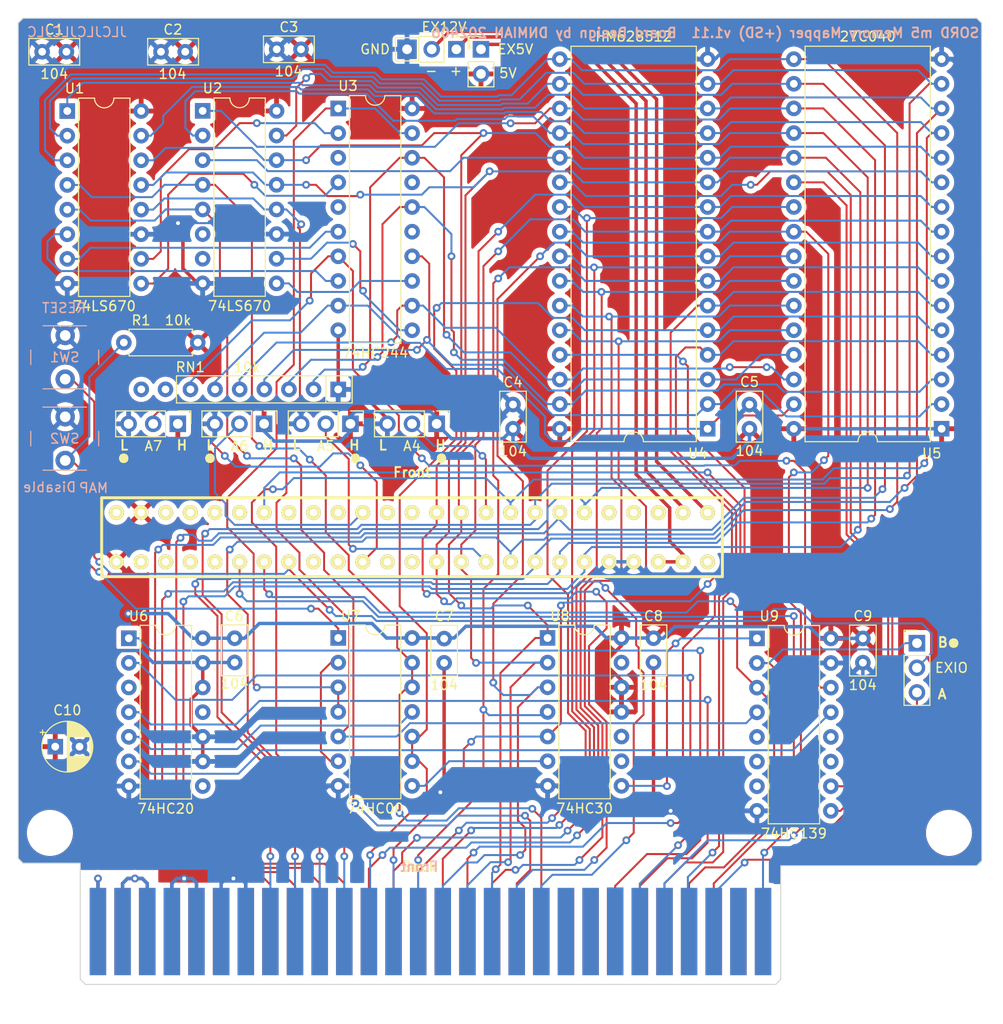
<source format=kicad_pcb>
(kicad_pcb (version 20221018) (generator pcbnew)
  (layers (0 "F.Cu" signal) (31 "B.Cu" signal) (34 "B.Paste" user) (35 "F.Paste" user) (36 "B.SilkS" user "B.Silkscreen") (37 "F.SilkS" user "F.Silkscreen") (38 "B.Mask" user) (39 "F.Mask" user) (44 "Edge.Cuts" user))
  (net 0 "")
  (net 1 "GND")
  (net 2 "+5V")
  (net 3 "A9")
  (net 4 "A15")
  (net 5 "A11")
  (net 6 "A10")
  (net 7 "A7")
  (net 8 "A6")
  (net 9 "A12")
  (net 10 "A8")
  (net 11 "A14")
  (net 12 "A13")
  (net 13 "A1")
  (net 14 "A0")
  (net 15 "A3")
  (net 16 "A2")
  (net 17 "A5")
  (net 18 "A4")
  (net 19 "D1")
  (net 20 "D0")
  (net 21 "D3")
  (net 22 "D2")
  (net 23 "D5")
  (net 24 "D4")
  (net 25 "D7")
  (net 26 "D6")
  (net 27 "~{ROM1}")
  (net 28 "Net-(CON1--12V-Pad1)")
  (net 29 "Net-(CON1-+12V-Pad3)")
  (net 30 "B4")
  (net 31 "B3")
  (net 32 "B2")
  (net 33 "B1")
  (net 34 "B0")
  (net 35 "B5")
  (net 36 "Net-(U6-Pad5)")
  (net 39 "~{ROM2}")
  (net 45 "~{EXM}")
  (net 46 "~{RD}")
  (net 47 "~{WR}")
  (net 53 "~{IORD}")
  (net 54 "~{A7}")
  (net 55 "Net-(U7-Pad2)")
  (net 57 "~{IOWR}")
  (net 72 "~{IORQ}")
  (net 73 "~{RESET}")
  (net 75 "~{RD0}")
  (net 76 "~{WR0}")
  (net 77 "~{G}")
  (net 78 "~{CSRAM}")
  (net 79 "~{CSROM}")
  (net 81 "OB4")
  (net 82 "OB3")
  (net 83 "OB2")
  (net 84 "OB1")
  (net 85 "OB0")
  (net 91 "Net-(U3-OEa)")
  (net 99 "OB5")
  (net 100 "~{MAPRST}")
  (net 103 "EX+5V")
  (net 104 "EX+12V")
  (net 105 "EX-12V")
  (net 106 "~{IORQ6X}")
  (net 107 "~{EXIORQ}")
  (net 108 "EXA4")
  (net 109 "EXA5")
  (net 110 "EXA6")
  (net 111 "EXA7")
  (footprint "Connector_PinHeader_2.54mm:PinHeader_1x02_P2.54mm_Vertical" (layer "F.Cu") (at 107.442 44.704 -90)
    (fp_text reference "JP2")
    (fp_text value "EX12V")
  )
  (footprint "Connector_PinHeader_2.54mm:PinHeader_1x03_P2.54mm_Vertical" (layer "F.Cu") (at 78.725 83.312 -90)
    (fp_text reference "JP7")
    (fp_text value "A7")
  )
  (footprint "Capacitor_THT:C_Disc_D5.0mm_W2.5mm_P2.50mm" (layer "F.Cu") (at 106.182 107.95 90)
    (fp_text reference "C7")
    (fp_text value "104")
  )
  (footprint "m5lib:M5cardedge" (layer "F.Cu") (at 103.4796 135.0264)
    (fp_text reference "CON1")
    (fp_text value "M5cardedge")
  )
  (footprint "Capacitor_THT:C_Disc_D5.0mm_W2.5mm_P2.50mm" (layer "F.Cu") (at 149.362 107.93 90)
    (fp_text reference "C9")
    (fp_text value "104")
  )
  (footprint "Connector_PinHeader_2.54mm:PinHeader_1x03_P2.54mm_Vertical" (layer "F.Cu") (at 105.41 83.312 -90)
    (fp_text reference "JP4")
    (fp_text value "A4")
  )
  (footprint "Resistor_THT:R_Axial_DIN0207_L6.3mm_D2.5mm_P7.62mm_Horizontal" (layer "F.Cu") (at 80.772 74.93 180)
    (fp_text reference "R1")
    (fp_text value "10k")
  )
  (footprint "Connector_PinHeader_2.54mm:PinHeader_1x03_P2.54mm_Vertical" (layer "F.Cu") (at 96.52 83.312 -90)
    (fp_text reference "JP5")
    (fp_text value "A5")
  )
  (footprint "Package_DIP:DIP-14_W7.62mm" (layer "F.Cu") (at 73.67 105.41)
    (fp_text reference "U6")
    (fp_text value "74HC20")
  )
  (footprint "Package_DIP:DIP-32_W15.24mm" (layer "F.Cu") (at 157.48 83.82 180)
    (fp_text reference "U5")
    (fp_text value "27C040")
  )
  (footprint "Capacitor_THT:C_Disc_D5.0mm_W2.5mm_P2.50mm" (layer "F.Cu") (at 84.582 107.91 90)
    (fp_text reference "C6")
    (fp_text value "104")
  )
  (footprint "Package_DIP:DIP-16_W7.62mm" (layer "F.Cu") (at 67.32 51.069)
    (fp_text reference "U1")
    (fp_text value "74LS670")
  )
  (footprint "Capacitor_THT:C_Disc_D5.0mm_W2.5mm_P2.50mm" (layer "F.Cu") (at 113.284 81.32 -90)
    (fp_text reference "C4")
    (fp_text value "104")
  )
  (footprint "Package_DIP:DIP-14_W7.62mm" (layer "F.Cu") (at 116.85 105.385)
    (fp_text reference "U8")
    (fp_text value "74HC30")
  )
  (footprint "Capacitor_THT:CP_Radial_D5.0mm_P2.50mm" (layer "F.Cu") (at 66.08 116.586)
    (fp_text reference "C10")
    (fp_text value "100uF")
  )
  (footprint "Resistor_THT:R_Array_SIP7" (layer "F.Cu") (at 95.26 79.761 180)
    (fp_text reference "RN1")
    (fp_text value "10k")
  )
  (footprint "Package_DIP:DIP-14_W7.62mm" (layer "F.Cu") (at 95.26 105.385)
    (fp_text reference "U7")
    (fp_text value "74HC00")
  )
  (footprint "Package_DIP:DIP-16_W7.62mm" (layer "F.Cu") (at 81.28 51.054)
    (fp_text reference "U2")
    (fp_text value "74LS670")
  )
  (footprint "Package_DIP:DIP-20_W7.62mm" (layer "F.Cu") (at 95.26 50.805)
    (fp_text reference "U3")
    (fp_text value "74HC244")
  )
  (footprint "Package_DIP:DIP-32_W15.24mm" (layer "F.Cu") (at 133.35 83.82 180)
    (fp_text reference "U4")
    (fp_text value "HM628512")
  )
  (footprint "TestPoint:TestPoint_THTPad_2.0x2.0mm_Drill1.0mm" (layer "F.Cu") (at 102.357 44.704)
    (fp_text reference "TP2")
    (fp_text value "GND")
  )
  (footprint "Connector_PinHeader_2.54mm:PinHeader_1x02_P2.54mm_Vertical" (layer "F.Cu") (at 109.982 44.704)
    (fp_text reference "JP1")
    (fp_text value "EX5V")
  )
  (footprint "Connector_PinHeader_2.54mm:PinHeader_1x03_P2.54mm_Vertical" (layer "F.Cu") (at 87.615 83.312 -90)
    (fp_text reference "JP6")
    (fp_text value "A6")
  )
  (footprint "Package_DIP:DIP-16_W7.62mm" (layer "F.Cu") (at 138.44 105.425)
    (fp_text reference "U9")
    (fp_text value "74HC139")
  )
  (footprint "Capacitor_THT:C_Disc_D5.0mm_W2.5mm_P2.50mm" (layer "F.Cu") (at 127.772 107.91 90)
    (fp_text reference "C8")
    (fp_text value "104")
  )
  (footprint "MountingHole:MountingHole_4.5mm" (layer "F.Cu") (at 65.532 125.476)
    (fp_text reference "H1")
    (fp_text value "MountingHole")
  )
  (footprint "m5lib:50_pin_edge_female" (layer "F.Cu") (at 72.39 97.536)
    (fp_text reference "CON2")
    (fp_text value "MSXcardedge")
  )
  (footprint "Capacitor_THT:C_Disc_D5.0mm_W2.5mm_P2.50mm" (layer "F.Cu") (at 88.92 44.704)
    (fp_text reference "C3")
    (fp_text value "104")
  )
  (footprint "Capacitor_THT:C_Disc_D5.0mm_W2.5mm_P2.50mm" (layer "F.Cu") (at 76.982 44.958)
    (fp_text reference "C2")
    (fp_text value "104")
  )
  (footprint "Capacitor_THT:C_Disc_D5.0mm_W2.5mm_P2.50mm" (layer "F.Cu") (at 74.95 79.756)
    (fp_text reference "TP1")
    (fp_text value "TestPoint_2Pole")
  )
  (footprint "Capacitor_THT:C_Disc_D5.0mm_W2.5mm_P2.50mm" (layer "F.Cu") (at 137.668 81.32 -90)
    (fp_text reference "C5")
    (fp_text value "104")
  )
  (footprint "Capacitor_THT:C_Disc_D5.0mm_W2.5mm_P2.50mm" (layer "F.Cu") (at 64.73 44.958)
    (fp_text reference "C1")
    (fp_text value "104")
  )
  (footprint "MountingHole:MountingHole_4.5mm" (layer "F.Cu") (at 158.242 125.476)
    (fp_text reference "H2")
    (fp_text value "MountingHole")
  )
  (footprint "Connector_PinHeader_2.54mm:PinHeader_1x03_P2.54mm_Vertical" (layer "F.Cu") (at 154.94 105.918)
    (fp_text reference "JP3")
    (fp_text value "EXIO")
  )
  (footprint "m5lib:SW_PUSH_6mm_H4.3mm_2pin" (layer "B.Cu") (at 63.806 87.086)
    (fp_text reference "SW2")
    (fp_text value "MAP")
  )
  (footprint "m5lib:SW_PUSH_6mm_H4.3mm_2pin" (layer "B.Cu") (at 63.806 78.704)
    (fp_text reference "SW1")
    (fp_text value "RESET")
  )
  (gr_line (start 161.1122 128.8542) (end 161.6202 128.3462) (stroke (width 0.1)) (layer "Edge.Cuts"))
  (gr_line (start 62.2554 128.0922) (end 62.2554 42) (stroke (width 0.1)) (layer "Edge.Cuts"))
  (gr_line (start 68.6562 128.6002) (end 68.6562 140.5382) (stroke (width 0.1)) (layer "Edge.Cuts"))
  (gr_line (start 140.3858 141.097) (end 140.8938 140.5636) (stroke (width 0.1)) (layer "Edge.Cuts"))
  (gr_line (start 161.1122 41.5) (end 161.6 42) (stroke (width 0.1)) (layer "Edge.Cuts"))
  (gr_line (start 140.8938 140.5636) (end 140.8938 128.8542) (stroke (width 0.1)) (layer "Edge.Cuts"))
  (gr_line (start 161.1122 41.5) (end 62.7634 41.5) (stroke (width 0.1)) (layer "Edge.Cuts"))
  (gr_line (start 68.6562 128.6002) (end 62.7634 128.6002) (stroke (width 0.1)) (layer "Edge.Cuts"))
  (gr_line (start 62.2554 42) (end 62.7634 41.5) (stroke (width 0.1)) (layer "Edge.Cuts"))
  (gr_line (start 68.6562 140.5382) (end 69.1896 141.097) (stroke (width 0.1)) (layer "Edge.Cuts"))
  (gr_line (start 69.1896 141.097) (end 140.3858 141.097) (stroke (width 0.1)) (layer "Edge.Cuts"))
  (gr_line (start 62.2554 128.0922) (end 62.7634 128.6002) (stroke (width 0.1)) (layer "Edge.Cuts"))
  (gr_line (start 161.6202 128.3462) (end 161.6 42) (stroke (width 0.1)) (layer "Edge.Cuts"))
  (gr_line (start 140.8938 128.8542) (end 161.1122 128.8542) (stroke (width 0.1)) (layer "Edge.Cuts"))
  (gr_text "Disable" (at 68.326 90.424) (layer "B.SilkS") (effects (font (size 1 1)) (justify left bottom mirror)))
  (gr_text "Front" (at 103.632 129.54) (layer "B.SilkS") (effects (font (size 1 1) (thickness 0.2) bold) (justify bottom mirror)))
  (gr_text "JLCJLCJLCJLC" (at 68.326 42.926) (layer "B.SilkS") (effects (font (size 1 1)) (justify mirror)))
  (gr_text "SORD m5 Memory Mapper (+SD) v1.11  Board Design by DNMIAN 202406" (at 133.1 43.6) (layer "B.SilkS") (effects (font (size 1 1) (thickness 0.2) bold) (justify bottom mirror)))
  (gr_text "●" (at 105.156 87.376) (layer "F.SilkS") (effects (font (size 1 1) (thickness 0.2) bold) (justify left bottom)))
  (gr_text "Front" (at 102.87 88.9) (layer "F.SilkS") (effects (font (size 1 1) (thickness 0.2) bold) (justify bottom)))
  (gr_text "H" (at 96.266 86.106) (layer "F.SilkS") (effects (font (size 1 1) (thickness 0.2) bold) (justify left bottom)))
  (gr_text "B●" (at 156.972 106.426) (layer "F.SilkS") (effects (font (size 1 1) (thickness 0.2) bold) (justify left bottom)))
  (gr_text "+" (at 106.68 47.498) (layer "F.SilkS") (effects (font (size 1 1)) (justify left bottom)))
  (gr_text "●" (at 96.266 87.376) (layer "F.SilkS") (effects (font (size 1 1) (thickness 0.2) bold) (justify left bottom)))
  (gr_text "H" (at 87.376 86.106) (layer "F.SilkS") (effects (font (size 1 1) (thickness 0.2) bold) (justify left bottom)))
  (gr_text "L" (at 81.534 86.106) (layer "F.SilkS") (effects (font (size 1 1) (thickness 0.2) bold) (justify left bottom)))
  (gr_text "5V" (at 111.76 47.752) (layer "F.SilkS") (effects (font (size 1 1)) (justify left bottom)))
  (gr_text "L" (at 72.644 86.106) (layer "F.SilkS") (effects (font (size 1 1) (thickness 0.2) bold) (justify left bottom)))
  (gr_text "●" (at 81.28 87.376) (layer "F.SilkS") (effects (font (size 1 1) (thickness 0.2) bold) (justify left bottom)))
  (gr_text "A" (at 156.972 111.76) (layer "F.SilkS") (effects (font (size 1 1) (thickness 0.2) bold) (justify left bottom)))
  (gr_text "L" (at 90.424 86.106) (layer "F.SilkS") (effects (font (size 1 1) (thickness 0.2) bold) (justify left bottom)))
  (gr_text "Back" (at 103.632 129.54) (layer "F.SilkS") (effects (font (size 1 1) (thickness 0.2) bold) (justify bottom)))
  (gr_text "L" (at 99.314 86.106) (layer "F.SilkS") (effects (font (size 1 1) (thickness 0.2) bold) (justify left bottom)))
  (gr_text "H" (at 105.156 86.106) (layer "F.SilkS") (effects (font (size 1 1) (thickness 0.2) bold) (justify left bottom)))
  (gr_text "H" (at 78.486 86.106) (layer "F.SilkS") (effects (font (size 1 1) (thickness 0.2) bold) (justify left bottom)))
  (gr_text "-" (at 104.14 47.498) (layer "F.SilkS") (effects (font (size 1 1)) (justify left bottom)))
  (gr_text "●" (at 72.39 87.376) (layer "F.SilkS") (effects (font (size 1 1) (thickness 0.2) bold) (justify left bottom)))
  (segment (start 79.248 67.31) (end 80.772 68.834) (width 0.3556) (layer "F.Cu") (net 1))
  (segment (start 81.29 110.49) (end 80.0822 111.6978) (width 0.3556) (layer "F.Cu") (net 1))
  (segment (start 95.26 79.761) (end 95.26 73.665) (width 0.3556) (layer "F.Cu") (net 1))
  (segment (start 105.791353 121.285353) (end 106.182 120.894706) (width 0.3556) (layer "F.Cu") (net 1))
  (segment (start 83.185 130.683) (end 83.185 135.636) (width 0.3556) (layer "F.Cu") (net 1))
  (segment (start 79.248 63.127896) (end 79.248 67.31) (width 0.3556) (layer "F.Cu") (net 1))
  (segment (start 78.74 62.619896) (end 79.248 63.127896) (width 0.3556) (layer "F.Cu") (net 1))
  (segment (start 80.0822 114.3622) (end 81.29 115.57) (width 0.3556) (layer "F.Cu") (net 1))
  (segment (start 84.455 130.175) (end 85.217 130.175) (width 0.3556) (layer "F.Cu") (net 1))
  (segment (start 106.182 120.894706) (end 106.182 107.95) (width 0.3556) (layer "F.Cu") (net 1))
  (segment (start 83.693 130.175) (end 83.185 130.683) (width 0.3556) (layer "F.Cu") (net 1))
  (segment (start 129.54 123.205) (end 127.772 121.437) (width 0.3556) (layer "F.Cu") (net 1))
  (segment (start 74.407 63.769) (end 74.94 63.769) (width 0.203) (layer "F.Cu") (net 1))
  (segment (start 100.33 82.804) (end 100.33 83.312) (width 0.3556) (layer "F.Cu") (net 1))
  (segment (start 85.217 130.175) (end 85.725 130.683) (width 0.3556) (layer "F.Cu") (net 1))
  (segment (start 127.772 121.437) (end 127.772 107.91) (width 0.3556) (layer "F.Cu") (net 1))
  (segment (start 84.455 130.175) (end 83.693 130.175) (width 0.3556) (layer "F.Cu") (net 1))
  (segment (start 81.29 107.95) (end 81.29 110.49) (width 0.3556) (layer "F.Cu") (net 1))
  (segment (start 85.725 130.683) (end 85.725 135.636) (width 0.3556) (layer "F.Cu") (net 1))
  (segment (start 95.26 79.761) (end 97.287 79.761) (width 0.3556) (layer "F.Cu") (net 1))
  (segment (start 97.287 79.761) (end 100.33 82.804) (width 0.3556) (layer "F.Cu") (net 1))
  (segment (start 80.0822 111.6978) (end 80.0822 114.3622) (width 0.3556) (layer "F.Cu") (net 1))
  (segment (start 80.772 68.834) (end 81.28 68.834) (width 0.3556) (layer "F.Cu") (net 1))
  (segment (start 81.29 115.57) (end 81.29 118.11) (width 0.3556) (layer "F.Cu") (net 1))
  (via (at 105.791353 121.285353) (size 0.8) (drill 0.4) (layers "F.Cu" "B.Cu") (net 1))
  (via (at 78.74 62.619896) (size 0.8) (drill 0.4) (layers "F.Cu" "B.Cu") (net 1))
  (via (at 129.54 123.205) (size 0.8) (drill 0.4) (layers "F.Cu" "B.Cu") (net 1))
  (via (at 84.455 130.175) (size 0.8) (drill 0.4) (layers "F.Cu" "B.Cu") (net 1))
  (segment (start 154.178 43.434) (end 136.398 43.434) (width 0.3556) (layer "B.Cu") (net 1))
  (segment (start 80.01 68.834) (end 81.28 68.834) (width 0.3556) (layer "B.Cu") (net 1))
  (segment (start 65.7002 103.5462) (end 67.31 105.156) (width 0.3556) (layer "B.Cu") (net 1))
  (segment (start 87.63 63.754) (end 88.9 63.754) (width 0.203) (layer "B.Cu") (net 1))
  (segment (start 75.204 43.18) (end 66.508 43.18) (width 0.3556) (layer "B.Cu") (net 1))
  (segment (start 68.595 68.849) (end 70.104 70.358) (width 0.3556) (layer "B.Cu") (net 1))
  (segment (start 149.362 122.418) (end 149.362 107.93) (width 0.3556) (layer "B.Cu") (net 1))
  (segment (start 159.258 46.482) (end 158.496 45.72) (width 0.3556) (layer "B.Cu") (net 1))
  (segment (start 82.535 83.312) (end 82.535 82.281) (width 0.3556) (layer "B.Cu") (net 1))
  (segment (start 91.46 42.164) (end 88.92 44.704) (width 0.3556) (layer "B.Cu") (net 1))
  (segment (start 77.3315 62.6225) (end 86.4985 62.6225) (width 0.203) (layer "B.Cu") (net 1))
  (segment (start 114.554 119.38) (end 115.799 120.625) (width 0.3556) (layer "B.Cu") (net 1))
  (segment (start 82.535 82.281) (end 81.534 81.28) (width 0.3556) (layer "B.Cu") (net 1))
  (segment (start 111.725 79.761) (end 95.26 79.761) (width 0.3556) (layer "B.Cu") (net 1))
  (segment (start 67.32 70.348) (end 66.04 71.628) (width 0.3556) (layer "B.Cu") (net 1))
  (segment (start 80.772 127.254) (end 74.93 127.254) (width 0.3556) (layer "B.Cu") (net 1))
  (segment (start 134.3166 85.9014) (end 135.382 84.836) (width 0.3556) (layer "B.Cu") (net 1))
  (segment (start 158.6865 86.0425) (end 141.6685 86.0425) (width 0.3556) (layer "B.Cu") (net 1))
  (segment (start 83.439 81.28) (end 82.535 82.184) (width 0.3556) (layer "B.Cu") (net 1))
  (segment (start 140.208 83.82) (end 137.708 81.32) (width 0.3556) (layer "B.Cu") (net 1))
  (segment (start 74.93 106.68) (end 67.818 106.68) (width 0.3556) (layer "B.Cu") (net 1))
  (segment (start 78.486 70.358) (end 80.01 68.834) (width 0.3556) (layer "B.Cu") (net 1))
  (segment (start 140.208 84.582) (end 140.208 83.82) (width 0.3556) (layer "B.Cu") (net 1))
  (segment (start 113.284 81.32) (end 111.725 79.761) (width 0.3556) (layer "B.Cu") (net 1))
  (segment (start 67.32 68.849) (end 68.595 68.849) (width 0.3556) (layer "B.Cu") (net 1))
  (segment (start 76.16 107.91) (end 74.93 106.68) (width 0.3556) (layer "B.Cu") (net 1))
  (segment (start 92.71 122.174) (end 94.259 120.625) (width 0.3556) (layer "B.Cu") (net 1))
  (segment (start 91.44 82.296) (end 90.424 81.28) (width 0.3556) (layer "B.Cu") (net 1))
  (segment (start 102.108 122.174) (end 104.902 122.174) (width 0.3556) (layer "B.Cu") (net 1))
  (segment (start 67.818 106.68) (end 67.31 107.188) (width 0.3556) (layer "B.Cu") (net 1))
  (segment (start 156.718 98.806) (end 127 98.806) (width 0.3556) (layer "B.Cu") (net 1))
  (segment (start 65.7002 83.8978) (end 65.7002 103.5462) (width 0.3556) (layer "B.Cu") (net 1))
  (segment (start 159.258 86.614) (end 158.6865 86.0425) (width 0.3556) (layer "B.Cu") (net 1))
  (segment (start 159.258 92.456) (end 159.258 46.482) (width 0.3556) (layer "B.Cu") (net 1))
  (segment (start 70.3122 122.6362) (end 72.2984 120.65) (width 0.3556) (layer "B.Cu") (net 1))
  (segment (start 137.541 81.407) (end 137.541 81.153) (width 0.3556) (layer "B.Cu") (net 1))
  (segment (start 161.036 94.234) (end 159.258 92.456) (width 0.3556) (layer "B.Cu") (net 1))
  (segment (start 66.508 43.18) (end 64.73 44.958) (width 0.3556) (layer "B.Cu") (net 1))
  (segment (start 137.708 81.32) (end 137.668 81.32) (width 0.3556) (layer "B.Cu") (net 1))
  (segment (start 85.725 130.683) (end 85.725 135.636) (width 0.3556) (layer "B.Cu") (net 1))
  (segment (start 141.224 124.714) (end 147.066 124.714) (width 0.3556) (layer "B.Cu") (net 1))
  (segment (start 67.32 68.849) (end 67.32 70.348) (width 0.3556) (layer "B.Cu") (net 1))
  (segment (start 102.108 42.164) (end 102.357 42.413) (width 0.3556) (layer "B.Cu") (net 1))
  (segment (start 125.73 97.536) (end 123.19 97.536) (width 0.3556) (layer "B.Cu") (net 1))
  (segment (start 90.424 81.28) (end 83.439 81.28) (width 0.3556) (layer "B.Cu") (net 1))
  (segment (start 95.26 81.016) (end 94.742 81.534) (width 0.3556) (layer "B.Cu") (net 1))
  (segment (start 83.693 130.175) (end 83.185 130.683) (width 0.3556) (layer "B.Cu") (net 1))
  (segment (start 94.742 81.534) (end 92.202 81.534) (width 0.3556) (layer "B.Cu") (net 1))
  (segment (start 85.217 130.175) (end 85.725 130.683) (width 0.3556) (layer "B.Cu") (net 1))
  (segment (start 94.259 120.625) (end 95.26 120.625) (width 0.3556) (layer "B.Cu") (net 1))
  (segment (start 84.455 130.175) (end 85.217 130.175) (width 0.3556) (layer "B.Cu") (net 1))
  (segment (start 87.7122 43.4962) (end 78.4438 43.4962) (width 0.3556) (layer "B.Cu") (net 1))
  (segment (start 147.066 124.714) (end 149.362 122.418) (width 0.3556) (layer "B.Cu") (net 1))
  (segment (start 78.4438 43.4962) (end 76.982 44.958) (width 0.3556) (layer "B.Cu") (net 1))
  (segment (start 86.4985 62.6225) (end 87.63 63.754) (width 0.203) (layer "B.Cu") (net 1))
  (segment (start 72.2984 120.65) (end 73.67 120.65) (width 0.3556) (layer "B.Cu") (net 1))
  (segment (start 148.326 108.9585) (end 148.326 108.966) (width 0.3556) (layer "B.Cu") (net 1))
  (segment (start 128.778 42.164) (end 91.46 42.164) (width 0.3556) (layer "B.Cu") (net 1))
  (segment (start 84.455 130.175) (end 83.693 130.175) (width 0.3556) (layer "B.Cu") (net 1))
  (segment (start 107.696 119.38) (end 114.554 119.38) (width 0.3556) (layer "B.Cu") (net 1))
  (segment (start 67.31 107.188) (end 67.31 115.316) (width 0.3556) (layer "B.Cu") (net 1))
  (segment (start 148.326 108.966) (end 149.362 107.93) (width 0.3556) (layer "B.Cu") (net 1))
  (segment (start 70.3122 118.3182) (end 70.3122 122.6362) (width 0.3556) (layer "B.Cu") (net 1))
  (segment (start 82.535 82.184) (end 82.535 83.312) (width 0.3556) (layer "B.Cu") (net 1))
  (segment (start 100.559 120.625) (end 102.108 122.174) (width 0.3556) (layer "B.Cu") (net 1))
  (segment (start 67.056 74.152) (end 67.056 74.256) (width 0.3556) (layer "B.Cu") (net 1))
  (segment (start 74.93 120.65) (end 76.454 122.174) (width 0.3556) (layer "B.Cu") (net 1))
  (segment (start 76.454 122.174) (end 80.518 122.174) (width 0.3556) (layer "B.Cu") (net 1))
  (segment (start 84.582 107.91) (end 76.16 107.91) (width 0.3556) (layer "B.Cu") (net 1))
  (segment (start 73.645 81.803) (end 73.645 83.312) (width 0.3556) (layer "B.Cu") (net 1))
  (segment (start 67.31 115.316) (end 70.3122 118.3182) (width 0.3556) (layer "B.Cu") (net 1))
  (segment (start 157.48 45.72) (end 156.464 45.72) (width 0.3556) (layer "B.Cu") (net 1))
  (segment (start 66.04 73.136) (end 67.056 74.152) (width 0.3556) (layer "B.Cu") (net 1))
  (segment (start 83.185 130.683) (end 83.185 135.636) (width 0.3556) (layer "B.Cu") (net 1))
  (segment (start 146.06 107.965) (end 147.3325 107.965) (width 0.3556) (layer "B.Cu") (net 1))
  (segment (start 81.33 107.91) (end 81.29 107.95) (width 0.3556) (layer "B.Cu") (net 1))
  (segment (start 161.036 110.744) (end 161.036 94.234) (width 0.3556) (layer "B.Cu") (net 1))
  (segment (start 81.534 81.28) (end 74.168 81.28) (width 0.3556) (layer "B.Cu") (net 1))
  (segment (start 92.202 81.534) (end 91.44 82.296) (width 0.3556) (layer "B.Cu") (net 1))
  (segment (start 116.85 120.625) (end 117.831 120.625) (width 0.3556) (layer "B.Cu") (net 1))
  (segment (start 113.324 81.32) (end 114.808 82.804) (width 0.3556) (layer "B.Cu") (net 1))
  (segment (start 135.382 83.566) (end 137.541 81.407) (width 0.3556) (layer "B.Cu") (net 1))
  (segment (start 95.26 79.761) (end 95.26 81.016) (width 0.3556) (layer "B.Cu") (net 1))
  (segment (start 136.398 43.434) (end 134.112 45.72) (width 0.3556) (layer "B.Cu") (net 1))
  (segment (start 113.284 81.32) (end 113.324 81.32) (width 0.3556) (layer "B.Cu") (net 1))
  (segment (start 147.3325 107.965) (end 148.326 108.9585) (width 0.3556) (layer "B.Cu") (net 1))
  (segment (start 64.77 80.352) (end 67.004 82.586) (width 0.3556) (layer "B.Cu") (net 1))
  (segment (start 135.382 84.836) (end 135.382 83.566) (width 0.3556) (layer "B.Cu") (net 1))
  (segment (start 138.44 123.205) (end 139.715 123.205) (width 0.3556) (layer "B.Cu") (net 1))
  (segment (start 133.35 45.72) (end 132.334 45.72) (width 0.3556) (layer "B.Cu") (net 1))
  (segment (start 74.93 127.254) (end 70.3122 122.6362) (width 0.3556) (layer "B.Cu") (net 1))
  (segment (start 67.31 105.156) (end 67.31 107.188) (width 0.3556) (layer "B.Cu") (net 1))
  (segment (start 70.104 70.358) (end 78.486 70.358) (width 0.3556) (layer "B.Cu") (net 1))
  (segment (start 114.808 84.074) (end 116.6354 85.9014) (width 0.3556) (layer "B.Cu") (net 1))
  (segment (start 95.26 120.625) (end 100.559 120.625) (width 0.3556) (layer "B.Cu") (net 1))
  (segment (start 80.3262 122.174) (end 92.71 122.174) (width 0.3556) (layer "B.Cu") (net 1))
  (segment (start 149.362 122.418) (end 161.036 110.744) (width 0.3556) (layer "B.Cu") (net 1))
  (segment (start 102.357 42.413) (end 102.357 44.704) (width 0.3556) (layer "B.Cu") (net 1))
  (segment (start 114.808 82.804) (end 114.808 84.074) (width 0.3556) (layer "B.Cu") (net 1))
  (segment (start 76.185 63.769) (end 77.3315 62.6225) (width 0.203) (layer "B.Cu") (net 1))
  (segment (start 139.715 123.205) (end 141.224 124.714) (width 0.3556) (layer "B.Cu") (net 1))
  (segment (start 74.94 63.769) (end 76.185 63.769) (width 0.203) (layer "B.Cu") (net 1))
  (segment (start 74.168 81.28) (end 73.645 81.803) (width 0.3556) (layer "B.Cu") (net 1))
  (segment (start 141.6685 86.0425) (end 140.208 84.582) (width 0.3556) (layer "B.Cu") (net 1))
  (segment (start 64.77 76.542) (end 64.77 80.352) (width 0.3556) (layer "B.Cu") (net 1))
  (segment (start 67.056 74.256) (end 64.77 76.542) (width 0.3556) (layer "B.Cu") (net 1))
  (segment (start 156.464 45.72) (end 154.178 43.434) (width 0.3556) (layer "B.Cu") (net 1))
  (segment (start 83.693 130.175) (end 80.772 127.254) (width 0.3556) (layer "B.Cu") (net 1))
  (segment (start 88.92 44.704) (end 87.7122 43.4962) (width 0.3556) (layer "B.Cu") (net 1))
  (segment (start 158.496 45.72) (end 157.48 45.72) (width 0.3556) (layer "B.Cu") (net 1))
  (segment (start 120.411 123.205) (end 138.44 123.205) (width 0.3556) (layer "B.Cu") (net 1))
  (segment (start 117.831 120.625) (end 120.411 123.205) (width 0.3556) (layer "B.Cu") (net 1))
  (segment (start 76.982 44.958) (end 75.204 43.18) (width 0.3556) (layer "B.Cu") (net 1))
  (segment (start 104.902 122.174) (end 107.696 119.38) (width 0.3556) (layer "B.Cu") (net 1))
  (segment (start 161.036 94.488) (end 156.718 98.806) (width 0.3556) (layer "B.Cu") (net 1))
  (segment (start 66.04 71.628) (end 66.04 73.136) (width 0.3556) (layer "B.Cu") (net 1))
  (segment (start 134.112 45.72) (end 133.35 45.72) (width 0.3556) (layer "B.Cu") (net 1))
  (segment (start 67.06 82.538) (end 65.7002 83.8978) (width 0.3556) (layer "B.Cu") (net 1))
  (segment (start 91.44 83.312) (end 91.44 82.296) (width 0.3556) (layer "B.Cu") (net 1))
  (segment (start 127 98.806) (end 125.73 97.536) (width 0.3556) (layer "B.Cu") (net 1))
  (segment (start 132.334 45.72) (end 128.778 42.164) (width 0.3556) (layer "B.Cu") (net 1))
  (segment (start 116.6354 85.9014) (end 134.3166 85.9014) (width 0.3556) (layer "B.Cu") (net 1))
  (segment (start 115.799 120.625) (end 116.85 120.625) (width 0.3556) (layer "B.Cu") (net 1))
  (segment (start 73.67 120.65) (end 74.93 120.65) (width 0.3556) (layer "B.Cu") (net 1))
  (segment (start 89.916 43.18) (end 95.504 48.768) (width 0.3556) (layer "F.Cu") (net 2))
  (segment (start 104.643 50.805) (end 108.204 47.244) (width 0.3556) (layer "F.Cu") (net 2))
  (segment (start 123.19 108.458) (end 124.47 109.738) (width 0.3556) (layer "F.Cu") (net 2))
  (segment (start 146.06 105.425) (end 146.06 88.91) (width 0.3556) (layer "F.Cu") (net 2))
  (segment (start 73.341 51.069) (end 67.23 44.958) (width 0.3556) (layer "F.Cu") (net 2))
  (segment (start 123.19 107.442) (end 123.19 108.458) (width 0.3556) (layer "F.Cu") (net 2))
  (segment (start 67.23 44.958) (end 68.754 43.434) (width 0.3556) (layer "F.Cu") (net 2))
  (segment (start 73.6092 102.87) (end 73.152 102.4128) (width 0.3556) (layer "F.Cu") (net 2))
  (segment (start 81.28 43.18) (end 89.916 43.18) (width 0.3556) (layer "F.Cu") (net 2))
  (segment (start 78.725 83.312) (end 78.725 88.661) (width 0.3556) (layer "F.Cu") (net 2))
  (segment (start 124.47 110.465) (end 124.47 113.005) (width 0.3556) (layer "F.Cu") (net 2))
  (segment (start 85.598 51.054) (end 79.502 44.958) (width 0.3556) (layer "F.Cu") (net 2))
  (segment (start 73.152 98.298) (end 72.39 97.536) (width 0.3556) (layer "F.Cu") (net 2))
  (segment (start 73.152 102.4128) (end 73.152 98.298) (width 0.3556) (layer "F.Cu") (net 2))
  (segment (start 79.502 44.958) (end 81.28 43.18) (width 0.3556) (layer "F.Cu") (net 2))
  (segment (start 64.516 47.672) (end 67.23 44.958) (width 0.3556) (layer "F.Cu") (net 2))
  (segment (start 67.4116 102.87) (end 67.31 102.9716) (width 0.3556) (layer "F.Cu") (net 2))
  (segment (start 80.518 74.676) (end 77.724 71.882) (width 0.3556) (layer "F.Cu") (net 2))
  (segment (start 78.613 130.175) (end 75.692 127.254) (width 0.3556) (layer "F.Cu") (net 2))
  (segment (start 95.504 48.768) (end 99.822 48.768) (width 0.3556) (layer "F.Cu") (net 2))
  (segment (start 102.88 50.805) (end 104.643 50.805) (width 0.3556) (layer "F.Cu") (net 2))
  (segment (start 67.31 102.9716) (end 67.31 92.964) (width 0.3556) (layer "F.Cu") (net 2))
  (segment (start 124.47 109.738) (end 124.47 110.465) (width 0.3556) (layer "F.Cu") (net 2))
  (segment (start 80.2005 130.175) (end 80.645 130.6195) (width 0.3556) (layer "F.Cu") (net 2))
  (segment (start 79.375 130.175) (end 78.613 130.175) (width 0.3556) (layer "F.Cu") (net 2))
  (segment (start 77.724 71.882) (end 65.61067 71.882) (width 0.3556) (layer "F.Cu") (net 2))
  (segment (start 66.08 104.2016) (end 67.31 102.9716) (width 0.3556) (layer "F.Cu") (net 2))
  (segment (start 78.725 88.661) (end 74.93 92.456) (width 0.3556) (layer "F.Cu") (net 2))
  (segment (start 146.06 88.91) (end 142.24 85.09) (width 0.3556) (layer "F.Cu") (net 2))
  (segment (start 79.502 44.958) (end 79.482 44.958) (width 0.3556) (layer "F.Cu") (net 2))
  (segment (start 142.24 85.09) (end 142.24 83.82) (width 0.3556) (layer "F.Cu") (net 2))
  (segment (start 113.284 83.82) (end 114.3 84.836) (width 0.3556) (layer "F.Cu") (net 2))
  (segment (start 99.822 48.768) (end 101.859 50.805) (width 0.3556) (layer "F.Cu") (net 2))
  (segment (start 139.954 84.836) (end 140.97 83.82) (width 0.3556) (layer "F.Cu") (net 2))
  (segment (start 80.645 130.6195) (end 80.645 135.636) (width 0.3556) (layer "F.Cu") (net 2))
  (segment (start 66.08 118.404) (end 66.08 104.2016) (width 0.3556) (layer "F.Cu") (net 2))
  (segment (start 65.61067 71.882) (end 64.516 70.78733) (width 0.3556) (layer "F.Cu") (net 2))
  (segment (start 140.97 83.82) (end 142.24 83.82) (width 0.3556) (layer "F.Cu") (net 2))
  (segment (start 72.39 97.536) (end 73.66 96.266) (width 0.3556) (layer "F.Cu") (net 2))
  (segment (start 101.859 50.805) (end 102.88 50.805) (width 0.3556) (layer "F.Cu") (net 2))
  (segment (start 74.93 127.254) (end 66.08 118.404) (width 0.3556) (layer "F.Cu") (net 2))
  (segment (start 124.47 106.162) (end 123.19 107.442) (width 0.3556) (layer "F.Cu") (net 2))
  (segment (start 74.94 51.069) (end 73.341 51.069) (width 0.3556) (layer "F.Cu") (net 2))
  (segment (start 137.668 83.82) (end 138.684 84.836) (width 0.3556) (layer "F.Cu") (net 2))
  (segment (start 77.958 43.434) (end 79.482 44.958) (width 0.3556) (layer "F.Cu") (net 2))
  (segment (start 138.684 84.836) (end 139.954 84.836) (width 0.3556) (layer "F.Cu") (net 2))
  (segment (start 64.516 90.17) (end 64.516 47.672) (width 0.3556) (layer "F.Cu") (net 2))
  (segment (start 74.93 51.059) (end 74.94 51.069) (width 0.3556) (layer "F.Cu") (net 2))
  (segment (start 114.3 84.836) (end 115.824 84.836) (width 0.3556) (layer "F.Cu") (net 2))
  (segment (start 78.613 130.175) (end 78.105 130.683) (width 0.3556) (layer "F.Cu") (net 2))
  (segment (start 116.84 83.82) (end 118.11 83.82) (width 0.3556) (layer "F.Cu") (net 2))
  (segment (start 108.204 47.244) (end 109.982 47.244) (width 0.3556) (layer "F.Cu") (net 2))
  (segment (start 75.692 127.254) (end 74.93 127.254) (width 0.3556) (layer "F.Cu") (net 2))
  (segment (start 67.31 92.964) (end 64.516 90.17) (width 0.3556) (layer "F.Cu") (net 2))
  (segment (start 79.375 130.175) (end 80.2005 130.175) (width 0.3556) (layer "F.Cu") (net 2))
  (segment (start 88.9 51.054) (end 85.598 51.054) (width 0.3556) (layer "F.Cu") (net 2))
  (segment (start 73.66 93.726) (end 74.93 92.456) (width 0.3556) (layer "F.Cu") (net 2))
  (segment (start 68.754 43.434) (end 77.958 43.434) (width 0.3556) (layer "F.Cu") (net 2))
  (segment (start 124.47 105.385) (end 124.47 106.162) (width 0.3556) (layer "F.Cu") (net 2))
  (segment (start 78.105 130.683) (end 78.105 135.636) (width 0.3556) (layer "F.Cu") (net 2))
  (segment (start 115.824 84.836) (end 116.84 83.82) (width 0.3556) (layer "F.Cu") (net 2))
  (segment (start 73.66 96.266) (end 73.66 93.726) (width 0.3556) (layer "F.Cu") (net 2))
  (segment (start 73.6092 102.87) (end 67.4116 102.87) (width 0.3556) (layer "F.Cu") (net 2))
  (via (at 79.375 130.175) (size 0.8) (drill 0.4) (layers "F.Cu" "B.Cu") (net 2))
  (via (at 73.6092 102.87) (size 0.8) (drill 0.4) (layers "F.Cu" "B.Cu") (net 2))
  (segment (start 105.41 82.677) (end 104.775 82.042) (width 0.3556) (layer "B.Cu") (net 2))
  (segment (start 100.242387 105.385) (end 102.88 105.385) (width 0.3556) (layer "B.Cu") (net 2))
  (segment (start 80.2005 130.175) (end 80.645 130.6195) (width 0.3556) (layer "B.Cu") (net 2))
  (segment (start 87.122 103.886) (end 98.743387 103.886) (width 0.3556) (layer "B.Cu") (net 2))
  (segment (start 79.375 130.175) (end 78.613 130.175) (width 0.3556) (layer "B.Cu") (net 2))
  (segment (start 128.778 105.41) (end 129.9708 104.2172) (width 0.3556) (layer "B.Cu") (net 2))
  (segment (start 95.504 85.09) (end 88.646 85.09) (width 0.3556) (layer "B.Cu") (net 2))
  (segment (start 146.06 105.425) (end 149.357 105.425) (width 0.3556) (layer "B.Cu") (net 2))
  (segment (start 127.747 105.385) (end 127.772 105.41) (width 0.3556) (layer "B.Cu") (net 2))
  (segment (start 108.4208 104.1772) (end 121.7032 104.1772) (width 0.3556) (layer "B.Cu") (net 2))
  (segment (start 145.049 105.425) (end 146.06 105.425) (width 0.3556) (layer "B.Cu") (net 2))
  (segment (start 105.41 83.312) (end 105.41 82.677) (width 0.3556) (layer "B.Cu") (net 2))
  (segment (start 79.375 130.175) (end 80.2005 130.175) (width 0.3556) (layer "B.Cu") (net 2))
  (segment (start 106.117 105.385) (end 106.182 105.45) (width 0.3556) (layer "B.Cu") (net 2))
  (segment (start 96.52 83.312) (end 96.52 84.074) (width 0.3556) (layer "B.Cu") (net 2))
  (segment (start 85.598 105.41) (end 87.122 103.886) (width 0.3556) (layer "B.Cu") (net 2))
  (segment (start 78.613 130.175) (end 78.105 130.683) (width 0.3556) (layer "B.Cu") (net 2))
  (segment (start 124.445 105.41) (end 124.47 105.385) (width 0.3556) (layer "B.Cu") (net 2))
  (segment (start 80.264 105.41) (end 81.29 105.41) (width 0.3556) (layer "B.Cu") (net 2))
  (segment (start 96.52 82.55) (end 96.52 83.312) (width 0.3556) (layer "B.Cu") (net 2))
  (segment (start 112.268 84.836) (end 106.934 84.836) (width 0.3556) (layer "B.Cu") (net 2))
  (segment (start 122.936 105.41) (end 124.445 105.41) (width 0.3556) (layer "B.Cu") (net 2))
  (segment (start 78.105 130.683) (end 78.105 135.636) (width 0.3556) (layer "B.Cu") (net 2))
  (segment (start 80.645 130.6195) (end 80.645 135.636) (width 0.3556) (layer "B.Cu") (net 2))
  (segment (start 88.646 85.09) (end 87.615 84.059) (width 0.3556) (layer "B.Cu") (net 2))
  (segment (start 118.11 83.947) (end 118.11 83.82) (width 0.3556) (layer "B.Cu") (net 2))
  (segment (start 127.772 105.41) (end 128.778 105.41) (width 0.3556) (layer "B.Cu") (net 2))
  (segment (start 73.6092 102.87) (end 77.724 102.87) (width 0.3556) (layer "B.Cu") (net 2))
  (segment (start 106.934 84.836) (end 105.41 83.312) (width 0.3556) (layer "B.Cu") (net 2))
  (segment (start 143.8412 104.2172) (end 145.049 105.425) (width 0.3556) (layer "B.Cu") (net 2))
  (segment (start 102.88 105.385) (end 107.213 105.385) (width 0.3556) (layer "B.Cu") (net 2))
  (segment (start 124.47 105.385) (end 127.747 105.385) (width 0.3556) (layer "B.Cu") (net 2))
  (segment (start 81.29 105.41) (end 84.582 105.41) (width 0.3556) (layer "B.Cu") (net 2))
  (segment (start 96.52 84.074) (end 95.504 85.09) (width 0.3556) (layer "B.Cu") (net 2))
  (segment (start 137.668 85.09) (end 135.8913 86.8667) (width 0.3556) (layer "B.Cu") (net 2))
  (segment (start 104.775 82.042) (end 97.028 82.042) (width 0.3556) (layer "B.Cu") (net 2))
  (segment (start 77.724 102.87) (end 80.264 105.41) (width 0.3556) (layer "B.Cu") (net 2))
  (segment (start 121.7032 104.1772) (end 122.936 105.41) (width 0.3556) (layer "B.Cu") (net 2))
  (segment (start 98.743387 103.886) (end 100.242387 105.385) (width 0.3556) (layer "B.Cu") (net 2))
  (segment (start 107.213 105.385) (end 108.4208 104.1772) (width 0.3556) (layer "B.Cu") (net 2))
  (segment (start 113.284 83.82) (end 112.268 84.836) (width 0.3556) (layer "B.Cu") (net 2))
  (segment (start 87.615 84.059) (end 87.615 83.312) (width 0.3556) (layer "B.Cu") (net 2))
  (segment (start 115.0607 86.8667) (end 113.284 85.09) (width 0.3556) (layer "B.Cu") (net 2))
  (segment (start 84.582 105.41) (end 85.598 105.41) (width 0.3556) (layer "B.Cu") (net 2))
  (segment (start 142.24 83.82) (end 157.48 83.82) (width 0.3556) (layer "B.Cu") (net 2))
  (segment (start 135.8913 86.8667) (end 115.0607 86.8667) (width 0.3556) (layer "B.Cu") (net 2))
  (segment (start 113.284 85.09) (end 113.284 83.82) (width 0.3556) (layer "B.Cu") (net 2))
  (segment (start 149.357 105.425) (end 149.362 105.43) (width 0.3556) (layer "B.Cu") (net 2))
  (segment (start 137.668 83.82) (end 137.668 85.09) (width 0.3556) (layer "B.Cu") (net 2))
  (segment (start 129.9708 104.2172) (end 143.8412 104.2172) (width 0.3556) (layer "B.Cu") (net 2))
  (segment (start 102.88 105.385) (end 106.117 105.385) (width 0.3556) (layer "B.Cu") (net 2))
  (segment (start 97.028 82.042) (end 96.52 82.55) (width 0.3556) (layer "B.Cu") (net 2))
  (segment (start 103.378 125.984) (end 101.854 127.508) (width 0.203) (layer "F.Cu") (net 3))
  (segment (start 122.428 69.7425) (end 122.428 83.774708) (width 0.203) (layer "F.Cu") (net 3))
  (segment (start 122.428 83.774708) (end 121.92 84.282708) (width 0.203) (layer "F.Cu") (net 3))
  (segment (start 121.637 114.584062) (end 121.637 122.522901) (width 0.203) (layer "F.Cu") (net 3))
  (segment (start 101.854 127.508) (end 101.854 128.524) (width 0.203) (layer "F.Cu") (net 3))
  (segment (start 121.92 84.282708) (end 121.92 98.044) (width 0.203) (layer "F.Cu") (net 3))
  (segment (start 121.637 122.522901) (end 118.910779 125.249122) (width 0.203) (layer "F.Cu") (net 3))
  (segment (start 119.823396 100.140604) (end 119.823396 112.770458) (width 0.203) (layer "F.Cu") (net 3))
  (segment (start 119.823396 112.770458) (end 121.637 114.584062) (width 0.203) (layer "F.Cu") (net 3))
  (segment (start 121.92 98.044) (end 119.823396 100.140604) (width 0.203) (layer "F.Cu") (net 3))
  (segment (start 122.397 69.7115) (end 122.428 69.7425) (width 0.203) (layer "F.Cu") (net 3))
  (segment (start 100.965 129.413) (end 100.965 135.636) (width 0.203) (layer "F.Cu") (net 3))
  (segment (start 101.854 128.524) (end 100.965 129.413) (width 0.203) (layer "F.Cu") (net 3))
  (via (at 103.378 125.984) (size 0.8) (drill 0.4) (layers "F.Cu" "B.Cu") (net 3))
  (via (at 122.397 69.7115) (size 0.8) (drill 0.4) (layers "F.Cu" "B.Cu") (net 3))
  (via (at 118.910779 125.249122) (size 0.8) (drill 0.4) (layers "F.Cu" "B.Cu") (net 3))
  (segment (start 122.397 69.7115) (end 134.5045 69.7115) (width 0.203) (layer "B.Cu") (net 3))
  (segment (start 118.206401 125.9535) (end 118.910779 125.249122) (width 0.203) (layer "B.Cu") (net 3))
  (segment (start 122.397 69.7115) (end 120.5115 69.7115) (width 0.203) (layer "B.Cu") (net 3))
  (segment (start 119.38 68.58) (end 118.11 68.58) (width 0.203) (layer "B.Cu") (net 3))
  (segment (start 103.4085 125.9535) (end 118.206401 125.9535) (width 0.203) (layer "B.Cu") (net 3))
  (segment (start 120.5115 69.7115) (end 119.38 68.58) (width 0.203) (layer "B.Cu") (net 3))
  (segment (start 134.5045 69.7115) (end 135.636 68.58) (width 0.203) (layer "B.Cu") (net 3))
  (segment (start 135.636 68.58) (end 142.24 68.58) (width 0.203) (layer "B.Cu") (net 3))
  (segment (start 103.378 125.984) (end 103.4085 125.9535) (width 0.203) (layer "B.Cu") (net 3))
  (segment (start 96.3435 96.8515) (end 96.3435 98.3755) (width 0.203) (layer "F.Cu") (net 4))
  (segment (start 86.36 84.836) (end 86.36 62.484) (width 0.203) (layer "F.Cu") (net 4))
  (segment (start 116.205 123.925181) (end 116.205 135.636) (width 0.203) (layer "F.Cu") (net 4))
  (segment (start 101.346 103.378) (end 101.346 106.391) (width 0.203) (layer "F.Cu") (net 4))
  (segment (start 87.122 85.598) (end 86.36 84.836) (width 0.203) (layer "F.Cu") (net 4))
  (segment (start 86.36 62.484) (end 82.55 58.674) (width 0.203) (layer "F.Cu") (net 4))
  (segment (start 115.271847 122.992028) (end 116.205 123.925181) (width 0.203) (layer "F.Cu") (net 4))
  (segment (start 101.591104 111.260896) (end 102.387 110.465) (width 0.203) (layer "F.Cu") (net 4))
  (segment (start 96.3435 98.3755) (end 101.346 103.378) (width 0.203) (layer "F.Cu") (net 4))
  (segment (start 101.346 106.391) (end 102.88 107.925) (width 0.203) (layer "F.Cu") (net 4))
  (segment (start 93.98 94.488) (end 96.3435 96.8515) (width 0.203) (layer "F.Cu") (net 4))
  (segment (start 102.88 107.925) (end 102.88 110.465) (width 0.203) (layer "F.Cu") (net 4))
  (segment (start 93.98 88.646) (end 93.98 94.488) (width 0.203) (layer "F.Cu") (net 4))
  (segment (start 101.591104 123.435104) (end 101.591104 111.260896) (width 0.203) (layer "F.Cu") (net 4))
  (segment (start 92.329 86.995) (end 93.98 88.646) (width 0.203) (layer "F.Cu") (net 4))
  (segment (start 82.55 58.674) (end 81.28 58.674) (width 0.203) (layer "F.Cu") (net 4))
  (segment (start 102.387 110.465) (end 102.88 110.465) (width 0.203) (layer "F.Cu") (net 4))
  (via (at 87.122 85.598) (size 0.8) (drill 0.4) (layers "F.Cu" "B.Cu") (net 4))
  (via (at 115.271847 122.992028) (size 0.8) (drill 0.4) (layers "F.Cu" "B.Cu") (net 4))
  (via (at 92.329 86.995) (size 0.8) (drill 0.4) (layers "F.Cu" "B.Cu") (net 4))
  (via (at 101.591104 123.435104) (size 0.8) (drill 0.4) (layers "F.Cu" "B.Cu") (net 4))
  (segment (start 87.376 85.852) (end 87.122 85.598) (width 0.203) (layer "B.Cu") (net 4))
  (segment (start 115.215819 122.936) (end 115.271847 122.992028) (width 0.203) (layer "B.Cu") (net 4))
  (segment (start 106.426 124.206) (end 107.696 122.936) (width 0.203) (layer "B.Cu") (net 4))
  (segment (start 68.595 58.689) (end 67.32 58.689) (width 0.203) (layer "B.Cu") (net 4))
  (segment (start 101.591104 123.435104) (end 102.362 124.206) (width 0.203) (layer "B.Cu") (net 4))
  (segment (start 92.329 86.995) (end 91.186 85.852) (width 0.203) (layer "B.Cu") (net 4))
  (segment (start 107.696 122.936) (end 115.215819 122.936) (width 0.203) (layer "B.Cu") (net 4))
  (segment (start 91.186 85.852) (end 87.376 85.852) (width 0.203) (layer "B.Cu") (net 4))
  (segment (start 77.343 58.674) (end 76.073 59.944) (width 0.203) (layer "B.Cu") (net 4))
  (segment (start 69.85 59.944) (end 68.595 58.689) (width 0.203) (layer "B.Cu") (net 4))
  (segment (start 102.362 124.206) (end 106.426 124.206) (width 0.203) (layer "B.Cu") (net 4))
  (segment (start 81.28 58.674) (end 77.343 58.674) (width 0.203) (layer "B.Cu") (net 4))
  (segment (start 76.073 59.944) (end 69.85 59.944) (width 0.203) (layer "B.Cu") (net 4))
  (segment (start 106.045 128.143) (end 106.045 135.636) (width 0.203) (layer "F.Cu") (net 5))
  (segment (start 119.38 86.210354) (end 119.38 100.733646) (width 0.203) (layer "F.Cu") (net 5))
  (segment (start 119.390397 112.949813) (end 121.204 114.763416) (width 0.203) (layer "F.Cu") (net 5))
  (segment (start 119.38 100.733646) (end 119.390395 100.744041) (width 0.203) (layer "F.Cu") (net 5))
  (segment (start 119.390395 100.744041) (end 119.390397 112.949813) (width 0.203) (layer "F.Cu") (net 5))
  (segment (start 121.204 114.763416) (end 121.204 121.521525) (width 0.203) (layer "F.Cu") (net 5))
  (segment (start 121.204 121.521525) (end 118.06673 124.658795) (width 0.203) (layer "F.Cu") (net 5))
  (segment (start 121.635 67.183) (end 121.666 67.214) (width 0.203) (layer "F.Cu") (net 5))
  (segment (start 121.666 83.924354) (end 119.38 86.210354) (width 0.203) (layer "F.Cu") (net 5))
  (segment (start 108.966 125.222) (end 106.045 128.143) (width 0.203) (layer "F.Cu") (net 5))
  (segment (start 121.666 67.214) (end 121.666 83.924354) (width 0.203) (layer "F.Cu") (net 5))
  (via (at 121.635 67.183) (size 0.8) (drill 0.4) (layers "F.Cu" "B.Cu") (net 5))
  (via (at 108.966 125.222) (size 0.8) (drill 0.4) (layers "F.Cu" "B.Cu") (net 5))
  (via (at 118.06673 124.658795) (size 0.8) (drill 0.4) (layers "F.Cu" "B.Cu") (net 5))
  (segment (start 121.635 67.183) (end 134.531091 67.183) (width 0.203) (layer "B.Cu") (net 5))
  (segment (start 117.757525 124.968) (end 109.22 124.968) (width 0.203) (layer "B.Cu") (net 5))
  (segment (start 109.22 124.968) (end 108.966 125.222) (width 0.203) (layer "B.Cu") (net 5))
  (segment (start 135.674091 66.04) (end 142.24 66.04) (width 0.203) (layer "B.Cu") (net 5))
  (segment (start 119.38 66.04) (end 118.11 66.04) (width 0.203) (layer "B.Cu") (net 5))
  (segment (start 121.635 67.183) (end 120.523 67.183) (width 0.203) (layer "B.Cu") (net 5))
  (segment (start 134.531091 67.183) (end 135.674091 66.04) (width 0.203) (layer "B.Cu") (net 5))
  (segment (start 118.06673 124.658795) (end 117.757525 124.968) (width 0.203) (layer "B.Cu") (net 5))
  (segment (start 120.523 67.183) (end 119.38 66.04) (width 0.203) (layer "B.Cu") (net 5))
  (segment (start 118.957397 113.129167) (end 118.957396 100.923396) (width 0.203) (layer "F.Cu") (net 6))
  (segment (start 120.771 114.94277) (end 118.957397 113.129167) (width 0.203) (layer "F.Cu") (net 6))
  (segment (start 117.3175 123.952) (end 120.771 120.4985) (width 0.203) (layer "F.Cu") (net 6))
  (segment (start 103.505 129.413) (end 103.505 135.636) (width 0.203) (layer "F.Cu") (net 6))
  (segment (start 118.957396 100.923396) (end 116.84 98.806) (width 0.203) (layer "F.Cu") (net 6))
  (segment (start 120.771 120.4985) (end 120.771 114.94277) (width 0.203) (layer "F.Cu") (net 6))
  (segment (start 107.696 125.222) (end 103.505 129.413) (width 0.203) (layer "F.Cu") (net 6))
  (segment (start 116.84 88.138) (end 120.904 84.074) (width 0.203) (layer "F.Cu") (net 6))
  (segment (start 120.904 84.074) (end 120.904 62.103) (width 0.203) (layer "F.Cu") (net 6))
  (segment (start 116.84 98.806) (end 116.84 88.138) (width 0.203) (layer "F.Cu") (net 6))
  (via (at 117.3175 123.952) (size 0.8) (drill 0.4) (layers "F.Cu" "B.Cu") (net 6))
  (via (at 120.904 62.103) (size 0.8) (drill 0.4) (layers "F.Cu" "B.Cu") (net 6))
  (via (at 107.696 125.222) (size 0.8) (drill 0.4) (layers "F.Cu" "B.Cu") (net 6))
  (segment (start 119.38 60.96) (end 118.11 60.96) (width 0.203) (layer "B.Cu") (net 6))
  (segment (start 135.89 60.96) (end 142.24 60.96) (width 0.203) (layer "B.Cu") (net 6))
  (segment (start 120.523 62.103) (end 119.38 60.96) (width 0.203) (layer "B.Cu") (net 6))
  (segment (start 120.904 62.103) (end 134.747 62.103) (width 0.203) (layer "B.Cu") (net 6))
  (segment (start 120.904 62.103) (end 120.523 62.103) (width 0.203) (layer "B.Cu") (net 6))
  (segment (start 116.84 124.4295) (end 117.3175 123.952) (width 0.203) (layer "B.Cu") (net 6))
  (segment (start 107.696 125.222) (end 108.4885 124.4295) (width 0.203) (layer "B.Cu") (net 6))
  (segment (start 108.4885 124.4295) (end 116.84 124.4295) (width 0.203) (layer "B.Cu") (net 6))
  (segment (start 134.747 62.103) (end 135.89 60.96) (width 0.203) (layer "B.Cu") (net 6))
  (segment (start 101.6 102.108) (end 101.6 90.678) (width 0.203) (layer "F.Cu") (net 7))
  (segment (start 104.394 114.808) (end 104.394 104.902) (width 0.203) (layer "F.Cu") (net 7))
  (segment (start 102.88 115.545) (end 102.88 118.085) (width 0.203) (layer "F.Cu") (net 7))
  (segment (start 103.607 118.085) (end 102.88 118.085) (width 0.203) (layer "F.Cu") (net 7))
  (segment (start 101.6 90.678) (end 107.442 84.836) (width 0.203) (layer "F.Cu") (net 7))
  (segment (start 102.88 115.545) (end 103.657 115.545) (width 0.203) (layer "F.Cu") (net 7))
  (segment (start 104.394 104.902) (end 101.6 102.108) (width 0.203) (layer "F.Cu") (net 7))
  (segment (start 104.394 121.666) (end 104.394 118.872) (width 0.203) (layer "F.Cu") (net 7))
  (segment (start 105.156 75.560852) (end 105.156 71.61053) (width 0.203) (layer "F.Cu") (net 7))
  (segment (start 104.394 118.872) (end 103.607 118.085) (width 0.203) (layer "F.Cu") (net 7))
  (segment (start 107.442 77.846852) (end 105.156 75.560852) (width 0.203) (layer "F.Cu") (net 7))
  (segment (start 105.156 71.61053) (end 105.41 71.35653) (width 0.203) (layer "F.Cu") (net 7))
  (segment (start 103.657 115.545) (end 104.394 114.808) (width 0.203) (layer "F.Cu") (net 7))
  (segment (start 98.552 127.762) (end 98.552 127.508) (width 0.203) (layer "F.Cu") (net 7))
  (segment (start 107.442 84.836) (end 107.442 77.846852) (width 0.203) (layer "F.Cu") (net 7))
  (segment (start 98.552 127.508) (end 104.394 121.666) (width 0.203) (layer "F.Cu") (net 7))
  (via (at 105.41 71.35653) (size 0.8) (drill 0.4) (layers "F.Cu" "B.Cu") (net 7))
  (via (at 98.552 127.762) (size 0.8) (drill 0.4) (layers "F.Cu" "B.Cu") (net 7))
  (segment (start 105.41 71.35653) (end 105.90053 70.866) (width 0.203) (layer "B.Cu") (net 7))
  (segment (start 134.62 73.66) (end 133.35 73.66) (width 0.203) (layer "B.Cu") (net 7))
  (segment (start 136.0285 72.2515) (end 134.62 73.66) (width 0.203) (layer "B.Cu") (net 7))
  (segment (start 157.48 73.66) (end 156.464 73.66) (width 0.203) (layer "B.Cu") (net 7))
  (segment (start 115.876177 70.866) (end 117.400177 72.39) (width 0.203) (layer "B.Cu") (net 7))
  (segment (start 119.418092 72.39) (end 120.688092 73.66) (width 0.203) (layer "B.Cu") (net 7))
  (segment (start 98.552 135.509) (end 98.425 135.636) (width 0.203) (layer "B.Cu") (net 7))
  (segment (start 105.90053 70.866) (end 115.876177 70.866) (width 0.203) (layer "B.Cu") (net 7))
  (segment (start 155.0555 72.2515) (end 136.0285 72.2515) (width 0.203) (layer "B.Cu") (net 7))
  (segment (start 156.464 73.66) (end 155.0555 72.2515) (width 0.203) (layer "B.Cu") (net 7))
  (segment (start 120.688092 73.66) (end 133.35 73.66) (width 0.203) (layer "B.Cu") (net 7))
  (segment (start 98.552 127.762) (end 98.552 135.509) (width 0.203) (layer "B.Cu") (net 7))
  (segment (start 117.400177 72.39) (end 119.418092 72.39) (width 0.203) (layer "B.Cu") (net 7))
  (segment (start 129.54 73.914) (end 132.334 71.12) (width 0.203) (layer "F.Cu") (net 8))
  (segment (start 118.226396 114.168604) (end 116.85 115.545) (width 0.203) (layer "F.Cu") (net 8))
  (segment (start 135.861 92.476352) (end 129.54 86.155352) (width 0.203) (layer "F.Cu") (net 8))
  (segment (start 132.334 71.12) (end 133.35 71.12) (width 0.203) (layer "F.Cu") (net 8))
  (segment (start 108.204 119.906498) (end 100.965 127.145498) (width 0.203) (layer "F.Cu") (net 8))
  (segment (start 118.226396 102.032999) (end 118.226396 114.168604) (width 0.203) (layer "F.Cu") (net 8))
  (segment (start 108.966 116.078) (end 108.204 116.84) (width 0.203) (layer "F.Cu") (net 8))
  (segment (start 135.861 97.311) (end 135.861 92.476352) (width 0.203) (layer "F.Cu") (net 8))
  (segment (start 133.35 99.822) (end 135.861 97.311) (width 0.203) (layer "F.Cu") (net 8))
  (segment (start 108.204 116.84) (end 108.204 119.906498) (width 0.203) (layer "F.Cu") (net 8))
  (segment (start 100.965 127.145498) (end 100.965 128.27) (width 0.203) (layer "F.Cu") (net 8))
  (segment (start 129.54 86.155352) (end 129.54 73.914) (width 0.203) (layer "F.Cu") (net 8))
  (via (at 100.965 128.27) (size 0.8) (drill 0.4) (layers "F.Cu" "B.Cu") (net 8))
  (via (at 118.226396 102.032999) (size 0.8) (drill 0.4) (layers "F.Cu" "B.Cu") (net 8))
  (via (at 133.35 99.822) (size 0.8) (drill 0.4) (layers "F.Cu" "B.Cu") (net 8))
  (via (at 108.966 116.078) (size 0.8) (drill 0.4) (layers "F.Cu" "B.Cu") (net 8))
  (segment (start 134.62 71.12) (end 133.35 71.12) (width 0.203) (layer "B.Cu") (net 8))
  (segment (start 119.304063 101.734999) (end 118.524396 101.734999) (width 0.203) (layer "B.Cu") (net 8))
  (segment (start 119.439062 101.6) (end 119.304063 101.734999) (width 0.203) (layer "B.Cu") (net 8))
  (segment (start 108.966 116.078) (end 109.499 115.545) (width 0.203) (layer "B.Cu") (net 8))
  (segment (start 131.572 101.6) (end 119.439062 101.6) (width 0.203) (layer "B.Cu") (net 8))
  (segment (start 156.464 71.12) (end 155.0555 69.7115) (width 0.203) (layer "B.Cu") (net 8))
  (segment (start 118.524396 101.734999) (end 118.226396 102.032999) (width 0.203) (layer "B.Cu") (net 8))
  (segment (start 133.35 99.822) (end 131.572 101.6) (width 0.203) (layer "B.Cu") (net 8))
  (segment (start 157.48 71.12) (end 156.464 71.12) (width 0.203) (layer "B.Cu") (net 8))
  (segment (start 155.0555 69.7115) (end 136.0285 69.7115) (width 0.203) (layer "B.Cu") (net 8))
  (segment (start 109.499 115.545) (end 116.85 115.545) (width 0.203) (layer "B.Cu") (net 8))
  (segment (start 100.965 128.27) (end 100.965 135.636) (width 0.203) (layer "B.Cu") (net 8))
  (segment (start 136.0285 69.7115) (end 134.62 71.12) (width 0.203) (layer "B.Cu") (net 8))
  (segment (start 131.064 75.438) (end 132.588 75.438) (width 0.203) (layer "F.Cu") (net 9))
  (segment (start 108.585 128.143) (end 108.585 135.636) (width 0.203) (layer "F.Cu") (net 9))
  (segment (start 136.294 92.296998) (end 130.0785 86.081498) (width 0.203) (layer "F.Cu") (net 9))
  (segment (start 132.588 75.438) (end 133.35 76.2) (width 0.203) (layer "F.Cu") (net 9))
  (segment (start 134.095722 100.938292) (end 136.294 98.740014) (width 0.203) (layer "F.Cu") (net 9))
  (segment (start 134.095721 103.140279) (end 134.095722 100.938292) (width 0.203) (layer "F.Cu") (net 9))
  (segment (start 130.81 106.426) (end 134.095721 103.140279) (width 0.203) (layer "F.Cu") (net 9))
  (segment (start 109.22 127.508) (end 108.585 128.143) (width 0.203) (layer "F.Cu") (net 9))
  (segment (start 136.294 98.740014) (end 136.294 92.296998) (width 0.203) (layer "F.Cu") (net 9))
  (segment (start 130.0785 86.081498) (end 130.0785 76.4235) (width 0.203) (layer "F.Cu") (net 9))
  (segment (start 129.54 124.46) (end 130.302 124.46) (width 0.203) (layer "F.Cu") (net 9))
  (segment (start 130.0785 76.4235) (end 131.064 75.438) (width 0.203) (layer "F.Cu") (net 9))
  (segment (start 130.302 124.46) (end 130.81 123.952) (width 0.203) (layer "F.Cu") (net 9))
  (segment (start 130.81 123.952) (end 130.81 106.426) (width 0.203) (layer "F.Cu") (net 9))
  (via (at 129.54 124.46) (size 0.8) (drill 0.4) (layers "F.Cu" "B.Cu") (net 9))
  (via (at 109.22 127.508) (size 0.8) (drill 0.4) (layers "F.Cu" "B.Cu") (net 9))
  (segment (start 109.8335 126.8945) (end 120.5015 126.8945) (width 0.203) (layer "B.Cu") (net 9))
  (segment (start 122.936 124.46) (end 129.54 124.46) (width 0.203) (layer "B.Cu") (net 9))
  (segment (start 120.5015 126.8945) (end 122.936 124.46) (width 0.203) (layer "B.Cu") (net 9))
  (segment (start 156.464 76.2) (end 155.0555 74.7915) (width 0.203) (layer "B.Cu") (net 9))
  (segment (start 157.48 76.2) (end 156.464 76.2) (width 0.203) (layer "B.Cu") (net 9))
  (segment (start 134.62 76.2) (end 133.35 76.2) (width 0.203) (layer "B.Cu") (net 9))
  (segment (start 109.22 127.508) (end 109.8335 126.8945) (width 0.203) (layer "B.Cu") (net 9))
  (segment (start 136.0285 74.7915) (end 134.62 76.2) (width 0.203) (layer "B.Cu") (net 9))
  (segment (start 155.0555 74.7915) (end 136.0285 74.7915) (width 0.203) (layer "B.Cu") (net 9))
  (segment (start 120.256396 112.591104) (end 120.256396 100.319958) (width 0.203) (layer "F.Cu") (net 10))
  (segment (start 98.425 129.159) (end 98.425 135.636) (width 0.203) (layer "F.Cu") (net 10))
  (segment (start 124.46 98.298) (end 124.46 89.898911) (width 0.203) (layer "F.Cu") (net 10))
  (segment (start 122.07 123.548) (end 122.07 114.404708) (width 0.203) (layer "F.Cu") (net 10))
  (segment (start 123.444 88.882911) (end 123.444 72.5055) (width 0.203) (layer "F.Cu") (net 10))
  (segment (start 123.444 72.5055) (end 123.19 72.2515) (width 0.203) (layer "F.Cu") (net 10))
  (segment (start 124.46 89.898911) (end 123.444 88.882911) (width 0.203) (layer "F.Cu") (net 10))
  (segment (start 119.888 125.73) (end 122.07 123.548) (width 0.203) (layer "F.Cu") (net 10))
  (segment (start 122.07 114.404708) (end 120.256396 112.591104) (width 0.203) (layer "F.Cu") (net 10))
  (segment (start 121.516354 99.06) (end 123.698 99.06) (width 0.203) (layer "F.Cu") (net 10))
  (segment (start 99.822 127.762) (end 98.425 129.159) (width 0.203) (layer "F.Cu") (net 10))
  (segment (start 120.256396 100.319958) (end 121.516354 99.06) (width 0.203) (layer "F.Cu") (net 10))
  (segment (start 123.698 99.06) (end 124.46 98.298) (width 0.203) (layer "F.Cu") (net 10))
  (via (at 119.888 125.73) (size 0.8) (drill 0.4) (layers "F.Cu" "B.Cu") (net 10))
  (via (at 123.19 72.2515) (size 0.8) (drill 0.4) (layers "F.Cu" "B.Cu") (net 10))
  (via (at 99.822 127.762) (size 0.8) (drill 0.4) (layers "F.Cu" "B.Cu") (net 10))
  (segment (start 135.636 71.12) (end 142.24 71.12) (width 0.203) (layer "B.Cu") (net 10))
  (segment (start 119.888 125.73) (end 119.1565 126.4615) (width 0.203) (layer "B.Cu") (net 10))
  (segment (start 123.19 72.2515) (end 120.5115 72.2515) (width 0.203) (layer "B.Cu") (net 10))
  (segment (start 123.19 72.2515) (end 134.5045 72.2515) (width 0.203) (layer "B.Cu") (net 10))
  (segment (start 134.5045 72.2515) (end 135.636 71.12) (width 0.203) (layer "B.Cu") (net 10))
  (segment (start 119.1565 126.4615) (end 108.9965 126.4615) (width 0.203) (layer "B.Cu") (net 10))
  (segment (start 108.9965 126.4615) (end 108.458 127) (width 0.203) (layer "B.Cu") (net 10))
  (segment (start 119.38 71.12) (end 118.11 71.12) (width 0.203) (layer "B.Cu") (net 10))
  (segment (start 108.458 127) (end 100.584 127) (width 0.203) (layer "B.Cu") (net 10))
  (segment (start 120.5115 72.2515) (end 119.38 71.12) (width 0.203) (layer "B.Cu") (net 10))
  (segment (start 100.584 127) (end 99.822 127.762) (width 0.203) (layer "B.Cu") (net 10))
  (segment (start 83.058 68.58) (end 83.058 62.992) (width 0.203) (layer "F.Cu") (net 11))
  (segment (start 96.8245 122.2245) (end 97.028 122.428) (width 0.203) (layer "F.Cu") (net 11))
  (segment (start 93.8035 98.3755) (end 96.8245 101.3965) (width 0.203) (layer "F.Cu") (net 11))
  (segment (start 96.8245 101.3965) (end 96.8245 122.2245) (width 0.203) (layer "F.Cu") (net 11))
  (segment (start 83.058 62.992) (end 81.28 61.214) (width 0.203) (layer "F.Cu") (net 11))
  (segment (start 91.44 87.63) (end 91.44 94.234) (width 0.203) (layer "F.Cu") (net 11))
  (segment (start 115.062 124.2375) (end 115.062 129.286) (width 0.203) (layer "F.Cu") (net 11))
  (segment (start 114.523 123.6985) (end 115.062 124.2375) (width 0.203) (layer "F.Cu") (net 11))
  (segment (start 93.8035 96.5975) (end 93.8035 98.3755) (width 0.203) (layer "F.Cu") (net 11))
  (segment (start 90.678 86.868) (end 91.44 87.63) (width 0.203) (layer "F.Cu") (net 11))
  (segment (start 91.44 94.234) (end 93.8035 96.5975) (width 0.203) (layer "F.Cu") (net 11))
  (segment (start 85.852 86.614) (end 83.82 84.582) (width 0.203) (layer "F.Cu") (net 11))
  (segment (start 83.82 69.342) (end 83.058 68.58) (width 0.203) (layer "F.Cu") (net 11))
  (segment (start 115.062 129.286) (end 113.665 130.683) (width 0.203) (layer "F.Cu") (net 11))
  (segment (start 83.82 84.582) (end 83.82 69.342) (width 0.203) (layer "F.Cu") (net 11))
  (segment (start 113.665 130.683) (end 113.665 135.636) (width 0.203) (layer "F.Cu") (net 11))
  (via (at 114.523 123.6985) (size 0.8) (drill 0.4) (layers "F.Cu" "B.Cu") (net 11))
  (via (at 85.852 86.614) (size 0.8) (drill 0.4) (layers "F.Cu" "B.Cu") (net 11))
  (via (at 90.678 86.868) (size 0.8) (drill 0.4) (layers "F.Cu" "B.Cu") (net 11))
  (via (at 97.028 122.428) (size 0.8) (drill 0.4) (layers "F.Cu" "B.Cu") (net 11))
  (segment (start 68.595 61.229) (end 69.7265 62.3605) (width 0.203) (layer "B.Cu") (net 11))
  (segment (start 77.47 61.214) (end 81.28 61.214) (width 0.203) (layer "B.Cu") (net 11))
  (segment (start 114.5225 123.698) (end 107.546354 123.698) (width 0.203) (layer "B.Cu") (net 11))
  (segment (start 67.32 61.229) (end 68.595 61.229) (width 0.203) (layer "B.Cu") (net 11))
  (segment (start 85.852 86.614) (end 86.106 86.868) (width 0.203) (layer "B.Cu") (net 11))
  (segment (start 76.3235 62.3605) (end 77.47 61.214) (width 0.203) (layer "B.Cu") (net 11))
  (segment (start 106.530354 124.714) (end 99.314 124.714) (width 0.203) (layer "B.Cu") (net 11))
  (segment (start 99.314 124.714) (end 97.028 122.428) (width 0.203) (layer "B.Cu") (net 11))
  (segment (start 69.7265 62.3605) (end 76.3235 62.3605) (width 0.203) (layer "B.Cu") (net 11))
  (segment (start 114.523 123.6985) (end 114.5225 123.698) (width 0.203) (layer "B.Cu") (net 11))
  (segment (start 107.546354 123.698) (end 106.530354 124.714) (width 0.203) (layer "B.Cu") (net 11))
  (segment (start 86.106 86.868) (end 90.678 86.868) (width 0.203) (layer "B.Cu") (net 11))
  (segment (start 111.125 130.683) (end 111.125 135.636) (width 0.203) (layer "F.Cu") (net 12))
  (segment (start 127 91.826557) (end 124.175 89.001557) (width 0.203) (layer "F.Cu") (net 12))
  (segment (start 127 98.298) (end 127 91.826557) (width 0.203) (layer "F.Cu") (net 12))
  (segment (start 120.689396 112.41175) (end 120.689396 100.499312) (width 0.203) (layer "F.Cu") (net 12))
  (segment (start 120.142 128.27) (end 122.503 125.909) (width 0.203) (layer "F.Cu") (net 12))
  (segment (start 112.522 129.286) (end 111.125 130.683) (width 0.203) (layer "F.Cu") (net 12))
  (segment (start 125.805 99.493) (end 127 98.298) (width 0.203) (layer "F.Cu") (net 12))
  (segment (start 124.175 89.001557) (end 124.175 74.803) (width 0.203) (layer "F.Cu") (net 12))
  (segment (start 120.689396 100.499312) (end 121.695708 99.493) (width 0.203) (layer "F.Cu") (net 12))
  (segment (start 113.538 129.286) (end 112.522 129.286) (width 0.203) (layer "F.Cu") (net 12))
  (segment (start 122.503 125.909) (end 122.503 114.225354) (width 0.203) (layer "F.Cu") (net 12))
  (segment (start 122.503 114.225354) (end 120.689396 112.41175) (width 0.203) (layer "F.Cu") (net 12))
  (segment (start 121.695708 99.493) (end 125.805 99.493) (width 0.203) (layer "F.Cu") (net 12))
  (via (at 124.175 74.803) (size 0.8) (drill 0.4) (layers "F.Cu" "B.Cu") (net 12))
  (via (at 113.538 129.286) (size 0.8) (drill 0.4) (layers "F.Cu" "B.Cu") (net 12))
  (via (at 120.142 128.27) (size 0.8) (drill 0.4) (layers "F.Cu" "B.Cu") (net 12))
  (segment (start 142.24 73.66) (end 135.636 73.66) (width 0.203) (layer "B.Cu") (net 12))
  (segment (start 113.792 129.286) (end 113.538 129.286) (width 0.203) (layer "B.Cu") (net 12))
  (segment (start 120.142 128.27) (end 119.634 128.778) (width 0.203) (layer "B.Cu") (net 12))
  (segment (start 119.253 73.66) (end 118.11 73.66) (width 0.203) (layer "B.Cu") (net 12))
  (segment (start 120.396 74.803) (end 119.253 73.66) (width 0.203) (layer "B.Cu") (net 12))
  (segment (start 134.493 74.803) (end 120.396 74.803) (width 0.203) (layer "B.Cu") (net 12))
  (segment (start 119.634 128.778) (end 114.3 128.778) (width 0.203) (layer "B.Cu") (net 12))
  (segment (start 135.636 73.66) (end 134.493 74.803) (width 0.203) (layer "B.Cu") (net 12))
  (segment (start 114.3 128.778) (end 113.792 129.286) (width 0.203) (layer "B.Cu") (net 12))
  (segment (start 121.861134 100.615069) (end 122.936 101.689935) (width 0.203) (layer "F.Cu") (net 13))
  (segment (start 97.536 59.69) (end 97.3925 59.8335) (width 0.203) (layer "F.Cu") (net 13))
  (segment (start 110.871 57.277) (end 108.383 59.765) (width 0.203) (layer "F.Cu") (net 13))
  (segment (start 106.172 101.6) (end 106.172 101.600499) (width 0.203) (layer "F.Cu") (net 13))
  (segment (start 121.122396 112.232396) (end 122.936 114.046) (width 0.203) (layer "F.Cu") (net 13))
  (segment (start 121.122396 106.207604) (end 121.122396 112.232396) (width 0.203) (layer "F.Cu") (net 13))
  (segment (start 122.936 104.394) (end 121.122396 106.207604) (width 0.203) (layer "F.Cu") (net 13))
  (segment (start 122.936 114.046) (end 122.936 127) (width 0.203) (layer "F.Cu") (net 13))
  (segment (start 122.936 101.689935) (end 122.936 104.394) (width 0.203) (layer "F.Cu") (net 13))
  (segment (start 92.964 58.674) (end 91.948 58.674) (width 0.203) (layer "F.Cu") (net 13))
  (segment (start 105.41 95.758) (end 105.41 100.838) (width 0.203) (layer "F.Cu") (net 13))
  (segment (start 106.68 86.972354) (end 106.68 94.488) (width 0.203) (layer "F.Cu") (net 13))
  (segment (start 108.383 59.765) (end 108.382999 85.269355) (width 0.203) (layer "F.Cu") (net 13))
  (segment (start 108.382999 85.269355) (end 106.68 86.972354) (width 0.203) (layer "F.Cu") (net 13))
  (segment (start 106.68 94.488) (end 105.41 95.758) (width 0.203) (layer "F.Cu") (net 13))
  (segment (start 122.936 127) (end 121.666 128.27) (width 0.203) (layer "F.Cu") (net 13))
  (segment (start 105.41 100.838) (end 106.172 101.6) (width 0.203) (layer "F.Cu") (net 13))
  (segment (start 94.1235 59.8335) (end 92.964 58.674) (width 0.203) (layer "F.Cu") (net 13))
  (segment (start 97.3925 59.8335) (end 94.1235 59.8335) (width 0.203) (layer "F.Cu") (net 13))
  (via (at 91.948 58.674) (size 0.8) (drill 0.4) (layers "F.Cu" "B.Cu") (net 13))
  (via (at 110.871 57.277) (size 0.8) (drill 0.4) (layers "F.Cu" "B.Cu") (net 13))
  (via (at 121.861134 100.615069) (size 0.8) (drill 0.4) (layers "F.Cu" "B.Cu") (net 13))
  (via (at 97.536 59.69) (size 0.8) (drill 0.4) (layers "F.Cu" "B.Cu") (net 13))
  (via (at 121.666 128.27) (size 0.8) (drill 0.4) (layers "F.Cu" "B.Cu") (net 13))
  (via (at 106.172 101.600499) (size 0.8) (drill 0.4) (layers "F.Cu" "B.Cu") (net 13))
  (segment (start 104.648 58.928) (end 109.22 58.928) (width 0.203) (layer "B.Cu") (net 13))
  (segment (start 106.889501 101.898499) (end 106.47 101.898499) (width 0.203) (layer "B.Cu") (net 13))
  (segment (start 97.536 59.69) (end 103.886 59.69) (width 0.203) (layer "B.Cu") (net 13))
  (segment (start 109.22 58.928) (end 110.8595 57.2885) (width 0.203) (layer "B.Cu") (net 13))
  (segment (start 86.464354 57.404) (end 87.734354 58.674) (width 0.203) (layer "B.Cu") (net 13))
  (segment (start 113.665 130.937) (end 113.665 135.636) (width 0.203) (layer "B.Cu") (net 13))
  (segment (start 120.523 58.42) (end 133.35 58.42) (width 0.203) (layer "B.Cu") (net 13))
  (segment (start 76.185 58.689) (end 77.47 57.404) (width 0.203) (layer "B.Cu") (net 13))
  (segment (start 110.8595 57.2885) (end 119.3915 57.2885) (width 0.203) (layer "B.Cu") (net 13))
  (segment (start 106.47 101.898499) (end 106.172 101.600499) (width 0.203) (layer "B.Cu") (net 13))
  (segment (start 156.464 58.42) (end 155.3325 57.2885) (width 0.203) (layer "B.Cu") (net 13))
  (segment (start 91.948 58.674) (end 88.9 58.674) (width 0.203) (layer "B.Cu") (net 13))
  (segment (start 115.316 129.286) (end 113.665 130.937) (width 0.203) (layer "B.Cu") (net 13))
  (segment (start 135.4975 57.2885) (end 134.366 58.42) (width 0.203) (layer "B.Cu") (net 13))
  (segment (start 134.366 58.42) (end 133.35 58.42) (width 0.203) (layer "B.Cu") (net 13))
  (segment (start 77.47 57.404) (end 86.464354 57.404) (width 0.203) (layer "B.Cu") (net 13))
  (segment (start 74.94 58.689) (end 76.185 58.689) (width 0.203) (layer "B.Cu") (net 13))
  (segment (start 121.666 128.27) (end 120.65 129.286) (width 0.203) (layer "B.Cu") (net 13))
  (segment (start 121.861134 100.615069) (end 119.811639 100.615069) (width 0.203) (layer "B.Cu") (net 13))
  (segment (start 107.486001 101.301999) (end 106.889501 101.898499) (width 0.203) (layer "B.Cu") (net 13))
  (segment (start 155.3325 57.2885) (end 135.4975 57.2885) (width 0.203) (layer "B.Cu") (net 13))
  (segment (start 103.886 59.69) (end 104.648 58.928) (width 0.203) (layer "B.Cu") (net 13))
  (segment (start 87.734354 58.674) (end 88.9 58.674) (width 0.203) (layer "B.Cu") (net 13))
  (segment (start 120.65 129.286) (end 115.316 129.286) (width 0.203) (layer "B.Cu") (net 13))
  (segment (start 157.48 58.42) (end 156.464 58.42) (width 0.203) (layer "B.Cu") (net 13))
  (segment (start 119.124709 101.301999) (end 107.486001 101.301999) (width 0.203) (layer "B.Cu") (net 13))
  (segment (start 119.811639 100.615069) (end 119.124709 101.301999) (width 0.203) (layer "B.Cu") (net 13))
  (segment (start 119.3915 57.2885) (end 120.523 58.42) (width 0.203) (layer "B.Cu") (net 13))
  (segment (start 105.156 53.34) (end 103.886 54.61) (width 0.203) (layer "F.Cu") (net 14))
  (segment (start 93.472 54.61) (end 91.948 56.134) (width 0.203) (layer "F.Cu") (net 14))
  (segment (start 103.9635 100.4075) (end 104.394 100.838) (width 0.203) (layer "F.Cu") (net 14))
  (segment (start 125.984 103.394532) (end 125.984 106.115046) (width 0.203) (layer "F.Cu") (net 14))
  (segment (start 110.236 53.34) (end 107.95 55.626) (width 0.203) (layer "F.Cu") (net 14))
  (segment (start 107.95 85.09) (end 105.41 87.63) (width 0.203) (layer "F.Cu") (net 14))
  (segment (start 125.73 114.3) (end 125.73 125.476) (width 0.203) (layer "F.Cu") (net 14))
  (segment (start 126.746 108.966) (end 126.746 113.284) (width 0.203) (layer "F.Cu") (net 14))
  (segment (start 126.746 113.284) (end 125.73 114.3) (width 0.203) (layer "F.Cu") (net 14))
  (segment (start 110.236 53.34) (end 105.156 53.34) (width 0.203) (layer "F.Cu") (net 14))
  (segment (start 126.238 106.369046) (end 126.238 108.458) (width 0.203) (layer "F.Cu") (net 14))
  (segment (start 105.41 87.63) (end 105.41 93.726) (width 0.203) (layer "F.Cu") (net 14))
  (segment (start 105.41 93.726) (end 103.9635 95.1725) (width 0.203) (layer "F.Cu") (net 14))
  (segment (start 103.9635 95.1725) (end 103.9635 100.4075) (width 0.203) (layer "F.Cu") (net 14))
  (segment (start 107.95 55.626) (end 107.95 85.09) (width 0.203) (layer "F.Cu") (net 14))
  (segment (start 103.886 54.61) (end 93.472 54.61) (width 0.203) (layer "F.Cu") (net 14))
  (segment (start 125.73 125.476) (end 124.968 126.238) (width 0.203) (layer "F.Cu") (net 14))
  (segment (start 126.238 108.458) (end 126.746 108.966) (width 0.203) (layer "F.Cu") (net 14))
  (segment (start 125.984 106.115046) (end 126.238 106.369046) (width 0.203) (layer "F.Cu") (net 14))
  (segment (start 122.813468 100.224) (end 125.984 103.394532) (width 0.203) (layer "F.Cu") (net 14))
  (via (at 104.394 100.838) (size 0.8) (drill 0.4) (layers "F.Cu" "B.Cu") (net 14))
  (via (at 91.948 56.134) (size 0.8) (drill 0.4) (layers "F.Cu" "B.Cu") (net 14))
  (via (at 124.968 126.238) (size 0.8) (drill 0.4) (layers "F.Cu" "B.Cu") (net 14))
  (via (at 122.813468 100.224) (size 0.8) (drill 0.4) (layers "F.Cu" "B.Cu") (net 14))
  (via (at 110.236 53.34) (size 0.8) (drill 0.4) (layers "F.Cu" "B.Cu") (net 14))
  (segment (start 104.605072 100.626928) (end 104.394 100.838) (width 0.203) (layer "B.Cu") (net 14))
  (segment (start 117.348 129.794) (end 116.205 130.937) (width 0.203) (layer "B.Cu") (net 14))
  (segment (start 157.48 55.88) (end 156.464 55.88) (width 0.203) (layer "B.Cu") (net 14))
  (segment (start 121.412 129.794) (end 117.348 129.794) (width 0.203) (layer "B.Cu") (net 14))
  (segment (start 87.63 56.134) (end 88.9 56.134) (width 0.203) (layer "B.Cu") (net 14))
  (segment (start 156.464 55.88) (end 155.3325 54.7485) (width 0.203) (layer "B.Cu") (net 14))
  (segment (start 115.622177 53.34) (end 117.030677 54.7485) (width 0.203) (layer "B.Cu") (net 14))
  (segment (start 86.36 54.864) (end 87.63 56.134) (width 0.203) (layer "B.Cu") (net 14))
  (segment (start 124.968 126.238) (end 121.412 129.794) (width 0.203) (layer "B.Cu") (net 14))
  (segment (start 91.948 56.134) (end 88.9 56.134) (width 0.203) (layer "B.Cu") (net 14))
  (segment (start 122.182936 99.568) (end 120.246354 99.568) (width 0.203) (layer "B.Cu") (net 14))
  (segment (start 122.813468 100.224) (end 122.813468 100.198532) (width 0.203) (layer "B.Cu") (net 14))
  (segment (start 77.47 54.864) (end 86.36 54.864) (width 0.203) (layer "B.Cu") (net 14))
  (segment (start 104.741144 100.763) (end 104.605072 100.626928) (width 0.203) (layer "B.Cu") (net 14))
  (segment (start 74.94 56.149) (end 76.185 56.149) (width 0.203) (layer "B.Cu") (net 14))
  (segment (start 135.7515 54.7485) (end 134.62 55.88) (width 0.203) (layer "B.Cu") (net 14))
  (segment (start 119.051355 100.762999) (end 104.741144 100.763) (width 0.203) (layer "B.Cu") (net 14))
  (segment (start 120.246354 99.568) (end 119.051355 100.762999) (width 0.203) (layer "B.Cu") (net 14))
  (segment (start 155.3325 54.7485) (end 135.7515 54.7485) (width 0.203) (layer "B.Cu") (net 14))
  (segment (start 122.813468 100.198532) (end 122.182936 99.568) (width 0.203) (layer "B.Cu") (net 14))
  (segment (start 76.185 56.149) (end 77.47 54.864) (width 0.203) (layer "B.Cu") (net 14))
  (segment (start 120.65 55.88) (end 133.35 55.88) (width 0.203) (layer "B.Cu") (net 14))
  (segment (start 117.030677 54.7485) (end 119.5185 54.7485) (width 0.203) (layer "B.Cu") (net 14))
  (segment (start 110.236 53.34) (end 115.622177 53.34) (width 0.203) (layer "B.Cu") (net 14))
  (segment (start 116.205 130.937) (end 116.205 135.636) (width 0.203) (layer "B.Cu") (net 14))
  (segment (start 119.5185 54.7485) (end 120.65 55.88) (width 0.203) (layer "B.Cu") (net 14))
  (segment (start 134.62 55.88) (end 133.35 55.88) (width 0.203) (layer "B.Cu") (net 14))
  (segment (start 111.76 65.532) (end 110.236 67.056) (width 0.203) (layer "F.Cu") (net 15))
  (segment (start 107.95 95.758) (end 107.95 98.298) (width 0.203) (layer "F.Cu") (net 15))
  (segment (start 107.95 98.298) (end 108.966 99.314) (width 0.203) (layer "F.Cu") (net 15))
  (segment (start 108.966 107.442) (end 109.474 107.95) (width 0.203) (layer "F.Cu") (net 15))
  (segment (start 110.236 84.641062) (end 109.396 85.481062) (width 0.203) (layer "F.Cu") (net 15))
  (segment (start 108.966 99.314) (end 108.966 107.442) (width 0.203) (layer "F.Cu") (net 15))
  (segment (start 115.576502 107.925) (end 116.85 107.925) (width 0.203) (layer "F.Cu") (net 15))
  (segment (start 113.03 128.27) (end 113.03 110.471502) (width 0.203) (layer "F.Cu") (net 15))
  (segment (start 112.776 128.493) (end 112.807 128.493) (width 0.203) (layer "F.Cu") (net 15))
  (segment (start 112.807 128.493) (end 113.03 128.27) (width 0.203) (layer "F.Cu") (net 15))
  (segment (start 113.03 110.471502) (end 115.576502 107.925) (width 0.203) (layer "F.Cu") (net 15))
  (segment (start 110.236 67.056) (end 110.236 84.641062) (width 0.203) (layer "F.Cu") (net 15))
  (segment (start 109.396 94.312) (end 107.95 95.758) (width 0.203) (layer "F.Cu") (net 15))
  (segment (start 109.396 85.481062) (end 109.396 94.312) (width 0.203) (layer "F.Cu") (net 15))
  (via (at 112.776 128.493) (size 0.8) (drill 0.4) (layers "F.Cu" "B.Cu") (net 15))
  (via (at 111.76 65.532) (size 0.8) (drill 0.4) (layers "F.Cu" "B.Cu") (net 15))
  (via (at 109.474 107.95) (size 0.8) (drill 0.4) (layers "F.Cu" "B.Cu") (net 15))
  (segment (start 120.724823 63.5) (end 133.35 63.5) (width 0.203) (layer "B.Cu") (net 15))
  (segment (start 115.062 62.23) (end 119.454823 62.23) (width 0.203) (layer "B.Cu") (net 15))
  (segment (start 110.977233 128.493) (end 108.585 130.885233) (width 0.203) (layer "B.Cu") (net 15))
  (segment (start 108.585 130.885233) (end 108.585 135.636) (width 0.203) (layer "B.Cu") (net 15))
  (segment (start 155.3325 62.3685) (end 135.7515 62.3685) (width 0.203) (layer "B.Cu") (net 15))
  (segment (start 112.776 128.493) (end 110.977233 128.493) (width 0.203) (layer "B.Cu") (net 15))
  (segment (start 111.76 65.532) (end 115.062 62.23) (width 0.203) (layer "B.Cu") (net 15))
  (segment (start 119.454823 62.23) (end 120.724823 63.5) (width 0.203) (layer "B.Cu") (net 15))
  (segment (start 135.7515 62.3685) (end 134.62 63.5) (width 0.203) (layer "B.Cu") (net 15))
  (segment (start 134.62 63.5) (end 133.35 63.5) (width 0.203) (layer "B.Cu") (net 15))
  (segment (start 156.464 63.5) (end 155.3325 62.3685) (width 0.203) (layer "B.Cu") (net 15))
  (segment (start 109.499 107.925) (end 116.85 107.925) (width 0.203) (layer "B.Cu") (net 15))
  (segment (start 109.474 107.95) (end 109.499 107.925) (width 0.203) (layer "B.Cu") (net 15))
  (segment (start 157.48 63.5) (end 156.464 63.5) (width 0.203) (layer "B.Cu") (net 15))
  (segment (start 114.808 102.033499) (end 116.85 104.075499) (width 0.203) (layer "F.Cu") (net 16))
  (segment (start 111.9835 128.7465) (end 111.9835 108.9965) (width 0.203) (layer "F.Cu") (net 16))
  (segment (start 107.696 92.202) (end 107.95 92.456) (width 0.203) (layer "F.Cu") (net 16))
  (segment (start 107.696 86.568708) (end 107.696 92.202) (width 0.203) (layer "F.Cu") (net 16))
  (segment (start 111.76 63.5) (end 109.728 65.532) (width 0.203) (layer "F.Cu") (net 16))
  (segment (start 109.728 84.536708) (end 107.696 86.568708) (width 0.203) (layer "F.Cu") (net 16))
  (segment (start 107.95 94.488) (end 107.95 92.456) (width 0.203) (layer "F.Cu") (net 16))
  (segment (start 116.85 104.075499) (end 116.85 105.385) (width 0.203) (layer "F.Cu") (net 16))
  (segment (start 106.68 95.758) (end 107.95 94.488) (width 0.203) (layer "F.Cu") (net 16))
  (segment (start 111.9835 108.9965) (end 115.595 105.385) (width 0.203) (layer "F.Cu") (net 16))
  (segment (start 109.728 65.532) (end 109.728 84.536708) (width 0.203) (layer "F.Cu") (net 16))
  (segment (start 111.506 129.224) (end 111.9835 128.7465) (width 0.203) (layer "F.Cu") (net 16))
  (segment (start 107.95 102.033499) (end 106.68 100.763499) (width 0.203) (layer "F.Cu") (net 16))
  (segment (start 115.595 105.385) (end 116.85 105.385) (width 0.203) (layer "F.Cu") (net 16))
  (segment (start 106.68 100.763499) (end 106.68 95.758) (width 0.203) (layer "F.Cu") (net 16))
  (via (at 111.76 63.5) (size 0.8) (drill 0.4) (layers "F.Cu" "B.Cu") (net 16))
  (via (at 114.808 102.033499) (size 0.8) (drill 0.4) (layers "F.Cu" "B.Cu") (net 16))
  (via (at 107.95 102.033499) (size 0.8) (drill 0.4) (layers "F.Cu" "B.Cu") (net 16))
  (via (at 111.506 129.224) (size 0.8) (drill 0.4) (layers "F.Cu" "B.Cu") (net 16))
  (segment (start 107.95 102.033499) (end 108.248 102.331499) (width 0.203) (layer "B.Cu") (net 16))
  (segment (start 156.464 60.96) (end 155.3325 59.8285) (width 0.203) (layer "B.Cu") (net 16))
  (segment (start 135.7515 59.8285) (end 134.62 60.96) (width 0.203) (layer "B.Cu") (net 16))
  (segment (start 134.62 60.96) (end 133.35 60.96) (width 0.203) (layer "B.Cu") (net 16))
  (segment (start 115.57 59.69) (end 119.38 59.69) (width 0.203) (layer "B.Cu") (net 16))
  (segment (start 157.48 60.96) (end 156.464 60.96) (width 0.203) (layer "B.Cu") (net 16))
  (segment (start 108.248 102.331499) (end 111.028501 102.331499) (width 0.203) (layer "B.Cu") (net 16))
  (segment (start 111.125 129.605) (end 111.125 135.636) (width 0.203) (layer "B.Cu") (net 16))
  (segment (start 120.65 60.96) (end 133.35 60.96) (width 0.203) (layer "B.Cu") (net 16))
  (segment (start 111.028501 102.331499) (end 111.326501 102.033499) (width 0.203) (layer "B.Cu") (net 16))
  (segment (start 111.506 129.224) (end 111.125 129.605) (width 0.203) (layer "B.Cu") (net 16))
  (segment (start 111.76 63.5) (end 115.57 59.69) (width 0.203) (layer "B.Cu") (net 16))
  (segment (start 155.3325 59.8285) (end 135.7515 59.8285) (width 0.203) (layer "B.Cu") (net 16))
  (segment (start 119.38 59.69) (end 120.65 60.96) (width 0.203) (layer "B.Cu") (net 16))
  (segment (start 111.326501 102.033499) (end 114.808 102.033499) (width 0.203) (layer "B.Cu") (net 16))
  (segment (start 110.236 112.776) (end 110.236 121.031) (width 0.203) (layer "F.Cu") (net 17))
  (segment (start 111.252 88.646) (end 111.76 89.154) (width 0.203) (layer "F.Cu") (net 17))
  (segment (start 110.236 100.33) (end 110.236 112.776) (width 0.203) (layer "F.Cu") (net 17))
  (segment (start 103.505 127.762) (end 103.505 128.27) (width 0.203) (layer "F.Cu") (net 17))
  (segment (start 111.76 98.806) (end 110.236 100.33) (width 0.203) (layer "F.Cu") (net 17))
  (segment (start 111.76 89.154) (end 111.76 98.806) (width 0.203) (layer "F.Cu") (net 17))
  (segment (start 110.236 121.031) (end 103.505 127.762) (width 0.203) (layer "F.Cu") (net 17))
  (segment (start 111.252 68.834) (end 111.252 88.646) (width 0.203) (layer "F.Cu") (net 17))
  (segment (start 111.76 68.326) (end 111.252 68.834) (width 0.203) (layer "F.Cu") (net 17))
  (via (at 110.236 112.776) (size 0.8) (drill 0.4) (layers "F.Cu" "B.Cu") (net 17))
  (via (at 103.505 128.27) (size 0.8) (drill 0.4) (layers "F.Cu" "B.Cu") (net 17))
  (via (at 111.76 68.326) (size 0.8) (drill 0.4) (layers "F.Cu" "B.Cu") (net 17))
  (segment (start 119.316323 67.1715) (end 120.724823 68.58) (width 0.203) (layer "B.Cu") (net 17))
  (segment (start 156.464 68.58) (end 155.0555 67.1715) (width 0.203) (layer "B.Cu") (net 17))
  (segment (start 111.76 68.326) (end 112.9145 67.1715) (width 0.203) (layer "B.Cu") (net 17))
  (segment (start 110.236 112.776) (end 110.7965 113.3365) (width 0.203) (layer "B.Cu") (net 17))
  (segment (start 134.62 68.58) (end 133.35 68.58) (width 0.203) (layer "B.Cu") (net 17))
  (segment (start 103.505 128.27) (end 103.505 135.636) (width 0.203) (layer "B.Cu") (net 17))
  (segment (start 155.0555 67.1715) (end 136.0285 67.1715) (width 0.203) (layer "B.Cu") (net 17))
  (segment (start 116.5185 113.3365) (end 116.85 113.005) (width 0.203) (layer "B.Cu") (net 17))
  (segment (start 120.724823 68.58) (end 133.35 68.58) (width 0.203) (layer "B.Cu") (net 17))
  (segment (start 157.48 68.58) (end 156.464 68.58) (width 0.203) (layer "B.Cu") (net 17))
  (segment (start 110.7965 113.3365) (end 116.5185 113.3365) (width 0.203) (layer "B.Cu") (net 17))
  (segment (start 136.0285 67.1715) (end 134.62 68.58) (width 0.203) (layer "B.Cu") (net 17))
  (segment (start 112.9145 67.1715) (end 119.316323 67.1715) (width 0.203) (layer "B.Cu") (net 17))
  (segment (start 114.015 127.762) (end 114.554 127.223) (width 0.203) (layer "F.Cu") (net 18))
  (segment (start 116.078 66.04) (end 113.2535 68.8645) (width 0.203) (layer "F.Cu") (net 18))
  (segment (start 114.554 127.223) (end 114.554 124.968) (width 0.203) (layer "F.Cu") (net 18))
  (segment (start 113.2535 68.882998) (end 111.685 70.451498) (width 0.203) (layer "F.Cu") (net 18))
  (segment (start 111.685 86.615183) (end 114.3 89.230183) (width 0.203) (layer "F.Cu") (net 18))
  (segment (start 113.2535 68.8645) (end 113.2535 68.882998) (width 0.203) (layer "F.Cu") (net 18))
  (segment (start 114.3 98.806) (end 111.2525 101.8535) (width 0.203) (layer "F.Cu") (net 18))
  (segment (start 113.792 124.206) (end 113.792 112.522) (width 0.203) (layer "F.Cu") (net 18))
  (segment (start 114.554 124.968) (end 113.792 124.206) (width 0.203) (layer "F.Cu") (net 18))
  (segment (start 114.3 89.230183) (end 114.3 98.806) (width 0.203) (layer "F.Cu") (net 18))
  (segment (start 111.685 70.451498) (end 111.685 86.615183) (width 0.203) (layer "F.Cu") (net 18))
  (segment (start 113.792 112.522) (end 115.849 110.465) (width 0.203) (layer "F.Cu") (net 18))
  (segment (start 111.2525 101.8535) (end 111.2525 109.9815) (width 0.203) (layer "F.Cu") (net 18))
  (segment (start 115.849 110.465) (end 116.85 110.465) (width 0.203) (layer "F.Cu") (net 18))
  (via (at 111.2525 109.9815) (size 0.8) (drill 0.4) (layers "F.Cu" "B.Cu") (net 18))
  (via (at 116.078 66.04) (size 0.8) (drill 0.4) (layers "F.Cu" "B.Cu") (net 18))
  (via (at 114.015 127.762) (size 0.8) (drill 0.4) (layers "F.Cu" "B.Cu") (net 18))
  (segment (start 108.458 128.524) (end 106.045 130.937) (width 0.203) (layer "B.Cu") (net 18))
  (segment (start 155.0555 64.6315) (end 136.0285 64.6315) (width 0.203) (layer "B.Cu") (net 18))
  (segment (start 115.049001 111.264999) (end 115.849 110.465) (width 0.203) (layer "B.Cu") (net 18))
  (segment (start 111.2525 109.9815) (end 111.2525 110.2365) (width 0.203) (layer "B.Cu") (net 18))
  (segment (start 114.015 127.762) (end 110.344855 127.762) (width 0.203) (layer "B.Cu") (net 18))
  (segment (start 106.045 130.937) (end 106.045 135.636) (width 0.203) (layer "B.Cu") (net 18))
  (segment (start 117.4865 64.6315) (end 119.4955 64.6315) (width 0.203) (layer "B.Cu") (net 18))
  (segment (start 109.582855 128.524) (end 108.458 128.524) (width 0.203) (layer "B.Cu") (net 18))
  (segment (start 120.904 66.04) (end 133.35 66.04) (width 0.203) (layer "B.Cu") (net 18))
  (segment (start 119.4955 64.6315) (end 120.904 66.04) (width 0.203) (layer "B.Cu") (net 18))
  (segment (start 112.280999 111.264999) (end 115.049001 111.264999) (width 0.203) (layer "B.Cu") (net 18))
  (segment (start 110.344855 127.762) (end 109.582855 128.524) (width 0.203) (layer "B.Cu") (net 18))
  (segment (start 157.48 66.04) (end 156.464 66.04) (width 0.203) (layer "B.Cu") (net 18))
  (segment (start 156.464 66.04) (end 155.0555 64.6315) (width 0.203) (layer "B.Cu") (net 18))
  (segment (start 115.849 110.465) (end 116.85 110.465) (width 0.203) (layer "B.Cu") (net 18))
  (segment (start 116.078 66.04) (end 117.4865 64.6315) (width 0.203) (layer "B.Cu") (net 18))
  (segment (start 134.62 66.04) (end 133.35 66.04) (width 0.203) (layer "B.Cu") (net 18))
  (segment (start 136.0285 64.6315) (end 134.62 66.04) (width 0.203) (layer "B.Cu") (net 18))
  (segment (start 111.2525 110.2365) (end 112.280999 111.264999) (width 0.203) (layer "B.Cu") (net 18))
  (segment (start 83.82 96.52) (end 83.82 100.838) (width 0.203) (layer "F.Cu") (net 19))
  (segment (start 84.074 96.266) (end 83.82 96.52) (width 0.203) (layer "F.Cu") (net 19))
  (segment (start 153.67 89.916) (end 153.688498 89.916) (width 0.203) (layer "F.Cu") (net 19))
  (segment (start 153.688498 89.916) (end 154.94 88.664498) (width 0.203) (layer "F.Cu") (net 19))
  (segment (start 154.94 88.664498) (end 154.94 53.34) (width 0.203) (layer "F.Cu") (net 19))
  (segment (start 93.345 122.555) (end 93.345 127.889) (width 0.203) (layer "F.Cu") (net 19))
  (segment (start 85.927 115.137) (end 93.345 122.555) (width 0.203) (layer "F.Cu") (net 19))
  (segment (start 83.82 100.838) (end 85.927 102.945) (width 0.203) (layer "F.Cu") (net 19))
  (segment (start 154.94 53.34) (end 157.48 50.8) (width 0.203) (layer "F.Cu") (net 19))
  (segment (start 85.927 102.945) (end 85.927 115.137) (width 0.203) (layer "F.Cu") (net 19))
  (via (at 84.074 96.266) (size 0.8) (drill 0.4) (layers "F.Cu" "B.Cu") (net 19))
  (via (at 153.67 89.916) (size 0.8) (drill 0.4) (layers "F.Cu" "B.Cu") (net 19))
  (via (at 93.345 127.889) (size 0.8) (drill 0.4) (layers "F.Cu" "B.Cu") (net 19))
  (segment (start 114.3 95.25) (end 113.03 96.52) (width 0.203) (layer "B.Cu") (net 19))
  (segment (start 67.32 49.774) (end 68.937998 48.156002) (width 0.203) (layer "B.Cu") (net 19))
  (segment (start 84.882 95.458) (end 97.745419 95.457997) (width 0.203) (layer "B.Cu") (net 19))
  (segment (start 67.32 51.069) (end 67.32 49.774) (width 0.203) (layer "B.Cu") (net 19))
  (segment (start 134.62 50.8) (end 133.35 50.8) (width 0.203) (layer "B.Cu") (net 19))
  (segment (start 111.535 95.025) (end 113.03 96.52) (width 0.203) (layer "B.Cu") (net 19))
  (segment (start 99.194062 49.097) (end 103.557355 49.097001) (width 0.203) (layer "B.Cu") (net 19))
  (segment (start 116.481646 95.25) (end 114.3 95.25) (width 0.203) (layer "B.Cu") (net 19))
  (segment (start 68.937998 48.156002) (end 91.336002 48.156002) (width 0.203) (layer "B.Cu") (net 19))
  (segment (start 153.595177 89.916) (end 152.146177 91.365) (width 0.203) (layer "B.Cu") (net 19))
  (segment (start 153.67 89.916) (end 153.595177 89.916) (width 0.203) (layer "B.Cu") (net 19))
  (segment (start 91.59 48.41) (end 98.507064 48.410002) (width 0.203) (layer "B.Cu") (net 19))
  (segment (start 93.345 127.889) (end 93.345 135.636) (width 0.203) (layer "B.Cu") (net 19))
  (segment (start 103.557355 49.097001) (end 105.335354 50.875) (width 0.203) (layer "B.Cu") (net 19))
  (segment (start 117.018645 94.713001) (end 116.481646 95.25) (width 0.203) (layer "B.Cu") (net 19))
  (segment (start 135.7515 49.6685) (end 134.62 50.8) (width 0.203) (layer "B.Cu") (net 19))
  (segment (start 137.280292 91.365) (end 133.932291 94.713001) (width 0.203) (layer "B.Cu") (net 19))
  (segment (start 98.507064 48.410002) (end 99.194062 49.097) (width 0.203) (layer "B.Cu") (net 19))
  (segment (start 119.2415 49.3915) (end 120.65 50.8) (width 0.203) (layer "B.Cu") (net 19))
  (segment (start 105.335354 50.875) (end 112.229043 50.875) (width 0.203) (layer "B.Cu") (net 19))
  (segment (start 115.554794 50.735749) (end 116.899043 49.3915) (width 0.203) (layer "B.Cu") (net 19))
  (segment (start 116.899043 49.3915) (end 119.2415 49.3915) (width 0.203) (layer "B.Cu") (net 19))
  (segment (start 113.03 96.52) (end 113.03 97.536) (width 0.203) (layer "B.Cu") (net 19))
  (segment (start 98.178416 95.025) (end 111.535 95.025) (width 0.203) (layer "B.Cu") (net 19))
  (segment (start 156.464 50.8) (end 155.3325 49.6685) (width 0.203) (layer "B.Cu") (net 19))
  (segment (start 133.932291 94.713001) (end 117.018645 94.713001) (width 0.203) (layer "B.Cu") (net 19))
  (segment (start 112.368294 50.735749) (end 115.554794 50.735749) (width 0.203) (layer "B.Cu") (net 19))
  (segment (start 152.146177 91.365) (end 137.280292 91.365) (width 0.203) (layer "B.Cu") (net 19))
  (segment (start 157.48 50.8) (end 156.464 50.8) (width 0.203) (layer "B.Cu") (net 19))
  (segment (start 97.745419 95.457997) (end 98.178416 95.025) (width 0.203) (layer "B.Cu") (net 19))
  (segment (start 155.3325 49.6685) (end 135.7515 49.6685) (width 0.203) (layer "B.Cu") (net 19))
  (segment (start 84.074 96.266) (end 84.882 95.458) (width 0.203) (layer "B.Cu") (net 19))
  (segment (start 120.65 50.8) (end 133.35 50.8) (width 0.203) (layer "B.Cu") (net 19))
  (segment (start 91.336002 48.156002) (end 91.59 48.41) (width 0.203) (layer "B.Cu") (net 19))
  (segment (start 112.229043 50.875) (end 112.368294 50.735749) (width 0.203) (layer "B.Cu") (net 19))
  (segment (start 156.464 53.34) (end 157.48 53.34) (width 0.203) (layer "F.Cu") (net 20))
  (segment (start 86.36 93.472) (end 88.8695 95.9815) (width 0.203) (layer "F.Cu") (net 20))
  (segment (start 155.956 87.122) (end 155.956 53.848) (width 0.203) (layer "F.Cu") (net 20))
  (segment (start 87.725661 90.051896) (end 86.36 91.417557) (width 0.203) (layer "F.Cu") (net 20))
  (segment (start 86.36 91.417557) (end 86.36 93.472) (width 0.203) (layer "F.Cu") (net 20))
  (segment (start 95.885 124.333) (end 95.885 127.889) (width 0.203) (layer "F.Cu") (net 20))
  (segment (start 88.527896 90.051896) (end 87.725661 90.051896) (width 0.203) (layer "F.Cu") (net 20))
  (segment (start 88.8695 95.9815) (end 88.8695 117.3175) (width 0.203) (layer "F.Cu") (net 20))
  (segment (start 155.702 87.376) (end 155.956 87.122) (width 0.203) (layer "F.Cu") (net 20))
  (segment (start 88.8695 117.3175) (end 95.885 124.333) (width 0.203) (layer "F.Cu") (net 20))
  (segment (start 155.956 53.848) (end 156.464 53.34) (width 0.203) (layer "F.Cu") (net 20))
  (via (at 88.527896 90.051896) (size 0.8) (drill 0.4) (layers "F.Cu" "B.Cu") (net 20))
  (via (at 95.885 127.889) (size 0.8) (drill 0.4) (layers "F.Cu" "B.Cu") (net 20))
  (via (at 155.702 87.376) (size 0.8) (drill 0.4) (layers "F.Cu" "B.Cu") (net 20))
  (segment (start 116.192749 51.168749) (end 117.146177 52.122177) (width 0.203) (layer "B.Cu") (net 20))
  (segment (start 80.189 48.589) (end 91.156647 48.589001) (width 0.203) (layer "B.Cu") (net 20))
  (segment (start 74.94 53.609) (end 75.931 53.609) (width 0.203) (layer "B.Cu") (net 20))
  (segment (start 155.194 87.884) (end 146.369574 87.884) (width 0.203) (layer "B.Cu") (net 20))
  (segment (start 91.156647 48.589001) (end 91.410646 48.843) (width 0.203) (layer "B.Cu") (net 20))
  (segment (start 99.014708 49.53) (end 103.378 49.53) (width 0.203) (layer "B.Cu") (net 20))
  (segment (start 90.678 88.9) (end 110.49 88.9) (width 0.203) (layer "B.Cu") (net 20))
  (segment (start 103.378 49.53) (end 105.156 51.308) (width 0.203) (layer "B.Cu") (net 20))
  (segment (start 77.216 51.562) (end 80.189 48.589) (width 0.203) (layer "B.Cu") (net 20))
  (segment (start 155.702 87.376) (end 155.194 87.884) (width 0.203) (layer "B.Cu") (net 20))
  (segment (start 91.410646 48.843) (end 98.327709 48.843001) (width 0.203) (layer "B.Cu") (net 20))
  (segment (start 146.369574 87.884) (end 145.203574 89.05) (width 0.203) (layer "B.Cu") (net 20))
  (segment (start 145.203574 89.05) (end 115.42 89.05) (width 0.203) (layer "B.Cu") (net 20))
  (segment (start 134.62 53.34) (end 133.35 53.34) (width 0.203) (layer "B.Cu") (net 20))
  (segment (start 95.885 127.889) (end 95.885 135.636) (width 0.203) (layer "B.Cu") (net 20))
  (segment (start 115.42 89.05) (end 113.03 91.44) (width 0.203) (layer "B.Cu") (net 20))
  (segment (start 75.931 53.609) (end 77.216 52.324) (width 0.203) (layer "B.Cu") (net 20))
  (segment (start 112.408397 51.308) (end 112.547648 51.168749) (width 0.203) (layer "B.Cu") (net 20))
  (segment (start 135.7515 52.2085) (end 134.62 53.34) (width 0.203) (layer "B.Cu") (net 20))
  (segment (start 155.3325 52.2085) (end 135.7515 52.2085) (width 0.203) (layer "B.Cu") (net 20))
  (segment (start 117.146177 52.122177) (end 119.432177 52.122177) (width 0.203) (layer "B.Cu") (net 20))
  (segment (start 77.216 52.324) (end 77.216 51.562) (width 0.203) (layer "B.Cu") (net 20))
  (segment (start 89.526104 90.051896) (end 90.678 88.9) (width 0.203) (layer "B.Cu") (net 20))
  (segment (start 120.65 53.34) (end 133.35 53.34) (width 0.203) (layer "B.Cu") (net 20))
  (segment (start 110.49 88.9) (end 113.03 91.44) (width 0.203) (layer "B.Cu") (net 20))
  (segment (start 105.156 51.308) (end 112.408397 51.308) (width 0.203) (layer "B.Cu") (net 20))
  (segment (start 119.432177 52.122177) (end 120.65 53.34) (width 0.203) (layer "B.Cu") (net 20))
  (segment (start 156.464 53.34) (end 155.3325 52.2085) (width 0.203) (layer "B.Cu") (net 20))
  (segment (start 98.327709 48.843001) (end 99.014708 49.53) (width 0.203) (layer "B.Cu") (net 20))
  (segment (start 113.03 91.44) (end 113.03 92.456) (width 0.203) (layer "B.Cu") (net 20))
  (segment (start 157.48 53.34) (end 156.464 53.34) (width 0.203) (layer "B.Cu") (net 20))
  (segment (start 112.547648 51.168749) (end 116.192749 51.168749) (width 0.203) (layer "B.Cu") (net 20))
  (segment (start 88.527896 90.051896) (end 89.526104 90.051896) (width 0.203) (layer "B.Cu") (net 20))
  (segment (start 152.908 91.3345) (end 152.908 53.34) (width 0.203) (layer "F.Cu") (net 21))
  (segment (start 80.518 100.8545) (end 80.5345 100.8545) (width 0.203) (layer "F.Cu") (net 21))
  (segment (start 88.265 118.999) (end 88.265 127.889) (width 0.203) (layer "F.Cu") (net 21))
  (segment (start 82.804 113.538) (end 88.265 118.999) (width 0.203) (layer "F.Cu") (net 21))
  (segment (start 152.146 92.0965) (end 152.908 91.3345) (width 0.203) (layer "F.Cu") (net 21))
  (segment (start 145.288 45.72) (end 142.24 45.72) (width 0.203) (layer "F.Cu") (net 21))
  (segment (start 80.518 99.822) (end 80.518 100.8545) (width 0.203) (layer "F.Cu") (net 21))
  (segment (start 80.5345 100.8545) (end 82.804 103.124) (width 0.203) (layer "F.Cu") (net 21))
  (segment (start 82.804 103.124) (end 82.804 113.538) (width 0.203) (layer "F.Cu") (net 21))
  (segment (start 152.908 53.34) (end 145.288 45.72) (width 0.203) (layer "F.Cu") (net 21))
  (via (at 88.265 127.889) (size 0.8) (drill 0.4) (layers "F.Cu" "B.Cu") (net 21))
  (via (at 152.146 92.0965) (size 0.8) (drill 0.4) (layers "F.Cu" "B.Cu") (net 21))
  (via (at 80.518 99.822) (size 0.8) (drill 0.4) (layers "F.Cu" "B.Cu") (net 21))
  (segment (start 119.253 45.72) (end 118.11 45.72) (width 0.203) (layer "B.Cu") (net 21))
  (segment (start 66.055 56.149) (end 65.024 55.118) (width 0.203) (layer "B.Cu") (net 21))
  (segment (start 120.396 46.863) (end 119.253 45.72) (width 0.203) (layer "B.Cu") (net 21))
  (segment (start 134.493 46.863) (end 120.396 46.863) (width 0.203) (layer "B.Cu") (net 21))
  (segment (start 117.198 95.146) (end 115.57 96.774) (width 0.203) (layer "B.Cu") (net 21))
  (segment (start 65.024 55.118) (end 65.024 49.933646) (width 0.203) (layer "B.Cu") (net 21))
  (segment (start 142.24 45.72) (end 135.636 45.72) (width 0.203) (layer "B.Cu") (net 21))
  (segment (start 114.3 99.314) (end 115.57 98.044) (width 0.203) (layer "B.Cu") (net 21))
  (segment (start 80.518 99.568) (end 80.772 99.314) (width 0.203) (layer "B.Cu") (net 21))
  (segment (start 116.84 45.72) (end 118.11 45.72) (width 0.203) (layer "B.Cu") (net 21))
  (segment (start 93.905355 46.303002) (end 94.713354 47.111001) (width 0.203) (layer "B.Cu") (net 21))
  (segment (start 134.111646 95.146) (end 117.198 95.146) (width 0.203) (layer "B.Cu") (net 21))
  (segment (start 67.32 56.149) (end 66.055 56.149) (width 0.203) (layer "B.Cu") (net 21))
  (segment (start 111.830232 49.436749) (end 113.123251 49.436749) (width 0.203) (layer "B.Cu") (net 21))
  (segment (start 105.129206 99.314) (end 114.3 99.314) (width 0.203) (layer "B.Cu") (net 21))
  (segment (start 135.636 45.72) (end 134.493 46.863) (width 0.203) (layer "B.Cu") (net 21))
  (segment (start 90.400822 47.290002) (end 91.387824 46.303) (width 0.203) (layer "B.Cu") (net 21))
  (segment (start 80.772 99.314) (end 84.119292 99.314) (width 0.203) (layer "B.Cu") (net 21))
  (segment (start 80.518 99.822) (end 80.518 99.568) (width 0.203) (layer "B.Cu") (net 21))
  (segment (start 65.024 49.933646) (end 67.667644 47.290002) (width 0.203) (layer "B.Cu") (net 21))
  (segment (start 113.123251 49.436749) (end 116.84 45.72) (width 0.203) (layer "B.Cu") (net 21))
  (segment (start 105.025206 99.21) (end 105.129206 99.314) (width 0.203) (layer "B.Cu") (net 21))
  (segment (start 84.223292 99.21) (end 105.025206 99.21) (width 0.203) (layer "B.Cu") (net 21))
  (segment (start 99.045129 47.111005) (end 99.732124 47.798) (width 0.203) (layer "B.Cu") (net 21))
  (segment (start 94.713354 47.111001) (end 99.045129 47.111005) (width 0.203) (layer "B.Cu") (net 21))
  (segment (start 115.57 98.044) (end 115.57 97.536) (width 0.203) (layer "B.Cu") (net 21))
  (segment (start 115.57 96.774) (end 115.57 97.536) (width 0.203) (layer "B.Cu") (net 21))
  (segment (start 152.0405 92.202) (end 137.055646 92.202) (width 0.203) (layer "B.Cu") (net 21))
  (segment (start 67.667644 47.290002) (end 90.400822 47.290002) (width 0.203) (layer "B.Cu") (net 21))
  (segment (start 104.09542 47.798004) (end 105.873416 49.576) (width 0.203) (layer "B.Cu") (net 21))
  (segment (start 84.119292 99.314) (end 84.223292 99.21) (width 0.203) (layer "B.Cu") (net 21))
  (segment (start 111.690981 49.576) (end 111.830232 49.436749) (width 0.203) (layer "B.Cu") (net 21))
  (segment (start 88.265 127.889) (end 88.265 135.636) (width 0.203) (layer "B.Cu") (net 21))
  (segment (start 91.387824 46.303) (end 93.905355 46.303002) (width 0.203) (layer "B.Cu") (net 21))
  (segment (start 152.146 92.0965) (end 152.0405 92.202) (width 0.203) (layer "B.Cu") (net 21))
  (segment (start 105.873416 49.576) (end 111.690981 49.576) (width 0.203) (layer "B.Cu") (net 21))
  (segment (start 99.732124 47.798) (end 104.09542 47.798004) (width 0.203) (layer "B.Cu") (net 21))
  (segment (start 137.055646 92.202) (end 134.111646 95.146) (width 0.203) (layer "B.Cu") (net 21))
  (segment (start 83.237 113.059354) (end 90.805 120.627354) (width 0.203) (layer "F.Cu") (net 22))
  (segment (start 81.28 94.8785) (end 81.28 100.987646) (width 0.203) (layer "F.Cu") (net 22))
  (segment (start 156.21 48.26) (end 157.48 48.26) (width 0.203) (layer "F.Cu") (net 22))
  (segment (start 153.924 88.646) (end 154.178 88.392) (width 0.203) (layer "F.Cu") (net 22))
  (segment (start 154.178 88.392) (end 154.178 50.292) (width 0.203) (layer "F.Cu") (net 22))
  (segment (start 81.28 100.987646) (end 83.237 102.944646) (width 0.203) (layer "F.Cu") (net 22))
  (segment (start 83.237 102.944646) (end 83.237 113.059354) (width 0.203) (layer "F.Cu") (net 22))
  (segment (start 90.805 120.627354) (end 90.805 127.889) (width 0.203) (layer "F.Cu") (net 22))
  (segment (start 154.178 50.292) (end 156.21 48.26) (width 0.203) (layer "F.Cu") (net 22))
  (segment (start 81.534 94.6245) (end 81.28 94.8785) (width 0.203) (layer "F.Cu") (net 22))
  (via (at 90.805 127.889) (size 0.8) (drill 0.4) (layers "F.Cu" "B.Cu") (net 22))
  (via (at 153.924 88.646) (size 0.8) (drill 0.4) (layers "F.Cu" "B.Cu") (net 22))
  (via (at 81.534 94.6245) (size 0.8) (drill 0.4) (layers "F.Cu" "B.Cu") (net 22))
  (segment (start 90.580176 47.723002) (end 91.567178 46.736) (width 0.203) (layer "B.Cu") (net 22))
  (segment (start 155.0555 46.8515) (end 136.0285 46.8515) (width 0.203) (layer "B.Cu") (net 22))
  (segment (start 94.534 47.544001) (end 98.865774 47.544004) (width 0.203) (layer "B.Cu") (net 22))
  (segment (start 103.916065 48.231003) (end 105.694062 50.009) (width 0.203) (layer "B.Cu") (net 22))
  (segment (start 115.062 93.726) (end 115.57 93.218) (width 0.203) (layer "B.Cu") (net 22))
  (segment (start 117.273 89.483) (end 145.382928 89.483) (width 0.203) (layer "B.Cu") (net 22))
  (segment (start 81.9995 94.159) (end 97.207354 94.159) (width 0.203) (layer "B.Cu") (net 22))
  (segment (start 97.640354 93.726) (end 115.062 93.726) (width 0.203) (layer "B.Cu") (net 22))
  (segment (start 115.57 91.186) (end 117.273 89.483) (width 0.203) (layer "B.Cu") (net 22))
  (segment (start 65.532 50.038) (end 67.846998 47.723002) (width 0.203) (layer "B.Cu") (net 22))
  (segment (start 67.32 53.609) (end 66.309 53.609) (width 0.203) (layer "B.Cu") (net 22))
  (segment (start 134.62 48.26) (end 133.35 48.26) (width 0.203) (layer "B.Cu") (net 22))
  (segment (start 113.960251 49.869749) (end 116.7015 47.1285) (width 0.203) (layer "B.Cu") (net 22))
  (segment (start 115.57 92.456) (end 115.57 91.186) (width 0.203) (layer "B.Cu") (net 22))
  (segment (start 136.0285 46.8515) (end 134.62 48.26) (width 0.203) (layer "B.Cu") (net 22))
  (segment (start 65.532 52.832) (end 65.532 50.038) (width 0.203) (layer "B.Cu") (net 22))
  (segment (start 120.65 48.26) (end 133.35 48.26) (width 0.203) (layer "B.Cu") (net 22))
  (segment (start 157.48 48.26) (end 156.464 48.26) (width 0.203) (layer "B.Cu") (net 22))
  (segment (start 112.009586 49.869749) (end 113.960251 49.869749) (width 0.203) (layer "B.Cu") (net 22))
  (segment (start 90.805 127.889) (end 90.805 135.636) (width 0.203) (layer "B.Cu") (net 22))
  (segment (start 66.309 53.609) (end 65.532 52.832) (width 0.203) (layer "B.Cu") (net 22))
  (segment (start 116.7015 47.1285) (end 119.5185 47.1285) (width 0.203) (layer "B.Cu") (net 22))
  (segment (start 153.67 88.9) (end 153.924 88.646) (width 0.203) (layer "B.Cu") (net 22))
  (segment (start 111.870335 50.009) (end 112.009586 49.869749) (width 0.203) (layer "B.Cu") (net 22))
  (segment (start 98.865774 47.544004) (end 99.55277 48.231) (width 0.203) (layer "B.Cu") (net 22))
  (segment (start 145.965928 88.9) (end 153.67 88.9) (width 0.203) (layer "B.Cu") (net 22))
  (segment (start 81.534 94.6245) (end 81.9995 94.159) (width 0.203) (layer "B.Cu") (net 22))
  (segment (start 91.567178 46.736) (end 93.726 46.736001) (width 0.203) (layer "B.Cu") (net 22))
  (segment (start 145.382928 89.483) (end 145.965928 88.9) (width 0.203) (layer "B.Cu") (net 22))
  (segment (start 97.207354 94.159) (end 97.640354 93.726) (width 0.203) (layer "B.Cu") (net 22))
  (segment (start 93.726 46.736001) (end 94.534 47.544001) (width 0.203) (layer "B.Cu") (net 22))
  (segment (start 105.694062 50.009) (end 111.870335 50.009) (width 0.203) (layer "B.Cu") (net 22))
  (segment (start 115.57 93.218) (end 115.57 92.456) (width 0.203) (layer "B.Cu") (net 22))
  (segment (start 156.464 48.26) (end 155.0555 46.8515) (width 0.203) (layer "B.Cu") (net 22))
  (segment (start 67.846998 47.723002) (end 90.580176 47.723002) (width 0.203) (layer "B.Cu") (net 22))
  (segment (start 119.5185 47.1285) (end 120.65 48.26) (width 0.203) (layer "B.Cu") (net 22))
  (segment (start 99.55277 48.231) (end 103.916065 48.231003) (width 0.203) (layer "B.Cu") (net 22))
  (segment (start 145.288 50.8) (end 142.24 50.8) (width 0.203) (layer "F.Cu") (net 23))
  (segment (start 89.385 129.517) (end 90.805 130.937) (width 0.203) (layer "F.Cu") (net 23))
  (segment (start 115.560751 52.333249) (end 117.094 50.8) (width 0.203) (layer "F.Cu") (net 23))
  (segment (start 150.622 92.691502) (end 150.622 56.134) (width 0.203) (layer "F.Cu") (net 23))
  (segment (start 150.622 56.134) (end 145.288 50.8) (width 0.203) (layer "F.Cu") (net 23))
  (segment (start 77.724 100.838) (end 77.108 101.454) (width 0.203) (layer "F.Cu") (net 23))
  (segment (start 150.231751 93.081751) (end 150.622 92.691502) (width 0.203) (layer "F.Cu") (net 23))
  (segment (start 113.03 52.333249) (end 115.560751 52.333249) (width 0.203) (layer "F.Cu") (net 23))
  (segment (start 90.805 130.937) (end 90.805 135.636) (width 0.203) (layer "F.Cu") (net 23))
  (segment (start 77.108 120.183646) (end 86.441354 129.517) (width 0.203) (layer "F.Cu") (net 23))
  (segment (start 77.108 101.454) (end 77.108 120.183646) (width 0.203) (layer "F.Cu") (net 23))
  (segment (start 86.441354 129.517) (end 89.385 129.517) (width 0.203) (layer "F.Cu") (net 23))
  (segment (start 117.094 50.8) (end 118.11 50.8) (width 0.203) (layer "F.Cu") (net 23))
  (via (at 77.724 100.838) (size 0.8) (drill 0.4) (layers "F.Cu" "B.Cu") (net 23))
  (via (at 113.03 52.333249) (size 0.8) (drill 0.4) (layers "F.Cu" "B.Cu") (net 23))
  (via (at 150.231751 93.081751) (size 0.8) (drill 0.4) (layers "F.Cu" "B.Cu") (net 23))
  (segment (start 84.402646 99.643) (end 104.845852 99.643) (width 0.203) (layer "B.Cu") (net 23))
  (segment (start 119.38 50.8) (end 118.11 50.8) (width 0.203) (layer "B.Cu") (net 23))
  (segment (start 77.724 100.838) (end 77.978 100.584) (width 0.203) (layer "B.Cu") (net 23))
  (segment (start 113.03 52.333249) (end 107.668253 52.333249) (width 0.203) (layer "B.Cu") (net 23))
  (segment (start 149.841502 93.472) (end 136.398 93.472) (width 0.203) (layer "B.Cu") (net 23))
  (segment (start 135.674091 50.8) (end 134.531091 51.943) (width 0.203) (layer "B.Cu") (net 23))
  (segment (start 104.845852 99.643) (end 105.024852 99.822) (width 0.203) (layer "B.Cu") (net 23))
  (segment (start 150.231751 93.081751) (end 149.841502 93.472) (width 0.203) (layer "B.Cu") (net 23))
  (segment (start 142.24 50.8) (end 135.674091 50.8) (width 0.203) (layer "B.Cu") (net 23))
  (segment (start 107.668253 52.333249) (end 105.248002 54.7535) (width 0.203) (layer "B.Cu") (net 23))
  (segment (start 136.398 93.472) (end 134.291 95.579) (width 0.203) (layer "B.Cu") (net 23))
  (segment (start 118.11 96.52) (end 118.11 97.536) (width 0.203) (layer "B.Cu") (net 23))
  (segment (start 83.461646 100.584) (end 84.402646 99.643) (width 0.203) (layer "B.Cu") (net 23))
  (segment (start 120.523 51.943) (end 119.38 50.8) (width 0.203) (layer "B.Cu") (net 23))
  (segment (start 86.8845 54.7535) (end 83.185 51.054) (width 0.203) (layer "B.Cu") (net 23))
  (segment (start 134.291 95.579) (end 119.051 95.579) (width 0.203) (layer "B.Cu") (net 23))
  (segment (start 134.531091 51.943) (end 120.523 51.943) (width 0.203) (layer "B.Cu") (net 23))
  (segment (start 83.185 51.054) (end 81.28 51.054) (width 0.203) (layer "B.Cu") (net 23))
  (segment (start 105.248002 54.7535) (end 86.8845 54.7535) (width 0.203) (layer "B.Cu") (net 23))
  (segment (start 118.11 98.552) (end 118.11 97.536) (width 0.203) (layer "B.Cu") (net 23))
  (segment (start 105.024852 99.822) (end 116.84 99.822) (width 0.203) (layer "B.Cu") (net 23))
  (segment (start 77.978 100.584) (end 83.461646 100.584) (width 0.203) (layer "B.Cu") (net 23))
  (segment (start 116.84 99.822) (end 118.11 98.552) (width 0.203) (layer "B.Cu") (net 23))
  (segment (start 119.051 95.579) (end 118.11 96.52) (width 0.203) (layer "B.Cu") (net 23))
  (segment (start 76.708 96.266) (end 76.3765 96.5975) (width 0.203) (layer "F.Cu") (net 24))
  (segment (start 91.956896 47.679) (end 90.932 48.703896) (width 0.203) (layer "F.Cu") (net 24))
  (segment (start 90.932 48.703896) (end 90.932 52.578) (width 0.203) (layer "F.Cu") (net 24))
  (segment (start 151.638 89.789) (end 151.638 54.61) (width 0.203) (layer "F.Cu") (net 24))
  (segment (start 89.916 53.594) (end 88.9 53.594) (width 0.203) (layer "F.Cu") (net 24))
  (segment (start 145.288 48.26) (end 142.24 48.26) (width 0.203) (layer "F.Cu") (net 24))
  (segment (start 76.3765 120.0645) (end 86.262 129.95) (width 0.203) (layer "F.Cu") (net 24))
  (segment (start 151.384 90.043) (end 151.638 89.789) (width 0.203) (layer "F.Cu") (net 24))
  (segment (start 88.265 130.81) (end 88.265 135.636) (width 0.203) (layer "F.Cu") (net 24))
  (segment (start 76.3765 96.5975) (end 76.3765 120.0645) (width 0.203) (layer "F.Cu") (net 24))
  (segment (start 90.932 52.578) (end 89.916 53.594) (width 0.203) (layer "F.Cu") (net 24))
  (segment (start 87.405 129.95) (end 88.265 130.81) (width 0.203) (layer "F.Cu") (net 24))
  (segment (start 86.262 129.95) (end 87.405 129.95) (width 0.203) (layer "F.Cu") (net 24))
  (segment (start 151.638 54.61) (end 145.288 48.26) (width 0.203) (layer "F.Cu") (net 24))
  (via (at 76.708 96.266) (size 0.8) (drill 0.4) (layers "F.Cu" "B.Cu") (net 24))
  (via (at 91.956896 47.679) (size 0.8) (drill 0.4) (layers "F.Cu" "B.Cu") (net 24))
  (via (at 151.384 90.043) (size 0.8) (drill 0.4) (layers "F.Cu" "B.Cu") (net 24))
  (segment (start 105.514708 50.442) (end 112.049689 50.442) (width 0.203) (layer "B.Cu") (net 24))
  (segment (start 120.523 49.403) (end 119.38 48.26) (width 0.203) (layer "B.Cu") (net 24))
  (segment (start 91.956896 47.679) (end 92.391896 47.244) (width 0.203) (layer "B.Cu") (net 24))
  (segment (start 114.797251 50.302749) (end 116.84 48.26) (width 0.203) (layer "B.Cu") (net 24))
  (segment (start 119.38 48.26) (end 118.11 48.26) (width 0.203) (layer "B.Cu") (net 24))
  (segment (start 97.566064 95.024998) (end 97.999062 94.592) (width 0.203) (layer "B.Cu") (net 24))
  (segment (start 151.384 90.043) (end 150.495 90.932) (width 0.203) (layer "B.Cu") (net 24))
  (segment (start 93.472 47.244) (end 94.205001 47.977001) (width 0.203) (layer "B.Cu") (net 24))
  (segment (start 112.049689 50.442) (end 112.18894 50.302749) (width 0.203) (layer "B.Cu") (net 24))
  (segment (start 150.495 90.932) (end 137.100937 90.932001) (width 0.203) (layer "B.Cu") (net 24))
  (segment (start 80.698146 95.7885) (end 80.698646 95.789) (width 0.203) (layer "B.Cu") (net 24))
  (segment (start 133.798938 94.234) (end 119.126 94.234) (width 0.203) (layer "B.Cu") (net 24))
  (segment (start 76.708 96.266) (end 77.1855 95.7885) (width 0.203) (layer "B.Cu") (net 24))
  (segment (start 116.84 48.26) (end 118.11 48.26) (width 0.203) (layer "B.Cu") (net 24))
  (segment (start 112.18894 50.302749) (end 114.797251 50.302749) (width 0.203) (layer "B.Cu") (net 24))
  (segment (start 119.126 94.234) (end 118.11 93.218) (width 0.203) (layer "B.Cu") (net 24))
  (segment (start 134.747 49.403) (end 120.523 49.403) (width 0.203) (layer "B.Cu") (net 24))
  (segment (start 82.369355 95.788999) (end 83.133354 95.025) (width 0.203) (layer "B.Cu") (net 24))
  (segment (start 77.1855 95.7885) (end 80.698146 95.7885) (width 0.203) (layer "B.Cu") (net 24))
  (segment (start 118.11 93.218) (end 118.11 92.456) (width 0.203) (layer "B.Cu") (net 24))
  (segment (start 118.11 92.964) (end 118.11 92.456) (width 0.203) (layer "B.Cu") (net 24))
  (segment (start 83.133354 95.025) (end 97.566064 95.024998) (width 0.203) (layer "B.Cu") (net 24))
  (segment (start 116.482 94.592) (end 118.11 92.964) (width 0.203) (layer "B.Cu") (net 24))
  (segment (start 99.373416 48.664) (end 103.73671 48.664002) (width 0.203) (layer "B.Cu") (net 24))
  (segment (start 92.391896 47.244) (end 93.472 47.244) (width 0.203) (layer "B.Cu") (net 24))
  (segment (start 142.24 48.26) (end 135.89 48.26) (width 0.203) (layer "B.Cu") (net 24))
  (segment (start 97.999062 94.592) (end 116.482 94.592) (width 0.203) (layer "B.Cu") (net 24))
  (segment (start 98.686419 47.977003) (end 99.373416 48.664) (width 0.203) (layer "B.Cu") (net 24))
  (segment (start 80.698646 95.789) (end 82.369355 95.788999) (width 0.203) (layer "B.Cu") (net 24))
  (segment (start 137.100937 90.932001) (end 133.798938 94.234) (width 0.203) (layer "B.Cu") (net 24))
  (segment (start 103.73671 48.664002) (end 105.514708 50.442) (width 0.203) (layer "B.Cu") (net 24))
  (segment (start 94.205001 47.977001) (end 98.686419 47.977003) (width 0.203) (layer "B.Cu") (net 24))
  (segment (start 135.89 48.26) (end 134.747 49.403) (width 0.203) (layer "B.Cu") (net 24))
  (segment (start 149.098 59.436) (end 145.542 55.88) (width 0.203) (layer "F.Cu") (net 25))
  (segment (start 93.853 128.651) (end 95.885 130.683) (width 0.203) (layer "F.Cu") (net 25))
  (segment (start 149.098 93.98) (end 149.098 59.436) (width 0.203) (layer "F.Cu") (net 25))
  (segment (start 79.295 101.631) (end 79.295 121.145938) (width 0.203) (layer "F.Cu") (net 25))
  (segment (start 79.295 121.145938) (end 86.800062 128.651) (width 0.203) (layer "F.Cu") (net 25))
  (segment (start 145.542 55.88) (end 142.24 55.88) (width 0.203) (layer "F.Cu") (net 25))
  (segment (start 95.885 130.683) (end 95.885 135.636) (width 0.203) (layer "F.Cu") (net 25))
  (segment (start 148.844 94.234) (end 149.098 93.98) (width 0.203) (layer "F.Cu") (net 25))
  (segment (start 86.800062 128.651) (end 93.853 128.651) (width 0.203) (layer "F.Cu") (net 25))
  (via (at 79.295 101.631) (size 0.8) (drill 0.4) (layers "F.Cu" "B.Cu") (net 25))
  (via (at 148.844 94.234) (size 0.8) (drill 0.4) (layers "F.Cu" "B.Cu") (net 25))
  (segment (start 104.666498 100.076) (end 104.920498 100.33) (width 0.203) (layer "B.Cu") (net 25))
  (segment (start 79.295 101.631) (end 79.834 101.092) (width 0.203) (layer "B.Cu") (net 25))
  (segment (start 120.3845 57.0115) (end 119.253 55.88) (width 0.203) (layer "B.Cu") (net 25))
  (segment (start 79.834 101.092) (end 83.566 101.092) (width 0.203) (layer "B.Cu") (net 25))
  (segment (start 87.9995 57.2655) (end 106.800002 57.2655) (width 0.203) (layer "B.Cu") (net 25))
  (segment (start 86.868 56.134) (end 87.9995 57.2655) (width 0.203) (layer "B.Cu") (net 25))
  (segment (start 108.185502 55.88) (end 118.11 55.88) (width 0.203) (layer "B.Cu") (net 25))
  (segment (start 148.844 94.234) (end 147.066 96.012) (width 0.203) (layer "B.Cu") (net 25))
  (segment (start 84.582 100.076) (end 104.666498 100.076) (width 0.203) (layer "B.Cu") (net 25))
  (segment (start 81.28 56.134) (end 86.868 56.134) (width 0.203) (layer "B.Cu") (net 25))
  (segment (start 119.253 55.88) (end 118.11 55.88) (width 0.203) (layer "B.Cu") (net 25))
  (segment (start 106.800002 57.2655) (end 108.185502 55.88) (width 0.203) (layer "B.Cu") (net 25))
  (segment (start 104.920498 100.33) (end 118.872 100.33) (width 0.203) (layer "B.Cu") (net 25))
  (segment (start 134.5045 57.0115) (end 120.3845 57.0115) (width 0.203) (layer "B.Cu") (net 25))
  (segment (start 118.872 100.33) (end 120.65 98.552) (width 0.203) (layer "B.Cu") (net 25))
  (segment (start 135.636 55.88) (end 134.5045 57.0115) (width 0.203) (layer "B.Cu") (net 25))
  (segment (start 147.066 96.012) (end 121.412 96.012) (width 0.203) (layer "B.Cu") (net 25))
  (segment (start 120.65 96.774) (end 120.65 97.536) (width 0.203) (layer "B.Cu") (net 25))
  (segment (start 121.412 96.012) (end 120.65 96.774) (width 0.203) (layer "B.Cu") (net 25))
  (segment (start 120.65 98.552) (end 120.65 97.536) (width 0.203) (layer "B.Cu") (net 25))
  (segment (start 142.24 55.88) (end 135.636 55.88) (width 0.203) (layer "B.Cu") (net 25))
  (segment (start 83.566 101.092) (end 84.582 100.076) (width 0.203) (layer "B.Cu") (net 25))
  (segment (start 78.5635 95.488) (end 78.5635 121.026792) (width 0.203) (layer "F.Cu") (net 26))
  (segment (start 145.288 53.34) (end 149.86 57.912) (width 0.203) (layer "F.Cu") (net 26))
  (segment (start 142.24 53.34) (end 145.288 53.34) (width 0.203) (layer "F.Cu") (net 26))
  (segment (start 149.86 57.912) (end 149.86 89.916) (width 0.203) (layer "F.Cu") (net 26))
  (segment (start 91.746 129.084) (end 93.345 130.683) (width 0.203) (layer "F.Cu") (net 26))
  (segment (start 78.5635 121.026792) (end 86.620708 129.084) (width 0.203) (layer "F.Cu") (net 26))
  (segment (start 93.345 130.683) (end 93.345 135.636) (width 0.203) (layer "F.Cu") (net 26))
  (segment (start 86.620708 129.084) (end 91.746 129.084) (width 0.203) (layer "F.Cu") (net 26))
  (segment (start 78.994 95.0575) (end 78.5635 95.488) (width 0.203) (layer "F.Cu") (net 26))
  (via (at 78.994 95.0575) (size 0.8) (drill 0.4) (layers "F.Cu" "B.Cu") (net 26))
  (via (at 149.86 89.916) (size 0.8) (drill 0.4) (layers "F.Cu" "B.Cu") (net 26))
  (segment (start 80.264 53.594) (end 79.502 52.832) (width 0.203) (layer "B.Cu") (net 26))
  (segment (start 82.19 95.356) (end 82.954 94.592) (width 0.203) (layer "B.Cu") (net 26))
  (segment (start 90.977293 49.022001) (end 91.231292 49.276) (width 0.203) (layer "B.Cu") (net 26))
  (segment (start 119.38 53.34) (end 118.11 53.34) (width 0.203) (layer "B.Cu") (net 26))
  (segment (start 120.142 90.932) (end 120.65 91.44) (width 0.203) (layer "B.Cu") (net 26))
  (segment (start 116.84 93.218) (end 116.84 91.948) (width 0.203) (layer "B.Cu") (net 26))
  (segment (start 120.5115 54.4715) (end 119.38 53.34) (width 0.203) (layer "B.Cu") (net 26))
  (segment (start 120.65 92.456) (end 120.65 91.694) (width 0.203) (layer "B.Cu") (net 26))
  (segment (start 97.819708 94.159) (end 115.899 94.159) (width 0.203) (layer "B.Cu") (net 26))
  (segment (start 91.231292 49.276) (end 98.148354 49.276) (width 0.203) (layer "B.Cu") (net 26))
  (segment (start 82.954 94.592) (end 97.386709 94.591999) (width 0.203) (layer "B.Cu") (net 26))
  (segment (start 81.28 53.594) (end 80.264 53.594) (width 0.203) (layer "B.Cu") (net 26))
  (segment (start 79.3095 94.742) (end 80.264 94.742) (width 0.203) (layer "B.Cu") (net 26))
  (segment (start 97.386709 94.591999) (end 97.819708 94.159) (width 0.203) (layer "B.Cu") (net 26))
  (segment (start 120.65 91.694) (end 122.428 89.916) (width 0.203) (layer "B.Cu") (net 26))
  (segment (start 80.878 95.356) (end 82.19 95.356) (width 0.203) (layer "B.Cu") (net 26))
  (segment (start 115.899 94.159) (end 116.84 93.218) (width 0.203) (layer "B.Cu") (net 26))
  (segment (start 120.65 91.44) (end 120.65 92.456) (width 0.203) (layer "B.Cu") (net 26))
  (segment (start 98.148354 49.276) (end 100.942354 52.07) (width 0.203) (layer "B.Cu") (net 26))
  (segment (start 107.488899 51.900249) (end 112.428502 51.900249) (width 0.203) (layer "B.Cu") (net 26))
  (segment (start 117.856 90.932) (end 120.142 90.932) (width 0.203) (layer "B.Cu") (net 26))
  (segment (start 100.942354 52.07) (end 107.319148 52.07) (width 0.203) (layer "B.Cu") (net 26))
  (segment (start 112.727002 51.601749) (end 115.355749 51.601749) (width 0.203) (layer "B.Cu") (net 26))
  (segment (start 135.636 53.34) (end 134.5045 54.4715) (width 0.203) (layer "B.Cu") (net 26))
  (segment (start 122.428 89.916) (end 149.86 89.916) (width 0.203) (layer "B.Cu") (net 26))
  (segment (start 142.24 53.34) (end 135.636 53.34) (width 0.203) (layer "B.Cu") (net 26))
  (segment (start 79.502 52.832) (end 79.502 50.038) (width 0.203) (layer "B.Cu") (net 26))
  (segment (start 80.264 94.742) (end 80.878 95.356) (width 0.203) (layer "B.Cu") (net 26))
  (segment (start 78.994 95.0575) (end 79.3095 94.742) (width 0.203) (layer "B.Cu") (net 26))
  (segment (start 134.5045 54.4715) (end 120.5115 54.4715) (width 0.203) (layer "B.Cu") (net 26))
  (segment (start 80.518 49.022) (end 90.977293 49.022001) (width 0.203) (layer "B.Cu") (net 26))
  (segment (start 112.428502 51.900249) (end 112.727002 51.601749) (width 0.203) (layer "B.Cu") (net 26))
  (segment (start 107.319148 52.07) (end 107.488899 51.900249) (width 0.203) (layer "B.Cu") (net 26))
  (segment (start 117.094 53.34) (end 118.11 53.34) (width 0.203) (layer "B.Cu") (net 26))
  (segment (start 116.84 91.948) (end 117.856 90.932) (width 0.203) (layer "B.Cu") (net 26))
  (segment (start 115.355749 51.601749) (end 117.094 53.34) (width 0.203) (layer "B.Cu") (net 26))
  (segment (start 79.502 50.038) (end 80.518 49.022) (width 0.203) (layer "B.Cu") (net 26))
  (segment (start 131.168 127.658) (end 127.104 127.658) (width 0.203) (layer "F.Cu") (net 27))
  (segment (start 132.588 106.68) (end 132.588 126.238) (width 0.203) (layer "F.Cu") (net 27))
  (segment (start 132.588 126.238) (end 131.168 127.658) (width 0.203) (layer "F.Cu") (net 27))
  (segment (start 123.825 130.937) (end 123.825 135.6254) (width 0.203) (layer "F.Cu") (net 27))
  (segment (start 127.104 127.658) (end 123.825 130.937) (width 0.203) (layer "F.Cu") (net 27))
  (via (at 132.588 106.68) (size 0.8) (drill 0.4) (layers "F.Cu" "B.Cu") (net 27))
  (segment (start 73.67 105.41) (end 74.676 105.41) (width 0.203) (layer "B.Cu") (net 27))
  (segment (start 74.676 105.41) (end 75.946 106.68) (width 0.203) (layer "B.Cu") (net 27))
  (segment (start 75.946 106.68) (end 132.588 106.68) (width 0.203) (layer "B.Cu") (net 27))
  (segment (start 70.485 130.175) (end 70.485 135.636) (width 0.3556) (layer "F.Cu") (net 28))
  (via (at 70.485 130.175) (size 0.8) (drill 0.4) (layers "F.Cu" "B.Cu") (net 28))
  (segment (start 70.485 135.636) (end 70.485 130.175) (width 0.3556) (layer "B.Cu") (net 28))
  (segment (start 74.295 130.175) (end 73.533 130.175) (width 0.3556) (layer "F.Cu") (net 29))
  (segment (start 75.057 130.175) (end 75.565 130.683) (width 0.3556) (layer "F.Cu") (net 29))
  (segment (start 75.565 130.683) (end 75.565 135.636) (width 0.3556) (layer "F.Cu") (net 29))
  (segment (start 73.025 130.683) (end 73.025 135.636) (width 0.3556) (layer "F.Cu") (net 29))
  (segment (start 74.295 130.175) (end 75.057 130.175) (width 0.3556) (layer "F.Cu") (net 29))
  (segment (start 73.533 130.175) (end 73.025 130.683) (width 0.3556) (layer "F.Cu") (net 29))
  (via (at 74.295 130.175) (size 0.8) (drill 0.4) (layers "F.Cu" "B.Cu") (net 29))
  (segment (start 75.565 130.683) (end 75.057 130.175) (width 0.3556) (layer "B.Cu") (net 29))
  (segment (start 75.565 135.636) (end 75.565 130.683) (width 0.3556) (layer "B.Cu") (net 29))
  (segment (start 75.057 130.175) (end 73.533 130.175) (width 0.3556) (layer "B.Cu") (net 29))
  (segment (start 73.025 130.683) (end 73.025 135.636) (width 0.3556) (layer "B.Cu") (net 29))
  (segment (start 73.533 130.175) (end 73.025 130.683) (width 0.3556) (layer "B.Cu") (net 29))
  (segment (start 97.536 69.3115) (end 97.536 65.532) (width 0.203) (layer "F.Cu") (net 30))
  (segment (start 97.536 65.532) (end 96.774 64.77) (width 0.203) (layer "F.Cu") (net 30))
  (segment (start 97.8205 69.596) (end 97.536 69.3115) (width 0.203) (layer "F.Cu") (net 30))
  (via (at 96.774 64.77) (size 0.8) (drill 0.4) (layers "F.Cu" "B.Cu") (net 30))
  (via (at 97.8205 69.596) (size 0.8) (drill 0.4) (layers "F.Cu" "B.Cu") (net 30))
  (segment (start 101.605 73.665) (end 102.88 73.665) (width 0.203) (layer "B.Cu") (net 30))
  (segment (start 97.8205 69.8805) (end 101.605 73.665) (width 0.203) (layer "B.Cu") (net 30))
  (segment (start 92.456 66.294) (end 88.9 66.294) (width 0.203) (layer "B.Cu") (net 30))
  (segment (start 96.6405 64.6365) (end 94.1135 64.6365) (width 0.203) (layer "B.Cu") (net 30))
  (segment (start 96.774 64.77) (end 96.6405 64.6365) (width 0.203) (layer "B.Cu") (net 30))
  (segment (start 94.1135 64.6365) (end 92.456 66.294) (width 0.203) (layer "B.Cu") (net 30))
  (segment (start 97.8205 69.596) (end 97.8205 69.8805) (width 0.203) (layer "B.Cu") (net 30))
  (segment (start 65.278 66.294) (end 66.548 67.564) (width 0.203) (layer "B.Cu") (net 31))
  (segment (start 92.964 67.564) (end 93.985 68.585) (width 0.203) (layer "B.Cu") (net 31))
  (segment (start 66.548 67.564) (end 92.964 67.564) (width 0.203) (layer "B.Cu") (net 31))
  (segment (start 66.025 63.769) (end 65.278 64.516) (width 0.203) (layer "B.Cu") (net 31))
  (segment (start 67.32 63.769) (end 66.025 63.769) (width 0.203) (layer "B.Cu") (net 31))
  (segment (start 65.278 64.516) (end 65.278 66.294) (width 0.203) (layer "B.Cu") (net 31))
  (segment (start 93.985 68.585) (end 95.26 68.585) (width 0.203) (layer "B.Cu") (net 31))
  (segment (start 93.975 63.505) (end 95.26 63.505) (width 0.203) (layer "B.Cu") (net 32))
  (segment (start 69.7115 65.1625) (end 92.3175 65.1625) (width 0.203) (layer "B.Cu") (net 32))
  (segment (start 67.32 66.309) (end 68.565 66.309) (width 0.203) (layer "B.Cu") (net 32))
  (segment (start 92.3175 65.1625) (end 93.975 63.505) (width 0.203) (layer "B.Cu") (net 32))
  (segment (start 68.565 66.309) (end 69.7115 65.1625) (width 0.203) (layer "B.Cu") (net 32))
  (segment (start 76.185 68.849) (end 74.94 68.849) (width 0.203) (layer "F.Cu") (net 33))
  (segment (start 86.614 58.674) (end 85.4825 57.5425) (width 0.203) (layer "F.Cu") (net 33))
  (segment (start 77.724 59.69) (end 77.724 67.31) (width 0.203) (layer "F.Cu") (net 33))
  (segment (start 77.724 67.31) (end 76.185 68.849) (width 0.203) (layer "F.Cu") (net 33))
  (segment (start 85.4825 57.5425) (end 79.8715 57.5425) (width 0.203) (layer "F.Cu") (net 33))
  (segment (start 79.8715 57.5425) (end 77.724 59.69) (width 0.203) (layer "F.Cu") (net 33))
  (via (at 86.614 58.674) (size 0.8) (drill 0.4) (layers "F.Cu" "B.Cu") (net 33))
  (segment (start 87.7455 59.8055) (end 93.8795 59.8055) (width 0.203) (layer "B.Cu") (net 33))
  (segment (start 93.8795 59.8055) (end 95.26 58.425) (width 0.203) (layer "B.Cu") (net 33))
  (segment (start 86.614 58.674) (end 87.7455 59.8055) (width 0.203) (layer "B.Cu") (net 33))
  (segment (start 86.868 52.315104) (end 85.098896 52.315104) (width 0.203) (layer "F.Cu") (net 34))
  (segment (start 76.185 66.309) (end 74.94 66.309) (width 0.203) (layer "F.Cu") (net 34))
  (segment (start 76.962 65.532) (end 76.185 66.309) (width 0.203) (layer "F.Cu") (net 34))
  (segment (start 85.098896 52.315104) (end 82.4115 55.0025) (width 0.203) (layer "F.Cu") (net 34))
  (segment (start 76.962 57.912) (end 76.962 65.532) (width 0.203) (layer "F.Cu") (net 34))
  (segment (start 82.4115 55.0025) (end 79.8715 55.0025) (width 0.203) (layer "F.Cu") (net 34))
  (segment (start 79.8715 55.0025) (end 76.962 57.912) (width 0.203) (layer "F.Cu") (net 34))
  (via (at 86.868 52.315104) (size 0.8) (drill 0.4) (layers "F.Cu" "B.Cu") (net 34))
  (segment (start 86.868 52.315104) (end 87.875104 52.315104) (width 0.203) (layer "B.Cu") (net 34))
  (segment (start 92.837 52.324) (end 93.858 53.345) (width 0.203) (layer "B.Cu") (net 34))
  (segment (start 87.875104 52.315104) (end 87.884 52.324) (width 0.203) (layer "B.Cu") (net 34))
  (segment (start 87.884 52.324) (end 92.837 52.324) (width 0.203) (layer "B.Cu") (net 34))
  (segment (start 93.858 53.345) (end 95.26 53.345) (width 0.203) (layer "B.Cu") (net 34))
  (segment (start 97.531 68.585) (end 102.88 68.585) (width 0.203) (layer "B.Cu") (net 35))
  (segment (start 91.0525 69.7165) (end 96.3995 69.7165) (width 0.203) (layer "B.Cu") (net 35))
  (segment (start 88.9 68.834) (end 90.17 68.834) (width 0.203) (layer "B.Cu") (net 35))
  (segment (start 96.3995 69.7165) (end 97.531 68.585) (width 0.203) (layer "B.Cu") (net 35))
  (segment (start 90.17 68.834) (end 91.0525 69.7165) (width 0.203) (layer "B.Cu") (net 35))
  (segment (start 75.946 116.84) (end 84.836 116.84) (width 0.203) (layer "B.Cu") (net 36))
  (segment (start 87.2625 114.4135) (end 101.4715 114.4135) (width 0.203) (layer "B.Cu") (net 36))
  (segment (start 101.4715 114.4135) (end 102.88 113.005) (width 0.203) (layer "B.Cu") (net 36))
  (segment (start 84.836 116.84) (end 87.2625 114.4135) (width 0.203) (layer "B.Cu") (net 36))
  (segment (start 74.676 115.57) (end 75.946 116.84) (width 0.203) (layer "B.Cu") (net 36))
  (segment (start 73.67 115.57) (end 74.676 115.57) (width 0.203) (layer "B.Cu") (net 36))
  (segment (start 131.572 125.476) (end 131.572 109.474) (width 0.203) (layer "F.Cu") (net 39))
  (segment (start 130.302 126.746) (end 131.572 125.476) (width 0.203) (layer "F.Cu") (net 39))
  (via (at 130.302 126.746) (size 0.8) (drill 0.4) (layers "F.Cu" "B.Cu") (net 39))
  (via (at 131.572 109.474) (size 0.8) (drill 0.4) (layers "F.Cu" "B.Cu") (net 39))
  (segment (start 126.365 130.683) (end 126.365 135.636) (width 0.203) (layer "B.Cu") (net 39))
  (segment (start 84.328 111.76) (end 78.486 111.76) (width 0.203) (layer "B.Cu") (net 39))
  (segment (start 130.302 126.746) (end 126.365 130.683) (width 0.203) (layer "B.Cu") (net 39))
  (segment (start 78.486 111.76) (end 74.676 107.95) (width 0.203) (layer "B.Cu") (net 39))
  (segment (start 131.3485 109.2505) (end 86.8375 109.2505) (width 0.203) (layer "B.Cu") (net 39))
  (segment (start 86.8375 109.2505) (end 84.328 111.76) (width 0.203) (layer "B.Cu") (net 39))
  (segment (start 74.676 107.95) (end 73.67 107.95) (width 0.203) (layer "B.Cu") (net 39))
  (segment (start 131.572 109.474) (end 131.3485 109.2505) (width 0.203) (layer "B.Cu") (net 39))
  (segment (start 133.35 126.492) (end 131.751 128.091) (width 0.203) (layer "F.Cu") (net 45))
  (segment (start 131.751 128.091) (end 129.211 128.091) (width 0.203) (layer "F.Cu") (net 45))
  (segment (start 129.211 128.091) (end 126.365 130.937) (width 0.203) (layer "F.Cu") (net 45))
  (segment (start 126.365 130.937) (end 126.365 135.636) (width 0.203) (layer "F.Cu") (net 45))
  (segment (start 133.35 111.76) (end 133.35 126.492) (width 0.203) (layer "F.Cu") (net 45))
  (via (at 133.35 111.76) (size 0.8) (drill 0.4) (layers "F.Cu" "B.Cu") (net 45))
  (segment (start 87.1355 111.8735) (end 84.709 114.3) (width 0.203) (layer "B.Cu") (net 45))
  (segment (start 133.2365 111.8735) (end 87.1355 111.8735) (width 0.203) (layer "B.Cu") (net 45))
  (segment (start 74.676 113.03) (end 73.67 113.03) (width 0.203) (layer "B.Cu") (net 45))
  (segment (start 75.946 114.3) (end 74.676 113.03) (width 0.203) (layer "B.Cu") (net 45))
  (segment (start 84.709 114.3) (end 75.946 114.3) (width 0.203) (layer "B.Cu") (net 45))
  (segment (start 133.35 111.76) (end 133.2365 111.8735) (width 0.203) (layer "B.Cu") (net 45))
  (segment (start 145.796 86.614) (end 145.796 65.786) (width 0.203) (layer "F.Cu") (net 46))
  (segment (start 142.9715 124.9985) (end 142.9715 102.821002) (width 0.203) (layer "F.Cu") (net 46))
  (segment (start 143.51 63.5) (end 142.24 63.5) (width 0.203) (layer "F.Cu") (net 46))
  (segment (start 141.732 101.581502) (end 141.732 88.8265) (width 0.203) (layer "F.Cu") (net 46))
  (segment (start 145.796 65.786) (end 143.51 63.5) (width 0.203) (layer "F.Cu") (net 46))
  (segment (start 145.351201 87.058799) (end 145.796 86.614) (width 0.203) (layer "F.Cu") (net 46))
  (segment (start 142.24 125.73) (end 142.9715 124.9985) (width 0.203) (layer "F.Cu") (net 46))
  (segment (start 141.732 88.8265) (end 142.24 88.3185) (width 0.203) (layer "F.Cu") (net 46))
  (segment (start 142.9715 102.821002) (end 141.732 101.581502) (width 0.203) (layer "F.Cu") (net 46))
  (via (at 142.24 88.3185) (size 0.8) (drill 0.4) (layers "F.Cu" "B.Cu") (net 46))
  (via (at 142.24 125.73) (size 0.8) (drill 0.4) (layers "F.Cu" "B.Cu") (net 46))
  (via (at 145.351201 87.058799) (size 0.8) (drill 0.4) (layers "F.Cu" "B.Cu") (net 46))
  (segment (start 135.636 63.5) (end 134.5045 64.6315) (width 0.203) (layer "B.Cu") (net 46))
  (segment (start 145.351201 87.058799) (end 144.0915 88.3185) (width 0.203) (layer "B.Cu") (net 46))
  (segment (start 133.35 126.238) (end 128.905 130.683) (width 0.203) (layer "B.Cu") (net 46))
  (segment (start 120.5115 64.6315) (end 119.38 63.5) (width 0.203) (layer "B.Cu") (net 46))
  (segment (start 144.0915 88.3185) (end 142.24 88.3185) (width 0.203) (layer "B.Cu") (net 46))
  (segment (start 142.24 125.73) (end 141.732 126.238) (width 0.203) (layer "B.Cu") (net 46))
  (segment (start 141.732 126.238) (end 133.35 126.238) (width 0.203) (layer "B.Cu") (net 46))
  (segment (start 134.5045 64.6315) (end 120.5115 64.6315) (width 0.203) (layer "B.Cu") (net 46))
  (segment (start 119.38 63.5) (end 118.11 63.5) (width 0.203) (layer "B.Cu") (net 46))
  (segment (start 142.24 63.5) (end 135.636 63.5) (width 0.203) (layer "B.Cu") (net 46))
  (segment (start 128.905 130.683) (end 128.905 135.636) (width 0.203) (layer "B.Cu") (net 46))
  (segment (start 134.961719 127.438779) (end 133.876498 128.524) (width 0.203) (layer "F.Cu") (net 47))
  (segment (start 134.961721 101.297001) (end 134.961719 127.438779) (width 0.203) (layer "F.Cu") (net 47))
  (segment (start 130.81 76.877) (end 131.318 77.385) (width 0.203) (layer "F.Cu") (net 47))
  (segment (start 133.876498 128.524) (end 131.064 128.524) (width 0.203) (layer "F.Cu") (net 47))
  (segment (start 128.8982 130.6898) (end 128.8982 135.636) (width 0.203) (layer "F.Cu") (net 47))
  (segment (start 137.16 99.098722) (end 134.961721 101.297001) (width 0.203) (layer "F.Cu") (net 47))
  (segment (start 131.318 84.074) (end 137.16 89.916) (width 0.203) (layer "F.Cu") (net 47))
  (segment (start 131.318 77.385) (end 131.318 84.074) (width 0.203) (layer "F.Cu") (net 47))
  (segment (start 137.16 89.916) (end 137.16 99.098722) (width 0.203) (layer "F.Cu") (net 47))
  (segment (start 131.064 128.524) (end 128.8982 130.6898) (width 0.203) (layer "F.Cu") (net 47))
  (via (at 130.81 76.877) (size 0.8) (drill 0.4) (layers "F.Cu" "B.Cu") (net 47))
  (segment (start 130.133 76.2) (end 130.81 76.877) (width 0.203) (layer "B.Cu") (net 47))
  (segment (start 118.11 76.2) (end 130.133 76.2) (width 0.203) (layer "B.Cu") (net 47))
  (segment (start 133.858 127.508) (end 134.52872 126.83728) (width 0.203) (layer "F.Cu") (net 53))
  (segment (start 136.727 98.919368) (end 136.727 91.6955) (width 0.203) (layer "F.Cu") (net 53))
  (segment (start 136.727 91.6955) (end 133.35 88.3185) (width 0.203) (layer "F.Cu") (net 53))
  (segment (start 134.528721 101.117647) (end 136.727 98.919368) (width 0.203) (layer "F.Cu") (net 53))
  (segment (start 134.52872 126.83728) (end 134.528721 101.117647) (width 0.203) (layer "F.Cu") (net 53))
  (via (at 133.35 88.3185) (size 0.8) (drill 0.4) (layers "F.Cu" "B.Cu") (net 53))
  (via (at 133.858 127.508) (size 0.8) (drill 0.4) (layers "F.Cu" "B.Cu") (net 53))
  (segment (start 133.8275 127.508) (end 131.318 130.0175) (width 0.203) (layer "B.Cu") (net 53))
  (segment (start 89.2275 88.3185) (end 87.63 89.916) (width 0.203) (layer "B.Cu") (net 53))
  (segment (start 131.445 131.986) (end 131.445 135.636) (width 0.203) (layer "B.Cu") (net 53))
  (segment (start 133.858 127.508) (end 133.8275 127.508) (width 0.203) (layer "B.Cu") (net 53))
  (segment (start 131.318 130.0175) (end 131.318 131.859) (width 0.203) (layer "B.Cu") (net 53))
  (segment (start 87.63 89.916) (end 87.63 92.456) (width 0.203) (layer "B.Cu") (net 53))
  (segment (start 133.35 88.3185) (end 89.2275 88.3185) (width 0.203) (layer "B.Cu") (net 53))
  (segment (start 131.318 131.859) (end 131.445 131.986) (width 0.203) (layer "B.Cu") (net 53))
  (segment (start 104.165 120.625) (end 106.705 118.085) (width 0.203) (layer "B.Cu") (net 54))
  (segment (start 102.88 120.625) (end 104.165 120.625) (width 0.203) (layer "B.Cu") (net 54))
  (segment (start 106.705 118.085) (end 116.85 118.085) (width 0.203) (layer "B.Cu") (net 54))
  (segment (start 93.472 117.094) (end 93.472 108.9585) (width 0.203) (layer "F.Cu") (net 55))
  (segment (start 94.463 118.085) (end 93.472 117.094) (width 0.203) (layer "F.Cu") (net 55))
  (segment (start 93.472 108.9585) (end 94.5055 107.925) (width 0.203) (layer "F.Cu") (net 55))
  (segment (start 94.5055 107.925) (end 95.26 107.925) (width 0.203) (layer "F.Cu") (net 55))
  (segment (start 95.26 118.085) (end 94.463 118.085) (width 0.203) (layer "F.Cu") (net 55))
  (segment (start 136.398 108.463) (end 140.208 112.273) (width 0.203) (layer "F.Cu") (net 57))
  (segment (start 133.096 129.032) (end 131.445 130.683) (width 0.203) (layer "F.Cu") (net 57))
  (segment (start 131.445 130.683) (end 131.445 135.636) (width 0.203) (layer "F.Cu") (net 57))
  (segment (start 88.138 100.869) (end 87.63 100.361) (width 0.203) (layer "F.Cu") (net 57))
  (segment (start 135.69322 101.6) (end 136.398 102.30478) (width 0.203) (layer "F.Cu") (net 57))
  (segment (start 136.398 102.30478) (end 136.398 108.463) (width 0.203) (layer "F.Cu") (net 57))
  (segment (start 140.208 123.847646) (end 135.023646 129.032) (width 0.203) (layer "F.Cu") (net 57))
  (segment (start 135.023646 129.032) (end 133.096 129.032) (width 0.203) (layer "F.Cu") (net 57))
  (segment (start 87.63 100.361) (end 87.63 97.536) (width 0.203) (layer "F.Cu") (net 57))
  (segment (start 140.208 112.273) (end 140.208 123.847646) (width 0.203) (layer "F.Cu") (net 57))
  (via (at 88.138 100.869) (size 0.8) (drill 0.4) (layers "F.Cu" "B.Cu") (net 57))
  (via (at 135.69322 101.6) (size 0.8) (drill 0.4) (layers "F.Cu" "B.Cu") (net 57))
  (segment (start 117.068707 102.764499) (end 117.070207 102.765999) (width 0.203) (layer "B.Cu") (net 57))
  (segment (start 131.168001 102.765999) (end 132.334 101.6) (width 0.203) (layer "B.Cu") (net 57))
  (segment (start 88.436001 101.167001) (end 97.969355 101.167001) (width 0.203) (layer "B.Cu") (net 57))
  (segment (start 88.138 100.869) (end 88.436001 101.167001) (width 0.203) (layer "B.Cu") (net 57))
  (segment (start 132.334 101.6) (end 135.69322 101.6) (width 0.203) (layer "B.Cu") (net 57))
  (segment (start 117.070207 102.765999) (end 131.168001 102.765999) (width 0.203) (layer "B.Cu") (net 57))
  (segment (start 97.969355 101.167001) (end 99.566853 102.764499) (width 0.203) (layer "B.Cu") (net 57))
  (segment (start 99.566853 102.764499) (end 117.068707 102.764499) (width 0.203) (layer "B.Cu") (net 57))
  (segment (start 140.97 123.698) (end 140.97 109.22) (width 0.203) (layer "F.Cu") (net 72))
  (segment (start 133.985 135.636) (end 133.985 130.683) (width 0.203) (layer "F.Cu") (net 72))
  (segment (start 139.715 107.965) (end 138.44 107.965) (width 0.203) (layer "F.Cu") (net 72))
  (segment (start 133.985 130.683) (end 140.97 123.698) (width 0.203) (layer "F.Cu") (net 72))
  (segment (start 140.97 109.22) (end 139.715 107.965) (width 0.203) (layer "F.Cu") (net 72))
  (segment (start 137.683 107.965) (end 138.44 107.965) (width 0.203) (layer "F.Cu") (net 72))
  (segment (start 139.685 107.965) (end 141.0885 106.5615) (width 0.203) (layer "B.Cu") (net 72))
  (segment (start 141.0885 106.5615) (end 153.0265 106.5615) (width 0.203) (layer "B.Cu") (net 72))
  (segment (start 138.44 107.965) (end 139.685 107.965) (width 0.203) (layer "B.Cu") (net 72))
  (segment (start 153.0265 106.5615) (end 153.67 105.918) (width 0.203) (layer "B.Cu") (net 72))
  (segment (start 153.67 105.918) (end 154.94 105.918) (width 0.203) (layer "B.Cu") (net 72))
  (segment (start 94.369896 102.480104) (end 93.774292 101.8845) (width 0.203) (layer "F.Cu") (net 73))
  (segment (start 70.612 97.536) (end 70.104 97.028) (width 0.203) (layer "F.Cu") (net 73))
  (segment (start 67.782 78.704) (end 67.056 78.704) (width 0.203) (layer "F.Cu") (net 73))
  (segment (start 139.192 127.508) (end 142.24 124.46) (width 0.203) (layer "F.Cu") (net 73))
  (segment (start 70.104 97.028) (end 70.104 81.026) (width 0.203) (layer "F.Cu") (net 73))
  (segment (start 142.24 124.46) (end 142.24 103.124) (width 0.203) (layer "F.Cu") (net 73))
  (segment (start 70.104 81.026) (end 67.782 78.704) (width 0.203) (layer "F.Cu") (net 73))
  (segment (start 93.774292 101.8845) (end 93.7565 101.8845) (width 0.203) (layer "F.Cu") (net 73))
  (segment (start 93.7565 101.8845) (end 90.17 98.298) (width 0.203) (layer "F.Cu") (net 73))
  (segment (start 90.17 98.298) (end 90.17 97.536) (width 0.203) (layer "F.Cu") (net 73))
  (via (at 142.24 103.124) (size 0.8) (drill 0.4) (layers "F.Cu" "B.Cu") (net 73))
  (via (at 94.369896 102.480104) (size 0.8) (drill 0.4) (layers "F.Cu" "B.Cu") (net 73))
  (via (at 70.612 97.536) (size 0.8) (drill 0.4) (layers "F.Cu" "B.Cu") (net 73))
  (via (at 139.192 127.508) (size 0.8) (drill 0.4) (layers "F.Cu" "B.Cu") (net 73))
  (segment (start 70.612 97.547222) (end 71.841778 98.777) (width 0.203) (layer "B.Cu") (net 73))
  (segment (start 90.17 98.298) (end 90.17 97.536) (width 0.203) (layer "B.Cu") (net 73))
  (segment (start 99.209645 103.631999) (end 139.550354 103.632) (width 0.203) (layer "B.Cu") (net 73))
  (segment (start 71.841778 98.777) (end 89.691 98.777) (width 0.203) (layer "B.Cu") (net 73))
  (segment (start 89.691 98.777) (end 90.17 98.298) (width 0.203) (layer "B.Cu") (net 73))
  (segment (start 94.369896 102.480104) (end 95.013792 103.124) (width 0.203) (layer "B.Cu") (net 73))
  (segment (start 139.550354 103.632) (end 140.058354 103.124) (width 0.203) (layer "B.Cu") (net 73))
  (segment (start 70.612 97.536) (end 70.612 97.547222) (width 0.203) (layer "B.Cu") (net 73))
  (segment (start 140.058354 103.124) (end 142.24 103.124) (width 0.203) (layer "B.Cu") (net 73))
  (segment (start 139.192 127.508) (end 139.065 127.635) (width 0.203) (layer "B.Cu") (net 73))
  (segment (start 139.065 127.635) (end 139.065 135.636) (width 0.203) (layer "B.Cu") (net 73))
  (segment (start 98.701646 103.124) (end 99.209645 103.631999) (width 0.203) (layer "B.Cu") (net 73))
  (segment (start 95.013792 103.124) (end 98.701646 103.124) (width 0.203) (layer "B.Cu") (net 73))
  (segment (start 74.676 118.11) (end 75.946 119.38) (width 0.203) (layer "B.Cu") (net 75))
  (segment (start 84.963 119.38) (end 87.3895 116.9535) (width 0.203) (layer "B.Cu") (net 75))
  (segment (start 142.1515 116.9535) (end 146.06 113.045) (width 0.203) (layer "B.Cu") (net 75))
  (segment (start 87.3895 116.9535) (end 142.1515 116.9535) (width 0.203) (layer "B.Cu") (net 75))
  (segment (start 73.67 118.11) (end 74.676 118.11) (width 0.203) (layer "B.Cu") (net 75))
  (segment (start 75.946 119.38) (end 84.963 119.38) (width 0.203) (layer "B.Cu") (net 75))
  (segment (start 96.3915 103.46721) (end 96.3915 114.4135) (width 0.203) (layer "F.Cu") (net 76))
  (segment (start 96.3915 114.4135) (end 95.26 115.545) (width 0.203) (layer "F.Cu") (net 76))
  (segment (start 91.44 62.738) (end 91.111 63.067) (width 0.203) (layer "F.Cu") (net 76))
  (segment (start 88.9 91.434389) (end 88.9 94.234) (width 0.203) (layer "F.Cu") (net 76))
  (segment (start 91.2635 98.33921) (end 96.3915 103.46721) (width 0.203) (layer "F.Cu") (net 76))
  (segment (start 91.3115 80.565091) (end 89.916 81.960591) (width 0.203) (layer "F.Cu") (net 76))
  (segment (start 88.9 94.234) (end 91.2635 96.5975) (width 0.203) (layer "F.Cu") (net 76))
  (segment (start 91.111 63.067) (end 91.3115 63.2675) (width 0.203) (layer "F.Cu") (net 76))
  (segment (start 89.916 81.960591) (end 89.916 90.418389) (width 0.203) (layer "F.Cu") (net 76))
  (segment (start 91.3115 63.2675) (end 91.3115 80.565091) (width 0.203) (layer "F.Cu") (net 76))
  (segment (start 91.2635 96.5975) (end 91.2635 98.33921) (width 0.203) (layer "F.Cu") (net 76))
  (segment (start 89.916 90.418389) (end 88.9 91.434389) (width 0.203) (layer "F.Cu") (net 76))
  (via (at 91.44 62.738) (size 0.8) (drill 0.4) (layers "F.Cu" "B.Cu") (net 76))
  (segment (start 76.185 61.229) (end 74.94 61.229) (width 0.203) (layer "B.Cu") (net 76))
  (segment (start 88.9 61.214) (end 87.63 61.214) (width 0.203) (layer "B.Cu") (net 76))
  (segment (start 137.312 114.173) (end 138.44 113.045) (width 0.203) (layer "B.Cu") (net 76))
  (segment (start 102.651817 114.173) (end 137.312 114.173) (width 0.203) (layer "B.Cu") (net 76))
  (segment (start 86.4985 60.0825) (end 77.3315 60.0825) (width 0.203) (layer "B.Cu") (net 76))
  (segment (start 89.916 61.214) (end 88.9 61.214) (width 0.203) (layer "B.Cu") (net 76))
  (segment (start 87.63 61.214) (end 86.4985 60.0825) (width 0.203) (layer "B.Cu") (net 76))
  (segment (start 101.279817 115.545) (end 102.651817 114.173) (width 0.203) (layer "B.Cu") (net 76))
  (segment (start 95.26 115.545) (end 101.279817 115.545) (width 0.203) (layer "B.Cu") (net 76))
  (segment (start 77.3315 60.0825) (end 76.185 61.229) (width 0.203) (layer "B.Cu") (net 76))
  (segment (start 91.44 62.738) (end 89.916 61.214) (width 0.203) (layer "B.Cu") (net 76))
  (segment (start 130.048 105.9485) (end 129.159 106.8375) (width 0.203) (layer "F.Cu") (net 77))
  (segment (start 129.159 106.8375) (end 129.159 120.65) (width 0.203) (layer "F.Cu") (net 77))
  (via (at 129.159 120.65) (size 0.8) (drill 0.4) (layers "F.Cu" "B.Cu") (net 77))
  (via (at 130.048 105.9485) (size 0.8) (drill 0.4) (layers "F.Cu" "B.Cu") (net 77))
  (segment (start 124.47 120.625) (end 129.134 120.625) (width 0.203) (layer "B.Cu") (net 77))
  (segment (start 130.048 105.9485) (end 130.5715 105.425) (width 0.203) (layer "B.Cu") (net 77))
  (segment (start 129.134 120.625) (end 129.159 120.65) (width 0.203) (layer "B.Cu") (net 77))
  (segment (start 130.5715 105.425) (end 138.44 105.425) (width 0.203) (layer "B.Cu") (net 77))
  (segment (start 148.1125 59.7205) (end 148.1125 94.536998) (width 0.203) (layer "F.Cu") (net 78))
  (segment (start 152.4 117.856) (end 147.051 123.205) (width 0.203) (layer "F.Cu") (net 78))
  (segment (start 147.051 123.205) (end 146.06 123.205) (width 0.203) (layer "F.Cu") (net 78))
  (segment (start 148.1125 94.536998) (end 152.4 98.824498) (width 0.203) (layer "F.Cu") (net 78))
  (segment (start 137.795 58.674) (end 138.43 58.674) (width 0.203) (layer "F.Cu") (net 78))
  (segment (start 152.4 98.824498) (end 152.4 117.856) (width 0.203) (layer "F.Cu") (net 78))
  (segment (start 138.43 58.674) (end 139.8155 57.2885) (width 0.203) (layer "F.Cu") (net 78))
  (segment (start 145.6805 57.2885) (end 148.1125 59.7205) (width 0.203) (layer "F.Cu") (net 78))
  (segment (start 139.8155 57.2885) (end 145.6805 57.2885) (width 0.203) (layer "F.Cu") (net 78))
  (via (at 137.795 58.674) (size 0.8) (drill 0.4) (layers "F.Cu" "B.Cu") (net 78))
  (segment (start 137.795 58.674) (end 135.89 58.674) (width 0.203) (layer "B.Cu") (net 78))
  (segment (start 135.89 58.674) (end 134.7355 59.8285) (width 0.203) (layer "B.Cu") (net 78))
  (segment (start 120.7885 59.8285) (end 119.38 58.42) (width 0.203) (layer "B.Cu") (net 78))
  (segment (start 134.7355 59.8285) (end 120.7885 59.8285) (width 0.203) (layer "B.Cu") (net 78))
  (segment (start 119.38 58.42) (end 118.11 58.42) (width 0.203) (layer "B.Cu") (net 78))
  (segment (start 146.06 120.665) (end 148.978646 120.665) (width 0.203) (layer "F.Cu") (net 79))
  (segment (start 147.6795 94.716352) (end 147.6795 60.796146) (width 0.203) (layer "F.Cu") (net 79))
  (segment (start 145.303354 58.42) (end 142.24 58.42) (width 0.203) (layer "F.Cu") (net 79))
  (segment (start 151.967 117.676646) (end 151.967 99.003852) (width 0.203) (layer "F.Cu") (net 79))
  (segment (start 148.978646 120.665) (end 151.967 117.676646) (width 0.203) (layer "F.Cu") (net 79))
  (segment (start 147.6795 60.796146) (end 145.303354 58.42) (width 0.203) (layer "F.Cu") (net 79))
  (segment (start 151.967 99.003852) (end 147.6795 94.716352) (width 0.203) (layer "F.Cu") (net 79))
  (segment (start 142.24 81.28) (end 141.0685 82.4515) (width 0.203) (layer "F.Cu") (net 81))
  (segment (start 141.0685 82.4515) (end 134.7185 82.4515) (width 0.203) (layer "F.Cu") (net 81))
  (segment (start 134.7185 82.4515) (end 133.35 83.82) (width 0.203) (layer "F.Cu") (net 81))
  (segment (start 119.126 85.09) (end 117.348 85.09) (width 0.203) (layer "B.Cu") (net 81))
  (segment (start 103.680998 74.9605) (end 102.1385 74.9605) (width 0.203) (layer "B.Cu") (net 81))
  (segment (start 116.586 84.328) (end 116.586 82.55) (width 0.203) (layer "B.Cu") (net 81))
  (segment (start 111.685 77.649) (end 106.369498 77.649) (width 0.203) (layer "B.Cu") (net 81))
  (segment (start 98.303 71.125) (end 95.26 71.125) (width 0.203) (layer "B.Cu") (net 81))
  (segment (start 95.26 71.125) (end 94.16675 71.125) (width 0.203) (layer "B.Cu") (net 81))
  (segment (start 117.348 85.09) (end 116.586 84.328) (width 0.203) (layer "B.Cu") (net 81))
  (segment (start 82.56 78.984) (end 82.56 79.761) (width 0.203) (layer "B.Cu") (net 81))
  (segment (start 116.586 82.55) (end 111.685 77.649) (width 0.203) (layer "B.Cu") (net 81))
  (segment (start 133.35 83.82) (end 120.396 83.82) (width 0.203) (layer "B.Cu") (net 81))
  (segment (start 91.37775 73.914) (end 87.63 73.914) (width 0.203) (layer "B.Cu") (net 81))
  (segment (start 106.369498 77.649) (end 103.680998 74.9605) (width 0.203) (layer "B.Cu") (net 81))
  (segment (start 120.396 83.82) (end 119.126 85.09) (width 0.203) (layer "B.Cu") (net 81))
  (segment (start 87.63 73.914) (end 82.56 78.984) (width 0.203) (layer "B.Cu") (net 81))
  (segment (start 94.16675 71.125) (end 91.37775 73.914) (width 0.203) (layer "B.Cu") (net 81))
  (segment (start 102.1385 74.9605) (end 98.303 71.125) (width 0.203) (layer "B.Cu") (net 81))
  (segment (start 100.711 74.8995) (end 101.346 74.2645) (width 0.203) (layer "F.Cu") (net 82))
  (segment (start 101.849 71.125) (end 102.88 71.125) (width 0.203) (layer "F.Cu") (net 82))
  (segment (start 101.346 74.2645) (end 101.346 71.628) (width 0.203) (layer "F.Cu") (net 82))
  (segment (start 139.446 77.47) (end 135.636 77.47) (width 0.203) (layer "F.Cu") (net 82))
  (segment (start 101.346 71.628) (end 101.849 71.125) (width 0.203) (layer "F.Cu") (net 82))
  (via (at 135.636 77.47) (size 0.8) (drill 0.4) (layers "F.Cu" "B.Cu") (net 82))
  (via (at 139.446 77.47) (size 0.8) (drill 0.4) (layers "F.Cu" "B.Cu") (net 82))
  (via (at 100.711 74.8995) (size 0.8) (drill 0.4) (layers "F.Cu" "B.Cu") (net 82))
  (segment (start 116.84 78.74) (end 111.506 73.406) (width 0.203) (layer "B.Cu") (net 82))
  (segment (start 118.11 78.74) (end 116.84 78.74) (width 0.203) (layer "B.Cu") (net 82))
  (segment (start 106.299 73.406) (end 104.018 71.125) (width 0.203) (layer "B.Cu") (net 82))
  (segment (start 119.38 78.74) (end 118.11 78.74) (width 0.203) (layer "B.Cu") (net 82))
  (segment (start 111.506 73.406) (end 106.299 73.406) (width 0.203) (layer "B.Cu") (net 82))
  (segment (start 141.224 78.74) (end 142.24 78.74) (width 0.203) (layer "B.Cu") (net 82))
  (segment (start 135.4975 77.6085) (end 120.5115 77.6085) (width 0.203) (layer "B.Cu") (net 82))
  (segment (start 100.6805 74.93) (end 88.9 74.93) (width 0.203) (layer "B.Cu") (net 82))
  (segment (start 85.09 78.74) (end 85.09 79.751) (width 0.203) (layer "B.Cu") (net 82))
  (segment (start 85.09 79.751) (end 85.1 79.761) (width 0.203) (layer "B.Cu") (net 82))
  (segment (start 139.954 77.47) (end 141.224 78.74) (width 0.203) (layer "B.Cu") (net 82))
  (segment (start 104.018 71.125) (end 102.88 71.125) (width 0.203) (layer "B.Cu") (net 82))
  (segment (start 88.9 74.93) (end 85.09 78.74) (width 0.203) (layer "B.Cu") (net 82))
  (segment (start 135.636 77.47) (end 135.4975 77.6085) (width 0.203) (layer "B.Cu") (net 82))
  (segment (start 139.446 77.47) (end 139.954 77.47) (width 0.203) (layer "B.Cu") (net 82))
  (segment (start 100.711 74.8995) (end 100.6805 74.93) (width 0.203) (layer "B.Cu") (net 82))
  (segment (start 120.5115 77.6085) (end 119.38 78.74) (width 0.203) (layer "B.Cu") (net 82))
  (segment (start 104.412498 74.657502) (end 104.648 74.422) (width 0.203) (layer "F.Cu") (net 83))
  (segment (start 103.891 66.045) (end 102.88 66.045) (width 0.203) (layer "F.Cu") (net 83))
  (segment (start 104.648 66.802) (end 103.891 66.045) (width 0.203) (layer "F.Cu") (net 83))
  (segment (start 104.412498 74.657502) (end 103.378 75.692) (width 0.203) (layer "F.Cu") (net 83))
  (segment (start 104.648 74.422) (end 104.648 66.802) (width 0.203) (layer "F.Cu") (net 83))
  (via (at 104.412498 74.657502) (size 0.8) (drill 0.4) (layers "F.Cu" "B.Cu") (net 83))
  (via (at 103.378 75.692) (size 0.8) (drill 0.4) (layers "F.Cu" "B.Cu") (net 83))
  (segment (start 141.478 82.55) (end 138.684 79.756) (width 0.203) (layer "B.Cu") (net 83))
  (segment (start 155.194 82.55) (end 141.478 82.55) (width 0.203) (layer "B.Cu") (net 83))
  (segment (start 103.378 75.692) (end 90.68175 75.692) (width 0.203) (layer "B.Cu") (net 83))
  (segment (start 138.684 79.756) (end 136.144 79.756) (width 0.203) (layer "B.Cu") (net 83))
  (segment (start 87.64 78.73375) (end 87.64 79.761) (width 0.203) (layer "B.Cu") (net 83))
  (segment (start 106.934 77.216) (end 112.163646 77.216) (width 0.203) (layer "B.Cu") (net 83))
  (segment (start 132.2185 82.4115) (end 133.35 81.28) (width 0.203) (layer "B.Cu") (net 83))
  (segment (start 112.163646 77.216) (end 117.359146 82.4115) (width 0.203) (layer "B.Cu") (net 83))
  (segment (start 104.412498 74.657502) (end 104.412498 74.694498) (width 0.203) (layer "B.Cu") (net 83))
  (segment (start 104.412498 74.694498) (end 106.934 77.216) (width 0.203) (layer "B.Cu") (net 83))
  (segment (start 156.464 81.28) (end 155.194 82.55) (width 0.203) (layer "B.Cu") (net 83))
  (segment (start 157.48 81.28) (end 156.464 81.28) (width 0.203) (layer "B.Cu") (net 83))
  (segment (start 136.144 79.756) (end 134.62 81.28) (width 0.203) (layer "B.Cu") (net 83))
  (segment (start 117.359146 82.4115) (end 132.2185 82.4115) (width 0.203) (layer "B.Cu") (net 83))
  (segment (start 90.68175 75.692) (end 87.64 78.73375) (width 0.203) (layer "B.Cu") (net 83))
  (segment (start 134.62 81.28) (end 133.35 81.28) (width 0.203) (layer "B.Cu") (net 83))
  (segment (start 107.188353 75.945647) (end 107.188353 73.862913) (width 0.203) (layer "F.Cu") (net 84))
  (segment (start 106.934 73.60856) (end 106.934 66.04) (width 0.203) (layer "F.Cu") (net 84))
  (segment (start 107.188353 73.862913) (end 106.934 73.60856) (width 0.203) (layer "F.Cu") (net 84))
  (segment (start 101.595 60.965) (end 102.88 60.965) (width 0.203) (layer "F.Cu") (net 84))
  (segment (start 99.822 62.738) (end 101.595 60.965) (width 0.203) (layer "F.Cu") (net 84))
  (segment (start 99.314 76.4235) (end 99.822 75.9155) (width 0.203) (layer "F.Cu") (net 84))
  (segment (start 99.822 75.9155) (end 99.822 62.738) (width 0.203) (layer "F.Cu") (net 84))
  (via (at 106.934 66.04) (size 0.8) (drill 0.4) (layers "F.Cu" "B.Cu") (net 84))
  (via (at 107.188353 75.945647) (size 0.8) (drill 0.4) (layers "F.Cu" "B.Cu") (net 84))
  (via (at 99.314 76.4235) (size 0.8) (drill 0.4) (layers "F.Cu" "B.Cu") (net 84))
  (segment (start 157.48 78.74) (end 156.464 78.74) (width 0.203) (layer "B.Cu") (net 84))
  (segment (start 119.38 81.28) (end 118.11 81.28) (width 0.203) (layer "B.Cu") (net 84))
  (segment (start 112.268 76.708) (end 116.84 81.28) (width 0.203) (layer "B.Cu") (net 84))
  (segment (start 106.934 66.04) (end 106.934 63.754) (width 0.203) (layer "B.Cu") (net 84))
  (segment (start 135.001 79.248) (end 134.366 79.883) (width 0.203) (layer "B.Cu") (net 84))
  (segment (start 99.314 76.4235) (end 99.0295 76.708) (width 0.203) (layer "B.Cu") (net 84))
  (segment (start 104.145 60.965) (end 102.88 60.965) (width 0.203) (layer "B.Cu") (net 84))
  (segment (start 92.456 76.708) (end 90.18 78.984) (width 0.203) (layer "B.Cu") (net 84))
  (segment (start 106.934 63.754) (end 104.145 60.965) (width 0.203) (layer "B.Cu") (net 84))
  (segment (start 120.777 79.883) (end 119.38 81.28) (width 0.203) (layer "B.Cu") (net 84))
  (segment (start 116.84 81.28) (end 118.11 81.28) (width 0.203) (layer "B.Cu") (net 84))
  (segment (start 99.0295 76.708) (end 92.456 76.708) (width 0.203) (layer "B.Cu") (net 84))
  (segment (start 140.462499 79.248) (end 135.001 79.248) (width 0.203) (layer "B.Cu") (net 84))
  (segment (start 155.194 80.01) (end 141.224499 80.01) (width 0.203) (layer "B.Cu") (net 84))
  (segment (start 90.18 78.984) (end 90.18 79.761) (width 0.203) (layer "B.Cu") (net 84))
  (segment (start 107.188353 75.945647) (end 107.950706 76.708) (width 0.203) (layer "B.Cu") (net 84))
  (segment (start 156.464 78.74) (end 155.194 80.01) (width 0.203) (layer "B.Cu") (net 84))
  (segment (start 141.224499 80.01) (end 140.462499 79.248) (width 0.203) (layer "B.Cu") (net 84))
  (segment (start 107.950706 76.708) (end 112.268 76.708) (width 0.203) (layer "B.Cu") (net 84))
  (segment (start 134.366 79.883) (end 120.777 79.883) (width 0.203) (layer "B.Cu") (net 84))
  (segment (start 106.427942 74.137) (end 106.172 73.881058) (width 0.203) (layer "F.Cu") (net 85))
  (segment (start 97.79 77.4395) (end 98.552 76.6775) (width 0.203) (layer "F.Cu") (net 85))
  (segment (start 101.595 55.885) (end 102.88 55.885) (width 0.203) (layer "F.Cu") (net 85))
  (segment (start 106.172 57.912) (end 104.145 55.885) (width 0.203) (layer "F.Cu") (net 85))
  (segment (start 104.145 55.885) (end 102.88 55.885) (width 0.203) (layer "F.Cu") (net 85))
  (segment (start 98.552 76.6775) (end 98.552 58.928) (width 0.203) (layer "F.Cu") (net 85))
  (segment (start 106.172 73.881058) (end 106.172 57.912) (width 0.203) (layer "F.Cu") (net 85))
  (segment (start 98.552 58.928) (end 101.595 55.885) (width 0.203) (layer "F.Cu") (net 85))
  (via (at 106.427942 74.137) (size 0.8) (drill 0.4) (layers "F.Cu" "B.Cu") (net 85))
  (via (at 97.79 77.4395) (size 0.8) (drill 0.4) (layers "F.Cu" "B.Cu") (net 85))
  (segment (start 97.5055 77.724) (end 93.853 77.724) (width 0.203) (layer "B.Cu") (net 85))
  (segment (start 120.65 78.74) (end 133.35 78.74) (width 0.203) (layer "B.Cu") (net 85))
  (segment (start 119.5185 79.8715) (end 120.65 78.74) (width 0.203) (layer "B.Cu") (net 85))
  (segment (start 138.829498 76.2) (end 136.289498 78.74) (width 0.203) (layer "B.Cu") (net 85))
  (segment (start 106.427942 74.151444) (end 108.222498 75.946) (width 0.203) (layer "B.Cu") (net 85))
  (segment (start 136.289498 78.74) (end 133.35 78.74) (width 0.203) (layer "B.Cu") (net 85))
  (segment (start 92.72 78.857) (end 92.72 79.761) (width 0.203) (layer "B.Cu") (net 85))
  (segment (start 116.9555 79.8715) (end 119.5185 79.8715) (width 0.203) (layer "B.Cu") (net 85))
  (segment (start 106.427942 74.137) (end 106.427942 74.151444) (width 0.203) (layer "B.Cu") (net 85))
  (segment (start 142.24 76.2) (end 138.829498 76.2) (width 0.203) (layer "B.Cu") (net 85))
  (segment (start 93.853 77.724) (end 92.72 78.857) (width 0.203) (layer "B.Cu") (net 85))
  (segment (start 113.03 75.946) (end 116.9555 79.8715) (width 0.203) (layer "B.Cu") (net 85))
  (segment (start 97.79 77.4395) (end 97.5055 77.724) (width 0.203) (layer "B.Cu") (net 85))
  (segment (start 108.222498 75.946) (end 113.03 75.946) (width 0.203) (layer "B.Cu") (net 85))
  (segment (start 90.678 54.102) (end 90.678 77.216) (width 0.203) (layer "F.Cu") (net 91))
  (segment (start 83.82 90.932) (end 83.82 93.98) (width 0.203) (layer "F.Cu") (net 91))
  (segment (start 95.26 50.805) (end 93.975 50.805) (width 0.203) (layer "F.Cu") (net 91))
  (segment (start 90.678 77.216) (end 88.9 78.994) (width 0.203) (layer "F.Cu") (net 91))
  (segment (start 88.9 85.852) (end 83.82 90.932) (width 0.203) (layer "F.Cu") (net 91))
  (segment (start 95.26 110.465) (end 95.26 113.005) (width 0.203) (layer "F.Cu") (net 91))
  (segment (start 93.975 50.805) (end 90.678 54.102) (width 0.203) (layer "F.Cu") (net 91))
  (segment (start 86.5365 96.6965) (end 86.5365 110.1585) (width 0.203) (layer "F.Cu") (net 91))
  (segment (start 83.82 93.98) (end 86.5365 96.6965) (width 0.203) (layer "F.Cu") (net 91))
  (segment (start 86.5365 110.1585) (end 86.868 110.49) (width 0.203) (layer "F.Cu") (net 91))
  (segment (start 88.9 78.994) (end 88.9 85.852) (width 0.203) (layer "F.Cu") (net 91))
  (via (at 86.868 110.49) (size 0.8) (drill 0.4) (layers "F.Cu" "B.Cu") (net 91))
  (segment (start 86.868 110.49) (end 86.893 110.465) (width 0.203) (layer "B.Cu") (net 91))
  (segment (start 86.893 110.465) (end 95.26 110.465) (width 0.203) (layer "B.Cu") (net 91))
  (segment (start 95.26 50.805) (end 99.065 50.805) (width 0.203) (layer "B.Cu") (net 91))
  (segment (start 99.065 50.805) (end 101.605 53.345) (width 0.203) (layer "B.Cu") (net 91))
  (segment (start 101.605 53.345) (end 102.88 53.345) (width 0.203) (layer "B.Cu") (net 91))
  (segment (start 145.049 110.505) (end 146.06 110.505) (width 0.203) (layer "F.Cu") (net 99))
  (segment (start 92.456 70.476) (end 92.456 67.818) (width 0.203) (layer "F.Cu") (net 99))
  (segment (start 94.229 66.045) (end 95.26 66.045) (width 0.203) (layer "F.Cu") (net 99))
  (segment (start 96.774 67.559) (end 95.26 66.045) (width 0.203) (layer "F.Cu") (net 99))
  (segment (start 103.886 86.868) (end 101.5115 84.4935) (width 0.203) (layer "F.Cu") (net 99))
  (segment (start 92.32 70.612) (end 92.456 70.476) (width 0.203) (layer "F.Cu") (net 99))
  (segment (start 101.5115 84.4935) (end 101.5115 82.4615) (width 0.203) (layer "F.Cu") (net 99))
  (segment (start 96.774 77.724) (end 96.774 67.559) (width 0.203) (layer "F.Cu") (net 99))
  (segment (start 101.5115 82.4615) (end 96.774 77.724) (width 0.203) (layer "F.Cu") (net 99))
  (segment (start 141.478 87.122) (end 142.24 87.122) (width 0.203) (layer "F.Cu") (net 99))
  (segment (start 143.4045 88.2865) (end 143.4045 108.8605) (width 0.203) (layer "F.Cu") (net 99))
  (segment (start 92.456 67.818) (end 94.229 66.045) (width 0.203) (layer "F.Cu") (net 99))
  (segment (start 142.24 87.122) (end 143.4045 88.2865) (width 0.203) (layer "F.Cu") (net 99))
  (segment (start 143.4045 108.8605) (end 145.049 110.505) (width 0.203) (layer "F.Cu") (net 99))
  (via (at 141.478 87.122) (size 0.8) (drill 0.4) (layers "F.Cu" "B.Cu") (net 99))
  (via (at 103.886 86.868) (size 0.8) (drill 0.4) (layers "F.Cu" "B.Cu") (net 99))
  (via (at 92.32 70.612) (size 0.8) (drill 0.4) (layers "F.Cu" "B.Cu") (net 99))
  (segment (start 104.648 87.63) (end 133.004002 87.63) (width 0.203) (layer "B.Cu") (net 99))
  (segment (start 90.288 72.644) (end 86.36 72.644) (width 0.203) (layer "B.Cu") (net 99))
  (segment (start 133.004002 87.63) (end 133.047002 87.587) (width 0.203) (layer "B.Cu") (net 99))
  (segment (start 92.32 70.612) (end 90.288 72.644) (width 0.203) (layer "B.Cu") (net 99))
  (segment (start 80.02 78.984) (end 80.02 79.761) (width 0.203) (layer "B.Cu") (net 99))
  (segment (start 86.36 72.644) (end 80.02 78.984) (width 0.203) (layer "B.Cu") (net 99))
  (segment (start 136.187 87.587) (end 136.652 87.122) (width 0.203) (layer "B.Cu") (net 99))
  (segment (start 136.652 87.122) (end 141.478 87.122) (width 0.203) (layer "B.Cu") (net 99))
  (segment (start 133.047002 87.587) (end 136.187 87.587) (width 0.203) (layer "B.Cu") (net 99))
  (segment (start 103.886 86.868) (end 104.648 87.63) (width 0.203) (layer "B.Cu") (net 99))
  (segment (start 67.108 87.086) (end 67.004 87.086) (width 0.203) (layer "F.Cu") (net 100))
  (segment (start 93.218 102.362) (end 95.26 104.404) (width 0.203) (layer "F.Cu") (net 100))
  (segment (start 70.604245 98.573258) (end 70.379258 98.573258) (width 0.203) (layer "F.Cu") (net 100))
  (segment (start 92.456 102.362) (end 93.218 102.362) (width 0.203) (layer "F.Cu") (net 100))
  (segment (start 69.596 97.79) (end 69.596 88.9) (width 0.203) (layer "F.Cu") (net 100))
  (segment (start 70.379258 98.573258) (end 69.596 97.79) (width 0.203) (layer "F.Cu") (net 100))
  (segment (start 67.782 87.086) (end 67.108 87.086) (width 0.203) (layer "F.Cu") (net 100))
  (segment (start 69.596 88.9) (end 67.782 87.086) (width 0.203) (layer "F.Cu") (net 100))
  (segment (start 95.26 104.404) (end 95.26 105.385) (width 0.203) (layer "F.Cu") (net 100))
  (via (at 70.604245 98.573258) (size 0.8) (drill 0.4) (layers "F.Cu" "B.Cu") (net 100))
  (via (at 92.456 102.362) (size 0.8) (drill 0.4) (layers "F.Cu" "B.Cu") (net 100))
  (segment (start 69.596 84.598) (end 67.108 87.086) (width 0.203) (layer "B.Cu") (net 100))
  (segment (start 79.597998 102.3625) (end 79.599798 102.3607) (width 0.203) (layer "B.Cu") (net 100))
  (segment (start 78.992002 102.3625) (end 79.597998 102.3625) (width 0.203) (layer "B.Cu") (net 100))
  (segment (start 67.108 87.086) (end 67.004 87.086) (width 0.203) (layer "B.Cu") (net 100))
  (segment (start 73.152 74.93) (end 69.596 78.486) (width 0.203) (layer "B.Cu") (net 100))
  (segment (start 70.604245 98.573258) (end 74.391687 102.3607) (width 0.203) (layer "B.Cu") (net 100))
  (segment (start 92.4547 102.3607) (end 92.456 102.362) (width 0.203) (layer "B.Cu") (net 100))
  (segment (start 78.990202 102.3607) (end 78.992002 102.3625) (width 0.203) (layer "B.Cu") (net 100))
  (segment (start 69.596 78.486) (end 69.596 84.598) (width 0.203) (layer "B.Cu") (net 100))
  (segment (start 74.391687 102.3607) (end 78.990202 102.3607) (width 0.203) (layer "B.Cu") (net 100))
  (segment (start 79.599798 102.3607) (end 92.4547 102.3607) (width 0.203) (layer "B.Cu") (net 100))
  (segment (start 110.49 44.196) (end 119.888 44.196) (width 0.3556) (layer "F.Cu") (net 103))
  (segment (start 129.4398 91.971452) (end 129.4398 95.4038) (width 0.3556) (layer "F.Cu") (net 103))
  (segment (start 129.4398 95.4038) (end 130.81 96.774) (width 0.3556) (layer "F.Cu") (net 103))
  (segment (start 128.27 97.536) (end 130.81 97.536) (width 0.3556) (layer "F.Cu") (net 103))
  (segment (start 119.888 44.196) (end 125.984 50.292) (width 0.3556) (layer "F.Cu") (net 103))
  (segment (start 125.984 50.292) (end 125.984 88.515652) (width 0.3556) (layer "F.Cu") (net 103))
  (segment (start 125.984 88.515652) (end 129.4398 91.971452) (width 0.3556) (layer "F.Cu") (net 103))
  (segment (start 130.81 96.774) (end 130.81 97.536) (width 0.3556) (layer "F.Cu") (net 103))
  (segment (start 109.982 44.704) (end 110.49 44.196) (width 0.3556) (layer "F.Cu") (net 103))
  (segment (start 130.81 91.948) (end 130.81 92.456) (width 0.3556) (layer "F.Cu") (net 104))
  (segment (start 127 88.138) (end 130.81 91.948) (width 0.3556) (layer "F.Cu") (net 104))
  (segment (start 127 50.038) (end 127 88.138) (width 0.3556) (layer "F.Cu") (net 104))
  (segment (start 120.396 43.434) (end 127 50.038) (width 0.3556) (layer "F.Cu") (net 104))
  (segment (start 107.442 44.704) (end 108.712 43.434) (width 0.3556) (layer "F.Cu") (net 104))
  (segment (start 108.712 43.434) (end 120.396 43.434) (width 0.3556) (layer "F.Cu") (net 104))
  (segment (start 106.7576 42.8484) (end 104.902 44.704) (width 0.3556) (layer "F.Cu") (net 105))
  (segment (start 128.0936 49.8616) (end 121.0804 42.8484) (width 0.3556) (layer "F.Cu") (net 105))
  (segment (start 121.0804 42.8484) (end 106.7576 42.8484) (width 0.3556) (layer "F.Cu") (net 105))
  (segment (start 128.0936 87.1996) (end 128.0936 49.8616) (width 0.3556) (layer "F.Cu") (net 105))
  (segment (start 133.35 92.456) (end 128.0936 87.1996) (width 0.3556) (layer "F.Cu") (net 105))
  (segment (start 154.94 116.078) (end 154.94 110.998) (width 0.203) (layer "F.Cu") (net 106))
  (segment (start 137.168896 128.532896) (end 137.462292 128.2395) (width 0.203) (layer "F.Cu") (net 106))
  (segment (start 142.7785 128.2395) (end 154.94 116.078) (width 0.203) (layer "F.Cu") (net 106))
  (segment (start 137.462292 128.2395) (end 142.7785 128.2395) (width 0.203) (layer "F.Cu") (net 106))
  (via (at 137.168896 128.532896) (size 0.8) (drill 0.4) (layers "F.Cu" "B.Cu") (net 106))
  (segment (start 133.985 131.716792) (end 133.985 135.636) (width 0.203) (layer "B.Cu") (net 106))
  (segment (start 137.168896 128.532896) (end 133.985 131.716792) (width 0.203) (layer "B.Cu") (net 106))
  (segment (start 85.09 100.838) (end 85.09 97.536) (width 0.203) (layer "F.Cu") (net 107))
  (via (at 85.09 100.838) (size 0.8) (drill 0.4) (layers "F.Cu" "B.Cu") (net 107))
  (segment (start 85.852 101.6) (end 85.09 100.838) (width 0.203) (layer "B.Cu") (net 107))
  (segment (start 97.79 101.6) (end 85.852 101.6) (width 0.203) (layer "B.Cu") (net 107))
  (segment (start 99.389 103.199) (end 97.79 101.6) (width 0.203) (layer "B.Cu") (net 107))
  (segment (start 154.94 108.458) (end 156.464 106.934) (width 0.203) (layer "B.Cu") (net 107))
  (segment (start 156.464 104.902) (end 155.448 103.886) (width 0.203) (layer "B.Cu") (net 107))
  (segment (start 139.371 103.199) (end 99.389 103.199) (width 0.203) (layer "B.Cu") (net 107))
  (segment (start 144.230259 103.886) (end 142.736759 102.3925) (width 0.203) (layer "B.Cu") (net 107))
  (segment (start 156.464 106.934) (end 156.464 104.902) (width 0.203) (layer "B.Cu") (net 107))
  (segment (start 142.736759 102.3925) (end 140.1775 102.3925) (width 0.203) (layer "B.Cu") (net 107))
  (segment (start 155.448 103.886) (end 144.230259 103.886) (width 0.203) (layer "B.Cu") (net 107))
  (segment (start 140.1775 102.3925) (end 139.371 103.199) (width 0.203) (layer "B.Cu") (net 107))
  (segment (start 110.49 86.9765) (end 110.49 92.456) (width 0.203) (layer "F.Cu") (net 108))
  (segment (start 110.1275 86.614) (end 110.49 86.9765) (width 0.203) (layer "F.Cu") (net 108))
  (via (at 110.1275 86.614) (size 0.8) (drill 0.4) (layers "F.Cu" "B.Cu") (net 108))
  (segment (start 110.1275 86.614) (end 109.1115 85.598) (width 0.203) (layer "B.Cu") (net 108))
  (segment (start 105.156 85.598) (end 102.87 83.312) (width 0.203) (layer "B.Cu") (net 108))
  (segment (start 109.1115 85.598) (end 105.156 85.598) (width 0.203) (layer "B.Cu") (net 108))
  (segment (start 96.774 96.188997) (end 96.3435 95.758497) (width 0.203) (layer "F.Cu") (net 109))
  (segment (start 96.3435 86.9455) (end 93.98 84.582) (width 0.203) (layer "F.Cu") (net 109))
  (segment (start 93.98 84.582) (end 93.98 83.312) (width 0.203) (layer "F.Cu") (net 109))
  (segment (start 96.3435 95.758497) (end 96.3435 86.9455) (width 0.203) (layer "F.Cu") (net 109))
  (via (at 96.774 96.188997) (size 0.8) (drill 0.4) (layers "F.Cu" "B.Cu") (net 109))
  (segment (start 96.774 96.188997) (end 96.777799 96.192796) (width 0.203) (layer "B.Cu") (net 109))
  (segment (start 96.777799 96.192796) (end 109.146796 96.192796) (width 0.203) (layer "B.Cu") (net 109))
  (segment (start 109.146796 96.192796) (end 110.49 97.536) (width 0.203) (layer "B.Cu") (net 109))
  (segment (start 83.6435 91.5175) (end 83.6435 92.7875) (width 0.203) (layer "B.Cu") (net 110))
  (segment (start 96.52 93.726) (end 97.79 92.456) (width 0.203) (layer "B.Cu") (net 110))
  (segment (start 83.6435 92.7875) (end 84.582 93.726) (width 0.203) (layer "B.Cu") (net 110))
  (segment (start 84.582 93.726) (end 96.52 93.726) (width 0.203) (layer "B.Cu") (net 110))
  (segment (start 82.55 90.424) (end 83.6435 91.5175) (width 0.203) (layer "B.Cu") (net 110))
  (segment (start 85.075 83.312) (end 82.55 85.837) (width 0.203) (layer "B.Cu") (net 110))
  (segment (start 82.55 85.837) (end 82.55 90.424) (width 0.203) (layer "B.Cu") (net 110))
  (segment (start 80.772 82.677) (end 79.883 81.788) (width 0.203) (layer "F.Cu") (net 111))
  (segment (start 80.772 83.82) (end 80.772 82.677) (width 0.203) (layer "F.Cu") (net 111))
  (segment (start 97.79 97.536) (end 99.2365 96.0895) (width 0.203) (layer "F.Cu") (net 111))
  (segment (start 83.566 86.614) (end 80.772 83.82) (width 0.203) (layer "F.Cu") (net 111))
  (segment (start 76.185 82.565) (end 76.185 83.312) (width 0.203) (layer "F.Cu") (net 111))
  (segment (start 99.2365 89.288) (end 97.536 87.5875) (width 0.203) (layer "F.Cu") (net 111))
  (segment (start 99.2365 96.0895) (end 99.2365 89.288) (width 0.203) (layer "F.Cu") (net 111))
  (segment (start 79.883 81.788) (end 76.962 81.788) (width 0.203) (layer "F.Cu") (net 111))
  (segment (start 76.962 81.788) (end 76.185 82.565) (width 0.203) (layer "F.Cu") (net 111))
  (via (at 83.566 86.614) (size 0.8) (drill 0.4) (layers "F.Cu" "B.Cu") (net 111))
  (via (at 97.536 87.5875) (size 0.8) (drill 0.4) (layers "F.Cu" "B.Cu") (net 111))
  (segment (start 84.6785 87.7265) (end 93.3755 87.7265) (width 0.203) (layer "B.Cu") (net 111))
  (segment (start 94.742 86.36) (end 96.3085 86.36) (width 0.203) (layer "B.Cu") (net 111))
  (segment (start 93.3755 87.7265) (end 94.742 86.36) (width 0.203) (layer "B.Cu") (net 111))
  (segment (start 96.3085 86.36) (end 97.536 87.5875) (width 0.203) (layer "B.Cu") (net 111))
  (segment (start 83.566 86.614) (end 84.6785 87.7265) (width 0.203) (layer "B.Cu") (net 111))
  (zone (net 0) (net_name "") (layer "F.Cu") (connect_pads (clearance 0)) (min_thickness 0.25)
    (keepout (tracks allowed) (vias allowed) (pads allowed) (copperpour not_allowed) (footprints allowed))
    (fill (thermal_gap 0.5) (thermal_bridge_width 0.5))
    (polygon (pts (xy 68.58 129.286) (xy 68.58 130.556) (xy 76.708 130.556) (xy 76.708 129.286)))
  )
  (zone (net 0) (net_name "") (layer "F.Cu") (connect_pads (clearance 0)) (min_thickness 0.25)
    (keepout (tracks allowed) (vias allowed) (pads allowed) (copperpour not_allowed) (footprints allowed))
    (fill (thermal_gap 0.5) (thermal_bridge_width 0.5))
    (polygon (pts (xy 82.042 130.556) (xy 82.042 125.73) (xy 86.614 125.73) (xy 86.614 130.556)))
  )
  (zone (net 0) (net_name "") (layer "F.Cu") (connect_pads (clearance 0)) (min_thickness 0.25)
    (keepout (tracks allowed) (vias allowed) (pads allowed) (copperpour not_allowed) (footprints allowed))
    (fill (thermal_gap 0.5) (thermal_bridge_width 0.5))
    (polygon (pts (xy 112.014 42.926) (xy 112.014 46.482) (xy 100.076 46.482) (xy 100.076 42.926)))
  )
  (zone (net 0) (net_name "") (layer "F.Cu") (connect_pads (clearance 0)) (min_thickness 0.25)
    (keepout (tracks allowed) (vias allowed) (pads allowed) (copperpour not_allowed) (footprints allowed))
    (fill (thermal_gap 0.5) (thermal_bridge_width 0.5))
    (polygon (pts (xy 102.108 107.442) (xy 107.95 107.442) (xy 107.95 97.028) (xy 102.108 97.028)))
  )
  (zone (net 0) (net_name "") (layer "F.Cu") (connect_pads (clearance 0)) (min_thickness 0.25)
    (keepout (tracks allowed) (vias allowed) (pads allowed) (copperpour not_allowed) (footprints allowed))
    (fill (thermal_gap 0.5) (thermal_bridge_width 0.5))
    (polygon (pts (xy 79.248 100.584) (xy 79.248 104.902) (xy 83.058 104.902) (xy 83.058 100.584)))
  )
  (zone (net 2) (net_name "+5V") (layer "F.Cu") (priority 1) (connect_pads (clearance 0.5)) (min_thickness 0.25) (fill yes (thermal_gap 0.5) (thermal_bridge_width 0.5))
    (polygon (pts (xy 61.214 40.132) (xy 61.214 130.556) (xy 163.83 130.81) (xy 163.576 39.624)))
  )
  (zone (net 1) (net_name "GND") (layer "B.Cu") (connect_pads (clearance 0.5)) (min_thickness 0.25) (fill yes (thermal_gap 0.5) (thermal_bridge_width 0.5))
    (polygon (pts (xy 61.214 40.132) (xy 61.214 130.556) (xy 163.576 130.81) (xy 163.576 39.624)))
  )
  (zone (net 0) (net_name "") (layer "B.Cu") (connect_pads (clearance 0)) (min_thickness 0.25)
    (keepout (tracks allowed) (vias allowed) (pads allowed) (copperpour not_allowed) (footprints allowed))
    (fill (thermal_gap 0.5) (thermal_bridge_width 0.5))
    (polygon (pts (xy 110.744 130.81) (xy 129.794 130.81) (xy 129.794 124.968) (xy 110.744 126.238)))
  )
  (zone (net 0) (net_name "") (layer "B.Cu") (connect_pads (clearance 0)) (min_thickness 0.25)
    (keepout (tracks allowed) (vias allowed) (pads allowed) (copperpour not_allowed) (footprints allowed))
    (fill (thermal_gap 0.5) (thermal_bridge_width 0.5))
    (polygon (pts (xy 103.632 42.926) (xy 103.632 46.482) (xy 112.014 46.482) (xy 112.014 42.926)))
  )
  (zone (net 0) (net_name "") (layer "B.Cu") (connect_pads (clearance 0)) (min_thickness 0.25)
    (keepout (tracks allowed) (vias allowed) (pads allowed) (copperpour not_allowed) (footprints allowed))
    (fill (thermal_gap 0.5) (thermal_bridge_width 0.5))
    (polygon (pts (xy 73.914 112.522) (xy 86.614 111.76) (xy 86.614 103.378) (xy 73.914 103.378)))
  )
  (zone (net 0) (net_name "") (layer "B.Cu") (connect_pads (clearance 0)) (min_thickness 0.25)
    (keepout (tracks allowed) (vias allowed) (pads allowed) (copperpour not_allowed) (footprints allowed))
    (fill (thermal_gap 0.5) (thermal_bridge_width 0.5))
    (polygon (pts (xy 68.58 129.286) (xy 68.58 130.556) (xy 81.788 130.556) (xy 81.788 129.286)))
  )
  (zone (net 0) (net_name "") (layer "B.Cu") (connect_pads (clearance 0)) (min_thickness 0.25)
    (keepout (tracks allowed) (vias allowed) (pads allowed) (copperpour not_allowed) (footprints allowed))
    (fill (thermal_gap 0.5) (thermal_bridge_width 0.5))
    (polygon (pts (xy 82.804 78.486) (xy 90.932 72.644) (xy 98.806 71.628) (xy 100.838 74.168) (xy 83.312 79.756) (xy 82.804 78.232)))
  )
)
</source>
